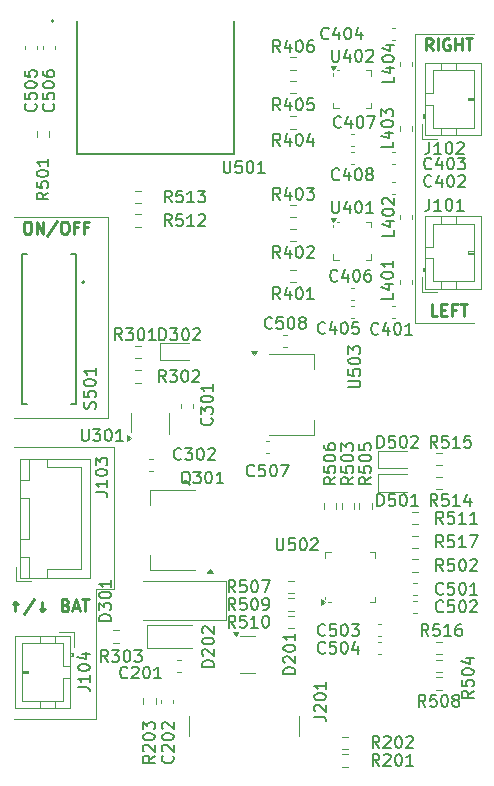
<source format=gbr>
%TF.GenerationSoftware,KiCad,Pcbnew,9.0.3*%
%TF.CreationDate,2025-11-17T09:12:33+01:00*%
%TF.ProjectId,PCB_BLE_Speaker,5043425f-424c-4455-9f53-7065616b6572,R.Casas*%
%TF.SameCoordinates,Original*%
%TF.FileFunction,Legend,Top*%
%TF.FilePolarity,Positive*%
%FSLAX46Y46*%
G04 Gerber Fmt 4.6, Leading zero omitted, Abs format (unit mm)*
G04 Created by KiCad (PCBNEW 9.0.3) date 2025-11-17 09:12:33*
%MOMM*%
%LPD*%
G01*
G04 APERTURE LIST*
%ADD10C,0.100000*%
%ADD11C,0.250000*%
%ADD12C,0.150000*%
%ADD13C,0.120000*%
%ADD14C,0.127000*%
%ADD15C,0.200000*%
G04 APERTURE END LIST*
D10*
X93500000Y-69520000D02*
X85500000Y-69520000D01*
X94000000Y-72020000D02*
X94000000Y-84020000D01*
X93500000Y-52520000D02*
X93500000Y-69520000D01*
X85500000Y-72020000D02*
X94000000Y-72020000D01*
X92500000Y-84020000D02*
X92500000Y-95020000D01*
X119500000Y-37020000D02*
X119500000Y-61520000D01*
X124500000Y-37020000D02*
X119500000Y-37020000D01*
X85500000Y-52520000D02*
X93500000Y-52520000D01*
X94000000Y-84020000D02*
X92500000Y-84020000D01*
X92500000Y-95020000D02*
X85500000Y-95020000D01*
X119500000Y-61520000D02*
X124500000Y-61520000D01*
D11*
X120973996Y-38384619D02*
X120640663Y-37908428D01*
X120402568Y-38384619D02*
X120402568Y-37384619D01*
X120402568Y-37384619D02*
X120783520Y-37384619D01*
X120783520Y-37384619D02*
X120878758Y-37432238D01*
X120878758Y-37432238D02*
X120926377Y-37479857D01*
X120926377Y-37479857D02*
X120973996Y-37575095D01*
X120973996Y-37575095D02*
X120973996Y-37717952D01*
X120973996Y-37717952D02*
X120926377Y-37813190D01*
X120926377Y-37813190D02*
X120878758Y-37860809D01*
X120878758Y-37860809D02*
X120783520Y-37908428D01*
X120783520Y-37908428D02*
X120402568Y-37908428D01*
X121402568Y-38384619D02*
X121402568Y-37384619D01*
X122402567Y-37432238D02*
X122307329Y-37384619D01*
X122307329Y-37384619D02*
X122164472Y-37384619D01*
X122164472Y-37384619D02*
X122021615Y-37432238D01*
X122021615Y-37432238D02*
X121926377Y-37527476D01*
X121926377Y-37527476D02*
X121878758Y-37622714D01*
X121878758Y-37622714D02*
X121831139Y-37813190D01*
X121831139Y-37813190D02*
X121831139Y-37956047D01*
X121831139Y-37956047D02*
X121878758Y-38146523D01*
X121878758Y-38146523D02*
X121926377Y-38241761D01*
X121926377Y-38241761D02*
X122021615Y-38337000D01*
X122021615Y-38337000D02*
X122164472Y-38384619D01*
X122164472Y-38384619D02*
X122259710Y-38384619D01*
X122259710Y-38384619D02*
X122402567Y-38337000D01*
X122402567Y-38337000D02*
X122450186Y-38289380D01*
X122450186Y-38289380D02*
X122450186Y-37956047D01*
X122450186Y-37956047D02*
X122259710Y-37956047D01*
X122878758Y-38384619D02*
X122878758Y-37384619D01*
X122878758Y-37860809D02*
X123450186Y-37860809D01*
X123450186Y-38384619D02*
X123450186Y-37384619D01*
X123783520Y-37384619D02*
X124354948Y-37384619D01*
X124069234Y-38384619D02*
X124069234Y-37384619D01*
X86593044Y-52909619D02*
X86783520Y-52909619D01*
X86783520Y-52909619D02*
X86878758Y-52957238D01*
X86878758Y-52957238D02*
X86973996Y-53052476D01*
X86973996Y-53052476D02*
X87021615Y-53242952D01*
X87021615Y-53242952D02*
X87021615Y-53576285D01*
X87021615Y-53576285D02*
X86973996Y-53766761D01*
X86973996Y-53766761D02*
X86878758Y-53862000D01*
X86878758Y-53862000D02*
X86783520Y-53909619D01*
X86783520Y-53909619D02*
X86593044Y-53909619D01*
X86593044Y-53909619D02*
X86497806Y-53862000D01*
X86497806Y-53862000D02*
X86402568Y-53766761D01*
X86402568Y-53766761D02*
X86354949Y-53576285D01*
X86354949Y-53576285D02*
X86354949Y-53242952D01*
X86354949Y-53242952D02*
X86402568Y-53052476D01*
X86402568Y-53052476D02*
X86497806Y-52957238D01*
X86497806Y-52957238D02*
X86593044Y-52909619D01*
X87450187Y-53909619D02*
X87450187Y-52909619D01*
X87450187Y-52909619D02*
X88021615Y-53909619D01*
X88021615Y-53909619D02*
X88021615Y-52909619D01*
X89212091Y-52862000D02*
X88354949Y-54147714D01*
X89735901Y-52909619D02*
X89926377Y-52909619D01*
X89926377Y-52909619D02*
X90021615Y-52957238D01*
X90021615Y-52957238D02*
X90116853Y-53052476D01*
X90116853Y-53052476D02*
X90164472Y-53242952D01*
X90164472Y-53242952D02*
X90164472Y-53576285D01*
X90164472Y-53576285D02*
X90116853Y-53766761D01*
X90116853Y-53766761D02*
X90021615Y-53862000D01*
X90021615Y-53862000D02*
X89926377Y-53909619D01*
X89926377Y-53909619D02*
X89735901Y-53909619D01*
X89735901Y-53909619D02*
X89640663Y-53862000D01*
X89640663Y-53862000D02*
X89545425Y-53766761D01*
X89545425Y-53766761D02*
X89497806Y-53576285D01*
X89497806Y-53576285D02*
X89497806Y-53242952D01*
X89497806Y-53242952D02*
X89545425Y-53052476D01*
X89545425Y-53052476D02*
X89640663Y-52957238D01*
X89640663Y-52957238D02*
X89735901Y-52909619D01*
X90926377Y-53385809D02*
X90593044Y-53385809D01*
X90593044Y-53909619D02*
X90593044Y-52909619D01*
X90593044Y-52909619D02*
X91069234Y-52909619D01*
X91783520Y-53385809D02*
X91450187Y-53385809D01*
X91450187Y-53909619D02*
X91450187Y-52909619D01*
X91450187Y-52909619D02*
X91926377Y-52909619D01*
X121378758Y-60884619D02*
X120902568Y-60884619D01*
X120902568Y-60884619D02*
X120902568Y-59884619D01*
X121712092Y-60360809D02*
X122045425Y-60360809D01*
X122188282Y-60884619D02*
X121712092Y-60884619D01*
X121712092Y-60884619D02*
X121712092Y-59884619D01*
X121712092Y-59884619D02*
X122188282Y-59884619D01*
X122950187Y-60360809D02*
X122616854Y-60360809D01*
X122616854Y-60884619D02*
X122616854Y-59884619D01*
X122616854Y-59884619D02*
X123093044Y-59884619D01*
X123331140Y-59884619D02*
X123902568Y-59884619D01*
X123616854Y-60884619D02*
X123616854Y-59884619D01*
X85666666Y-85884619D02*
X85666666Y-85122714D01*
X85476190Y-85313190D02*
X85666666Y-85122714D01*
X85666666Y-85122714D02*
X85857142Y-85313190D01*
X87238094Y-84837000D02*
X86380952Y-86122714D01*
X87952380Y-85122714D02*
X87952380Y-85884619D01*
X88142856Y-85694142D02*
X87952380Y-85884619D01*
X87952380Y-85884619D02*
X87761904Y-85694142D01*
X89904761Y-85360809D02*
X90047618Y-85408428D01*
X90047618Y-85408428D02*
X90095237Y-85456047D01*
X90095237Y-85456047D02*
X90142856Y-85551285D01*
X90142856Y-85551285D02*
X90142856Y-85694142D01*
X90142856Y-85694142D02*
X90095237Y-85789380D01*
X90095237Y-85789380D02*
X90047618Y-85837000D01*
X90047618Y-85837000D02*
X89952380Y-85884619D01*
X89952380Y-85884619D02*
X89571428Y-85884619D01*
X89571428Y-85884619D02*
X89571428Y-84884619D01*
X89571428Y-84884619D02*
X89904761Y-84884619D01*
X89904761Y-84884619D02*
X89999999Y-84932238D01*
X89999999Y-84932238D02*
X90047618Y-84979857D01*
X90047618Y-84979857D02*
X90095237Y-85075095D01*
X90095237Y-85075095D02*
X90095237Y-85170333D01*
X90095237Y-85170333D02*
X90047618Y-85265571D01*
X90047618Y-85265571D02*
X89999999Y-85313190D01*
X89999999Y-85313190D02*
X89904761Y-85360809D01*
X89904761Y-85360809D02*
X89571428Y-85360809D01*
X90523809Y-85598904D02*
X90999999Y-85598904D01*
X90428571Y-85884619D02*
X90761904Y-84884619D01*
X90761904Y-84884619D02*
X91095237Y-85884619D01*
X91285714Y-84884619D02*
X91857142Y-84884619D01*
X91571428Y-85884619D02*
X91571428Y-84884619D01*
D12*
X113070952Y-49309580D02*
X113023333Y-49357200D01*
X113023333Y-49357200D02*
X112880476Y-49404819D01*
X112880476Y-49404819D02*
X112785238Y-49404819D01*
X112785238Y-49404819D02*
X112642381Y-49357200D01*
X112642381Y-49357200D02*
X112547143Y-49261961D01*
X112547143Y-49261961D02*
X112499524Y-49166723D01*
X112499524Y-49166723D02*
X112451905Y-48976247D01*
X112451905Y-48976247D02*
X112451905Y-48833390D01*
X112451905Y-48833390D02*
X112499524Y-48642914D01*
X112499524Y-48642914D02*
X112547143Y-48547676D01*
X112547143Y-48547676D02*
X112642381Y-48452438D01*
X112642381Y-48452438D02*
X112785238Y-48404819D01*
X112785238Y-48404819D02*
X112880476Y-48404819D01*
X112880476Y-48404819D02*
X113023333Y-48452438D01*
X113023333Y-48452438D02*
X113070952Y-48500057D01*
X113928095Y-48738152D02*
X113928095Y-49404819D01*
X113690000Y-48357200D02*
X113451905Y-49071485D01*
X113451905Y-49071485D02*
X114070952Y-49071485D01*
X114642381Y-48404819D02*
X114737619Y-48404819D01*
X114737619Y-48404819D02*
X114832857Y-48452438D01*
X114832857Y-48452438D02*
X114880476Y-48500057D01*
X114880476Y-48500057D02*
X114928095Y-48595295D01*
X114928095Y-48595295D02*
X114975714Y-48785771D01*
X114975714Y-48785771D02*
X114975714Y-49023866D01*
X114975714Y-49023866D02*
X114928095Y-49214342D01*
X114928095Y-49214342D02*
X114880476Y-49309580D01*
X114880476Y-49309580D02*
X114832857Y-49357200D01*
X114832857Y-49357200D02*
X114737619Y-49404819D01*
X114737619Y-49404819D02*
X114642381Y-49404819D01*
X114642381Y-49404819D02*
X114547143Y-49357200D01*
X114547143Y-49357200D02*
X114499524Y-49309580D01*
X114499524Y-49309580D02*
X114451905Y-49214342D01*
X114451905Y-49214342D02*
X114404286Y-49023866D01*
X114404286Y-49023866D02*
X114404286Y-48785771D01*
X114404286Y-48785771D02*
X114451905Y-48595295D01*
X114451905Y-48595295D02*
X114499524Y-48500057D01*
X114499524Y-48500057D02*
X114547143Y-48452438D01*
X114547143Y-48452438D02*
X114642381Y-48404819D01*
X115547143Y-48833390D02*
X115451905Y-48785771D01*
X115451905Y-48785771D02*
X115404286Y-48738152D01*
X115404286Y-48738152D02*
X115356667Y-48642914D01*
X115356667Y-48642914D02*
X115356667Y-48595295D01*
X115356667Y-48595295D02*
X115404286Y-48500057D01*
X115404286Y-48500057D02*
X115451905Y-48452438D01*
X115451905Y-48452438D02*
X115547143Y-48404819D01*
X115547143Y-48404819D02*
X115737619Y-48404819D01*
X115737619Y-48404819D02*
X115832857Y-48452438D01*
X115832857Y-48452438D02*
X115880476Y-48500057D01*
X115880476Y-48500057D02*
X115928095Y-48595295D01*
X115928095Y-48595295D02*
X115928095Y-48642914D01*
X115928095Y-48642914D02*
X115880476Y-48738152D01*
X115880476Y-48738152D02*
X115832857Y-48785771D01*
X115832857Y-48785771D02*
X115737619Y-48833390D01*
X115737619Y-48833390D02*
X115547143Y-48833390D01*
X115547143Y-48833390D02*
X115451905Y-48881009D01*
X115451905Y-48881009D02*
X115404286Y-48928628D01*
X115404286Y-48928628D02*
X115356667Y-49023866D01*
X115356667Y-49023866D02*
X115356667Y-49214342D01*
X115356667Y-49214342D02*
X115404286Y-49309580D01*
X115404286Y-49309580D02*
X115451905Y-49357200D01*
X115451905Y-49357200D02*
X115547143Y-49404819D01*
X115547143Y-49404819D02*
X115737619Y-49404819D01*
X115737619Y-49404819D02*
X115832857Y-49357200D01*
X115832857Y-49357200D02*
X115880476Y-49309580D01*
X115880476Y-49309580D02*
X115928095Y-49214342D01*
X115928095Y-49214342D02*
X115928095Y-49023866D01*
X115928095Y-49023866D02*
X115880476Y-48928628D01*
X115880476Y-48928628D02*
X115832857Y-48881009D01*
X115832857Y-48881009D02*
X115737619Y-48833390D01*
X107785714Y-79724819D02*
X107785714Y-80534342D01*
X107785714Y-80534342D02*
X107833333Y-80629580D01*
X107833333Y-80629580D02*
X107880952Y-80677200D01*
X107880952Y-80677200D02*
X107976190Y-80724819D01*
X107976190Y-80724819D02*
X108166666Y-80724819D01*
X108166666Y-80724819D02*
X108261904Y-80677200D01*
X108261904Y-80677200D02*
X108309523Y-80629580D01*
X108309523Y-80629580D02*
X108357142Y-80534342D01*
X108357142Y-80534342D02*
X108357142Y-79724819D01*
X109309523Y-79724819D02*
X108833333Y-79724819D01*
X108833333Y-79724819D02*
X108785714Y-80201009D01*
X108785714Y-80201009D02*
X108833333Y-80153390D01*
X108833333Y-80153390D02*
X108928571Y-80105771D01*
X108928571Y-80105771D02*
X109166666Y-80105771D01*
X109166666Y-80105771D02*
X109261904Y-80153390D01*
X109261904Y-80153390D02*
X109309523Y-80201009D01*
X109309523Y-80201009D02*
X109357142Y-80296247D01*
X109357142Y-80296247D02*
X109357142Y-80534342D01*
X109357142Y-80534342D02*
X109309523Y-80629580D01*
X109309523Y-80629580D02*
X109261904Y-80677200D01*
X109261904Y-80677200D02*
X109166666Y-80724819D01*
X109166666Y-80724819D02*
X108928571Y-80724819D01*
X108928571Y-80724819D02*
X108833333Y-80677200D01*
X108833333Y-80677200D02*
X108785714Y-80629580D01*
X109976190Y-79724819D02*
X110071428Y-79724819D01*
X110071428Y-79724819D02*
X110166666Y-79772438D01*
X110166666Y-79772438D02*
X110214285Y-79820057D01*
X110214285Y-79820057D02*
X110261904Y-79915295D01*
X110261904Y-79915295D02*
X110309523Y-80105771D01*
X110309523Y-80105771D02*
X110309523Y-80343866D01*
X110309523Y-80343866D02*
X110261904Y-80534342D01*
X110261904Y-80534342D02*
X110214285Y-80629580D01*
X110214285Y-80629580D02*
X110166666Y-80677200D01*
X110166666Y-80677200D02*
X110071428Y-80724819D01*
X110071428Y-80724819D02*
X109976190Y-80724819D01*
X109976190Y-80724819D02*
X109880952Y-80677200D01*
X109880952Y-80677200D02*
X109833333Y-80629580D01*
X109833333Y-80629580D02*
X109785714Y-80534342D01*
X109785714Y-80534342D02*
X109738095Y-80343866D01*
X109738095Y-80343866D02*
X109738095Y-80105771D01*
X109738095Y-80105771D02*
X109785714Y-79915295D01*
X109785714Y-79915295D02*
X109833333Y-79820057D01*
X109833333Y-79820057D02*
X109880952Y-79772438D01*
X109880952Y-79772438D02*
X109976190Y-79724819D01*
X110690476Y-79820057D02*
X110738095Y-79772438D01*
X110738095Y-79772438D02*
X110833333Y-79724819D01*
X110833333Y-79724819D02*
X111071428Y-79724819D01*
X111071428Y-79724819D02*
X111166666Y-79772438D01*
X111166666Y-79772438D02*
X111214285Y-79820057D01*
X111214285Y-79820057D02*
X111261904Y-79915295D01*
X111261904Y-79915295D02*
X111261904Y-80010533D01*
X111261904Y-80010533D02*
X111214285Y-80153390D01*
X111214285Y-80153390D02*
X110642857Y-80724819D01*
X110642857Y-80724819D02*
X111261904Y-80724819D01*
X98969580Y-98139047D02*
X99017200Y-98186666D01*
X99017200Y-98186666D02*
X99064819Y-98329523D01*
X99064819Y-98329523D02*
X99064819Y-98424761D01*
X99064819Y-98424761D02*
X99017200Y-98567618D01*
X99017200Y-98567618D02*
X98921961Y-98662856D01*
X98921961Y-98662856D02*
X98826723Y-98710475D01*
X98826723Y-98710475D02*
X98636247Y-98758094D01*
X98636247Y-98758094D02*
X98493390Y-98758094D01*
X98493390Y-98758094D02*
X98302914Y-98710475D01*
X98302914Y-98710475D02*
X98207676Y-98662856D01*
X98207676Y-98662856D02*
X98112438Y-98567618D01*
X98112438Y-98567618D02*
X98064819Y-98424761D01*
X98064819Y-98424761D02*
X98064819Y-98329523D01*
X98064819Y-98329523D02*
X98112438Y-98186666D01*
X98112438Y-98186666D02*
X98160057Y-98139047D01*
X98160057Y-97758094D02*
X98112438Y-97710475D01*
X98112438Y-97710475D02*
X98064819Y-97615237D01*
X98064819Y-97615237D02*
X98064819Y-97377142D01*
X98064819Y-97377142D02*
X98112438Y-97281904D01*
X98112438Y-97281904D02*
X98160057Y-97234285D01*
X98160057Y-97234285D02*
X98255295Y-97186666D01*
X98255295Y-97186666D02*
X98350533Y-97186666D01*
X98350533Y-97186666D02*
X98493390Y-97234285D01*
X98493390Y-97234285D02*
X99064819Y-97805713D01*
X99064819Y-97805713D02*
X99064819Y-97186666D01*
X98064819Y-96567618D02*
X98064819Y-96472380D01*
X98064819Y-96472380D02*
X98112438Y-96377142D01*
X98112438Y-96377142D02*
X98160057Y-96329523D01*
X98160057Y-96329523D02*
X98255295Y-96281904D01*
X98255295Y-96281904D02*
X98445771Y-96234285D01*
X98445771Y-96234285D02*
X98683866Y-96234285D01*
X98683866Y-96234285D02*
X98874342Y-96281904D01*
X98874342Y-96281904D02*
X98969580Y-96329523D01*
X98969580Y-96329523D02*
X99017200Y-96377142D01*
X99017200Y-96377142D02*
X99064819Y-96472380D01*
X99064819Y-96472380D02*
X99064819Y-96567618D01*
X99064819Y-96567618D02*
X99017200Y-96662856D01*
X99017200Y-96662856D02*
X98969580Y-96710475D01*
X98969580Y-96710475D02*
X98874342Y-96758094D01*
X98874342Y-96758094D02*
X98683866Y-96805713D01*
X98683866Y-96805713D02*
X98445771Y-96805713D01*
X98445771Y-96805713D02*
X98255295Y-96758094D01*
X98255295Y-96758094D02*
X98160057Y-96710475D01*
X98160057Y-96710475D02*
X98112438Y-96662856D01*
X98112438Y-96662856D02*
X98064819Y-96567618D01*
X98160057Y-95853332D02*
X98112438Y-95805713D01*
X98112438Y-95805713D02*
X98064819Y-95710475D01*
X98064819Y-95710475D02*
X98064819Y-95472380D01*
X98064819Y-95472380D02*
X98112438Y-95377142D01*
X98112438Y-95377142D02*
X98160057Y-95329523D01*
X98160057Y-95329523D02*
X98255295Y-95281904D01*
X98255295Y-95281904D02*
X98350533Y-95281904D01*
X98350533Y-95281904D02*
X98493390Y-95329523D01*
X98493390Y-95329523D02*
X99064819Y-95900951D01*
X99064819Y-95900951D02*
X99064819Y-95281904D01*
X117644819Y-46139047D02*
X117644819Y-46615237D01*
X117644819Y-46615237D02*
X116644819Y-46615237D01*
X116978152Y-45377142D02*
X117644819Y-45377142D01*
X116597200Y-45615237D02*
X117311485Y-45853332D01*
X117311485Y-45853332D02*
X117311485Y-45234285D01*
X116644819Y-44662856D02*
X116644819Y-44567618D01*
X116644819Y-44567618D02*
X116692438Y-44472380D01*
X116692438Y-44472380D02*
X116740057Y-44424761D01*
X116740057Y-44424761D02*
X116835295Y-44377142D01*
X116835295Y-44377142D02*
X117025771Y-44329523D01*
X117025771Y-44329523D02*
X117263866Y-44329523D01*
X117263866Y-44329523D02*
X117454342Y-44377142D01*
X117454342Y-44377142D02*
X117549580Y-44424761D01*
X117549580Y-44424761D02*
X117597200Y-44472380D01*
X117597200Y-44472380D02*
X117644819Y-44567618D01*
X117644819Y-44567618D02*
X117644819Y-44662856D01*
X117644819Y-44662856D02*
X117597200Y-44758094D01*
X117597200Y-44758094D02*
X117549580Y-44805713D01*
X117549580Y-44805713D02*
X117454342Y-44853332D01*
X117454342Y-44853332D02*
X117263866Y-44900951D01*
X117263866Y-44900951D02*
X117025771Y-44900951D01*
X117025771Y-44900951D02*
X116835295Y-44853332D01*
X116835295Y-44853332D02*
X116740057Y-44805713D01*
X116740057Y-44805713D02*
X116692438Y-44758094D01*
X116692438Y-44758094D02*
X116644819Y-44662856D01*
X116644819Y-43996189D02*
X116644819Y-43377142D01*
X116644819Y-43377142D02*
X117025771Y-43710475D01*
X117025771Y-43710475D02*
X117025771Y-43567618D01*
X117025771Y-43567618D02*
X117073390Y-43472380D01*
X117073390Y-43472380D02*
X117121009Y-43424761D01*
X117121009Y-43424761D02*
X117216247Y-43377142D01*
X117216247Y-43377142D02*
X117454342Y-43377142D01*
X117454342Y-43377142D02*
X117549580Y-43424761D01*
X117549580Y-43424761D02*
X117597200Y-43472380D01*
X117597200Y-43472380D02*
X117644819Y-43567618D01*
X117644819Y-43567618D02*
X117644819Y-43853332D01*
X117644819Y-43853332D02*
X117597200Y-43948570D01*
X117597200Y-43948570D02*
X117549580Y-43996189D01*
X113217219Y-44879580D02*
X113169600Y-44927200D01*
X113169600Y-44927200D02*
X113026743Y-44974819D01*
X113026743Y-44974819D02*
X112931505Y-44974819D01*
X112931505Y-44974819D02*
X112788648Y-44927200D01*
X112788648Y-44927200D02*
X112693410Y-44831961D01*
X112693410Y-44831961D02*
X112645791Y-44736723D01*
X112645791Y-44736723D02*
X112598172Y-44546247D01*
X112598172Y-44546247D02*
X112598172Y-44403390D01*
X112598172Y-44403390D02*
X112645791Y-44212914D01*
X112645791Y-44212914D02*
X112693410Y-44117676D01*
X112693410Y-44117676D02*
X112788648Y-44022438D01*
X112788648Y-44022438D02*
X112931505Y-43974819D01*
X112931505Y-43974819D02*
X113026743Y-43974819D01*
X113026743Y-43974819D02*
X113169600Y-44022438D01*
X113169600Y-44022438D02*
X113217219Y-44070057D01*
X114074362Y-44308152D02*
X114074362Y-44974819D01*
X113836267Y-43927200D02*
X113598172Y-44641485D01*
X113598172Y-44641485D02*
X114217219Y-44641485D01*
X114788648Y-43974819D02*
X114883886Y-43974819D01*
X114883886Y-43974819D02*
X114979124Y-44022438D01*
X114979124Y-44022438D02*
X115026743Y-44070057D01*
X115026743Y-44070057D02*
X115074362Y-44165295D01*
X115074362Y-44165295D02*
X115121981Y-44355771D01*
X115121981Y-44355771D02*
X115121981Y-44593866D01*
X115121981Y-44593866D02*
X115074362Y-44784342D01*
X115074362Y-44784342D02*
X115026743Y-44879580D01*
X115026743Y-44879580D02*
X114979124Y-44927200D01*
X114979124Y-44927200D02*
X114883886Y-44974819D01*
X114883886Y-44974819D02*
X114788648Y-44974819D01*
X114788648Y-44974819D02*
X114693410Y-44927200D01*
X114693410Y-44927200D02*
X114645791Y-44879580D01*
X114645791Y-44879580D02*
X114598172Y-44784342D01*
X114598172Y-44784342D02*
X114550553Y-44593866D01*
X114550553Y-44593866D02*
X114550553Y-44355771D01*
X114550553Y-44355771D02*
X114598172Y-44165295D01*
X114598172Y-44165295D02*
X114645791Y-44070057D01*
X114645791Y-44070057D02*
X114693410Y-44022438D01*
X114693410Y-44022438D02*
X114788648Y-43974819D01*
X115455315Y-43974819D02*
X116121981Y-43974819D01*
X116121981Y-43974819D02*
X115693410Y-44974819D01*
X121880952Y-84379580D02*
X121833333Y-84427200D01*
X121833333Y-84427200D02*
X121690476Y-84474819D01*
X121690476Y-84474819D02*
X121595238Y-84474819D01*
X121595238Y-84474819D02*
X121452381Y-84427200D01*
X121452381Y-84427200D02*
X121357143Y-84331961D01*
X121357143Y-84331961D02*
X121309524Y-84236723D01*
X121309524Y-84236723D02*
X121261905Y-84046247D01*
X121261905Y-84046247D02*
X121261905Y-83903390D01*
X121261905Y-83903390D02*
X121309524Y-83712914D01*
X121309524Y-83712914D02*
X121357143Y-83617676D01*
X121357143Y-83617676D02*
X121452381Y-83522438D01*
X121452381Y-83522438D02*
X121595238Y-83474819D01*
X121595238Y-83474819D02*
X121690476Y-83474819D01*
X121690476Y-83474819D02*
X121833333Y-83522438D01*
X121833333Y-83522438D02*
X121880952Y-83570057D01*
X122785714Y-83474819D02*
X122309524Y-83474819D01*
X122309524Y-83474819D02*
X122261905Y-83951009D01*
X122261905Y-83951009D02*
X122309524Y-83903390D01*
X122309524Y-83903390D02*
X122404762Y-83855771D01*
X122404762Y-83855771D02*
X122642857Y-83855771D01*
X122642857Y-83855771D02*
X122738095Y-83903390D01*
X122738095Y-83903390D02*
X122785714Y-83951009D01*
X122785714Y-83951009D02*
X122833333Y-84046247D01*
X122833333Y-84046247D02*
X122833333Y-84284342D01*
X122833333Y-84284342D02*
X122785714Y-84379580D01*
X122785714Y-84379580D02*
X122738095Y-84427200D01*
X122738095Y-84427200D02*
X122642857Y-84474819D01*
X122642857Y-84474819D02*
X122404762Y-84474819D01*
X122404762Y-84474819D02*
X122309524Y-84427200D01*
X122309524Y-84427200D02*
X122261905Y-84379580D01*
X123452381Y-83474819D02*
X123547619Y-83474819D01*
X123547619Y-83474819D02*
X123642857Y-83522438D01*
X123642857Y-83522438D02*
X123690476Y-83570057D01*
X123690476Y-83570057D02*
X123738095Y-83665295D01*
X123738095Y-83665295D02*
X123785714Y-83855771D01*
X123785714Y-83855771D02*
X123785714Y-84093866D01*
X123785714Y-84093866D02*
X123738095Y-84284342D01*
X123738095Y-84284342D02*
X123690476Y-84379580D01*
X123690476Y-84379580D02*
X123642857Y-84427200D01*
X123642857Y-84427200D02*
X123547619Y-84474819D01*
X123547619Y-84474819D02*
X123452381Y-84474819D01*
X123452381Y-84474819D02*
X123357143Y-84427200D01*
X123357143Y-84427200D02*
X123309524Y-84379580D01*
X123309524Y-84379580D02*
X123261905Y-84284342D01*
X123261905Y-84284342D02*
X123214286Y-84093866D01*
X123214286Y-84093866D02*
X123214286Y-83855771D01*
X123214286Y-83855771D02*
X123261905Y-83665295D01*
X123261905Y-83665295D02*
X123309524Y-83570057D01*
X123309524Y-83570057D02*
X123357143Y-83522438D01*
X123357143Y-83522438D02*
X123452381Y-83474819D01*
X124738095Y-84474819D02*
X124166667Y-84474819D01*
X124452381Y-84474819D02*
X124452381Y-83474819D01*
X124452381Y-83474819D02*
X124357143Y-83617676D01*
X124357143Y-83617676D02*
X124261905Y-83712914D01*
X124261905Y-83712914D02*
X124166667Y-83760533D01*
X111880952Y-62309580D02*
X111833333Y-62357200D01*
X111833333Y-62357200D02*
X111690476Y-62404819D01*
X111690476Y-62404819D02*
X111595238Y-62404819D01*
X111595238Y-62404819D02*
X111452381Y-62357200D01*
X111452381Y-62357200D02*
X111357143Y-62261961D01*
X111357143Y-62261961D02*
X111309524Y-62166723D01*
X111309524Y-62166723D02*
X111261905Y-61976247D01*
X111261905Y-61976247D02*
X111261905Y-61833390D01*
X111261905Y-61833390D02*
X111309524Y-61642914D01*
X111309524Y-61642914D02*
X111357143Y-61547676D01*
X111357143Y-61547676D02*
X111452381Y-61452438D01*
X111452381Y-61452438D02*
X111595238Y-61404819D01*
X111595238Y-61404819D02*
X111690476Y-61404819D01*
X111690476Y-61404819D02*
X111833333Y-61452438D01*
X111833333Y-61452438D02*
X111880952Y-61500057D01*
X112738095Y-61738152D02*
X112738095Y-62404819D01*
X112500000Y-61357200D02*
X112261905Y-62071485D01*
X112261905Y-62071485D02*
X112880952Y-62071485D01*
X113452381Y-61404819D02*
X113547619Y-61404819D01*
X113547619Y-61404819D02*
X113642857Y-61452438D01*
X113642857Y-61452438D02*
X113690476Y-61500057D01*
X113690476Y-61500057D02*
X113738095Y-61595295D01*
X113738095Y-61595295D02*
X113785714Y-61785771D01*
X113785714Y-61785771D02*
X113785714Y-62023866D01*
X113785714Y-62023866D02*
X113738095Y-62214342D01*
X113738095Y-62214342D02*
X113690476Y-62309580D01*
X113690476Y-62309580D02*
X113642857Y-62357200D01*
X113642857Y-62357200D02*
X113547619Y-62404819D01*
X113547619Y-62404819D02*
X113452381Y-62404819D01*
X113452381Y-62404819D02*
X113357143Y-62357200D01*
X113357143Y-62357200D02*
X113309524Y-62309580D01*
X113309524Y-62309580D02*
X113261905Y-62214342D01*
X113261905Y-62214342D02*
X113214286Y-62023866D01*
X113214286Y-62023866D02*
X113214286Y-61785771D01*
X113214286Y-61785771D02*
X113261905Y-61595295D01*
X113261905Y-61595295D02*
X113309524Y-61500057D01*
X113309524Y-61500057D02*
X113357143Y-61452438D01*
X113357143Y-61452438D02*
X113452381Y-61404819D01*
X114690476Y-61404819D02*
X114214286Y-61404819D01*
X114214286Y-61404819D02*
X114166667Y-61881009D01*
X114166667Y-61881009D02*
X114214286Y-61833390D01*
X114214286Y-61833390D02*
X114309524Y-61785771D01*
X114309524Y-61785771D02*
X114547619Y-61785771D01*
X114547619Y-61785771D02*
X114642857Y-61833390D01*
X114642857Y-61833390D02*
X114690476Y-61881009D01*
X114690476Y-61881009D02*
X114738095Y-61976247D01*
X114738095Y-61976247D02*
X114738095Y-62214342D01*
X114738095Y-62214342D02*
X114690476Y-62309580D01*
X114690476Y-62309580D02*
X114642857Y-62357200D01*
X114642857Y-62357200D02*
X114547619Y-62404819D01*
X114547619Y-62404819D02*
X114309524Y-62404819D01*
X114309524Y-62404819D02*
X114214286Y-62357200D01*
X114214286Y-62357200D02*
X114166667Y-62309580D01*
X117714819Y-40639047D02*
X117714819Y-41115237D01*
X117714819Y-41115237D02*
X116714819Y-41115237D01*
X117048152Y-39877142D02*
X117714819Y-39877142D01*
X116667200Y-40115237D02*
X117381485Y-40353332D01*
X117381485Y-40353332D02*
X117381485Y-39734285D01*
X116714819Y-39162856D02*
X116714819Y-39067618D01*
X116714819Y-39067618D02*
X116762438Y-38972380D01*
X116762438Y-38972380D02*
X116810057Y-38924761D01*
X116810057Y-38924761D02*
X116905295Y-38877142D01*
X116905295Y-38877142D02*
X117095771Y-38829523D01*
X117095771Y-38829523D02*
X117333866Y-38829523D01*
X117333866Y-38829523D02*
X117524342Y-38877142D01*
X117524342Y-38877142D02*
X117619580Y-38924761D01*
X117619580Y-38924761D02*
X117667200Y-38972380D01*
X117667200Y-38972380D02*
X117714819Y-39067618D01*
X117714819Y-39067618D02*
X117714819Y-39162856D01*
X117714819Y-39162856D02*
X117667200Y-39258094D01*
X117667200Y-39258094D02*
X117619580Y-39305713D01*
X117619580Y-39305713D02*
X117524342Y-39353332D01*
X117524342Y-39353332D02*
X117333866Y-39400951D01*
X117333866Y-39400951D02*
X117095771Y-39400951D01*
X117095771Y-39400951D02*
X116905295Y-39353332D01*
X116905295Y-39353332D02*
X116810057Y-39305713D01*
X116810057Y-39305713D02*
X116762438Y-39258094D01*
X116762438Y-39258094D02*
X116714819Y-39162856D01*
X117048152Y-37972380D02*
X117714819Y-37972380D01*
X116667200Y-38210475D02*
X117381485Y-38448570D01*
X117381485Y-38448570D02*
X117381485Y-37829523D01*
X121880952Y-85879580D02*
X121833333Y-85927200D01*
X121833333Y-85927200D02*
X121690476Y-85974819D01*
X121690476Y-85974819D02*
X121595238Y-85974819D01*
X121595238Y-85974819D02*
X121452381Y-85927200D01*
X121452381Y-85927200D02*
X121357143Y-85831961D01*
X121357143Y-85831961D02*
X121309524Y-85736723D01*
X121309524Y-85736723D02*
X121261905Y-85546247D01*
X121261905Y-85546247D02*
X121261905Y-85403390D01*
X121261905Y-85403390D02*
X121309524Y-85212914D01*
X121309524Y-85212914D02*
X121357143Y-85117676D01*
X121357143Y-85117676D02*
X121452381Y-85022438D01*
X121452381Y-85022438D02*
X121595238Y-84974819D01*
X121595238Y-84974819D02*
X121690476Y-84974819D01*
X121690476Y-84974819D02*
X121833333Y-85022438D01*
X121833333Y-85022438D02*
X121880952Y-85070057D01*
X122785714Y-84974819D02*
X122309524Y-84974819D01*
X122309524Y-84974819D02*
X122261905Y-85451009D01*
X122261905Y-85451009D02*
X122309524Y-85403390D01*
X122309524Y-85403390D02*
X122404762Y-85355771D01*
X122404762Y-85355771D02*
X122642857Y-85355771D01*
X122642857Y-85355771D02*
X122738095Y-85403390D01*
X122738095Y-85403390D02*
X122785714Y-85451009D01*
X122785714Y-85451009D02*
X122833333Y-85546247D01*
X122833333Y-85546247D02*
X122833333Y-85784342D01*
X122833333Y-85784342D02*
X122785714Y-85879580D01*
X122785714Y-85879580D02*
X122738095Y-85927200D01*
X122738095Y-85927200D02*
X122642857Y-85974819D01*
X122642857Y-85974819D02*
X122404762Y-85974819D01*
X122404762Y-85974819D02*
X122309524Y-85927200D01*
X122309524Y-85927200D02*
X122261905Y-85879580D01*
X123452381Y-84974819D02*
X123547619Y-84974819D01*
X123547619Y-84974819D02*
X123642857Y-85022438D01*
X123642857Y-85022438D02*
X123690476Y-85070057D01*
X123690476Y-85070057D02*
X123738095Y-85165295D01*
X123738095Y-85165295D02*
X123785714Y-85355771D01*
X123785714Y-85355771D02*
X123785714Y-85593866D01*
X123785714Y-85593866D02*
X123738095Y-85784342D01*
X123738095Y-85784342D02*
X123690476Y-85879580D01*
X123690476Y-85879580D02*
X123642857Y-85927200D01*
X123642857Y-85927200D02*
X123547619Y-85974819D01*
X123547619Y-85974819D02*
X123452381Y-85974819D01*
X123452381Y-85974819D02*
X123357143Y-85927200D01*
X123357143Y-85927200D02*
X123309524Y-85879580D01*
X123309524Y-85879580D02*
X123261905Y-85784342D01*
X123261905Y-85784342D02*
X123214286Y-85593866D01*
X123214286Y-85593866D02*
X123214286Y-85355771D01*
X123214286Y-85355771D02*
X123261905Y-85165295D01*
X123261905Y-85165295D02*
X123309524Y-85070057D01*
X123309524Y-85070057D02*
X123357143Y-85022438D01*
X123357143Y-85022438D02*
X123452381Y-84974819D01*
X124166667Y-85070057D02*
X124214286Y-85022438D01*
X124214286Y-85022438D02*
X124309524Y-84974819D01*
X124309524Y-84974819D02*
X124547619Y-84974819D01*
X124547619Y-84974819D02*
X124642857Y-85022438D01*
X124642857Y-85022438D02*
X124690476Y-85070057D01*
X124690476Y-85070057D02*
X124738095Y-85165295D01*
X124738095Y-85165295D02*
X124738095Y-85260533D01*
X124738095Y-85260533D02*
X124690476Y-85403390D01*
X124690476Y-85403390D02*
X124119048Y-85974819D01*
X124119048Y-85974819D02*
X124738095Y-85974819D01*
X114254819Y-74539047D02*
X113778628Y-74872380D01*
X114254819Y-75110475D02*
X113254819Y-75110475D01*
X113254819Y-75110475D02*
X113254819Y-74729523D01*
X113254819Y-74729523D02*
X113302438Y-74634285D01*
X113302438Y-74634285D02*
X113350057Y-74586666D01*
X113350057Y-74586666D02*
X113445295Y-74539047D01*
X113445295Y-74539047D02*
X113588152Y-74539047D01*
X113588152Y-74539047D02*
X113683390Y-74586666D01*
X113683390Y-74586666D02*
X113731009Y-74634285D01*
X113731009Y-74634285D02*
X113778628Y-74729523D01*
X113778628Y-74729523D02*
X113778628Y-75110475D01*
X113254819Y-73634285D02*
X113254819Y-74110475D01*
X113254819Y-74110475D02*
X113731009Y-74158094D01*
X113731009Y-74158094D02*
X113683390Y-74110475D01*
X113683390Y-74110475D02*
X113635771Y-74015237D01*
X113635771Y-74015237D02*
X113635771Y-73777142D01*
X113635771Y-73777142D02*
X113683390Y-73681904D01*
X113683390Y-73681904D02*
X113731009Y-73634285D01*
X113731009Y-73634285D02*
X113826247Y-73586666D01*
X113826247Y-73586666D02*
X114064342Y-73586666D01*
X114064342Y-73586666D02*
X114159580Y-73634285D01*
X114159580Y-73634285D02*
X114207200Y-73681904D01*
X114207200Y-73681904D02*
X114254819Y-73777142D01*
X114254819Y-73777142D02*
X114254819Y-74015237D01*
X114254819Y-74015237D02*
X114207200Y-74110475D01*
X114207200Y-74110475D02*
X114159580Y-74158094D01*
X113254819Y-72967618D02*
X113254819Y-72872380D01*
X113254819Y-72872380D02*
X113302438Y-72777142D01*
X113302438Y-72777142D02*
X113350057Y-72729523D01*
X113350057Y-72729523D02*
X113445295Y-72681904D01*
X113445295Y-72681904D02*
X113635771Y-72634285D01*
X113635771Y-72634285D02*
X113873866Y-72634285D01*
X113873866Y-72634285D02*
X114064342Y-72681904D01*
X114064342Y-72681904D02*
X114159580Y-72729523D01*
X114159580Y-72729523D02*
X114207200Y-72777142D01*
X114207200Y-72777142D02*
X114254819Y-72872380D01*
X114254819Y-72872380D02*
X114254819Y-72967618D01*
X114254819Y-72967618D02*
X114207200Y-73062856D01*
X114207200Y-73062856D02*
X114159580Y-73110475D01*
X114159580Y-73110475D02*
X114064342Y-73158094D01*
X114064342Y-73158094D02*
X113873866Y-73205713D01*
X113873866Y-73205713D02*
X113635771Y-73205713D01*
X113635771Y-73205713D02*
X113445295Y-73158094D01*
X113445295Y-73158094D02*
X113350057Y-73110475D01*
X113350057Y-73110475D02*
X113302438Y-73062856D01*
X113302438Y-73062856D02*
X113254819Y-72967618D01*
X113254819Y-72300951D02*
X113254819Y-71681904D01*
X113254819Y-71681904D02*
X113635771Y-72015237D01*
X113635771Y-72015237D02*
X113635771Y-71872380D01*
X113635771Y-71872380D02*
X113683390Y-71777142D01*
X113683390Y-71777142D02*
X113731009Y-71729523D01*
X113731009Y-71729523D02*
X113826247Y-71681904D01*
X113826247Y-71681904D02*
X114064342Y-71681904D01*
X114064342Y-71681904D02*
X114159580Y-71729523D01*
X114159580Y-71729523D02*
X114207200Y-71777142D01*
X114207200Y-71777142D02*
X114254819Y-71872380D01*
X114254819Y-71872380D02*
X114254819Y-72158094D01*
X114254819Y-72158094D02*
X114207200Y-72253332D01*
X114207200Y-72253332D02*
X114159580Y-72300951D01*
X120714285Y-46174819D02*
X120714285Y-46889104D01*
X120714285Y-46889104D02*
X120666666Y-47031961D01*
X120666666Y-47031961D02*
X120571428Y-47127200D01*
X120571428Y-47127200D02*
X120428571Y-47174819D01*
X120428571Y-47174819D02*
X120333333Y-47174819D01*
X121714285Y-47174819D02*
X121142857Y-47174819D01*
X121428571Y-47174819D02*
X121428571Y-46174819D01*
X121428571Y-46174819D02*
X121333333Y-46317676D01*
X121333333Y-46317676D02*
X121238095Y-46412914D01*
X121238095Y-46412914D02*
X121142857Y-46460533D01*
X122333333Y-46174819D02*
X122428571Y-46174819D01*
X122428571Y-46174819D02*
X122523809Y-46222438D01*
X122523809Y-46222438D02*
X122571428Y-46270057D01*
X122571428Y-46270057D02*
X122619047Y-46365295D01*
X122619047Y-46365295D02*
X122666666Y-46555771D01*
X122666666Y-46555771D02*
X122666666Y-46793866D01*
X122666666Y-46793866D02*
X122619047Y-46984342D01*
X122619047Y-46984342D02*
X122571428Y-47079580D01*
X122571428Y-47079580D02*
X122523809Y-47127200D01*
X122523809Y-47127200D02*
X122428571Y-47174819D01*
X122428571Y-47174819D02*
X122333333Y-47174819D01*
X122333333Y-47174819D02*
X122238095Y-47127200D01*
X122238095Y-47127200D02*
X122190476Y-47079580D01*
X122190476Y-47079580D02*
X122142857Y-46984342D01*
X122142857Y-46984342D02*
X122095238Y-46793866D01*
X122095238Y-46793866D02*
X122095238Y-46555771D01*
X122095238Y-46555771D02*
X122142857Y-46365295D01*
X122142857Y-46365295D02*
X122190476Y-46270057D01*
X122190476Y-46270057D02*
X122238095Y-46222438D01*
X122238095Y-46222438D02*
X122333333Y-46174819D01*
X123047619Y-46270057D02*
X123095238Y-46222438D01*
X123095238Y-46222438D02*
X123190476Y-46174819D01*
X123190476Y-46174819D02*
X123428571Y-46174819D01*
X123428571Y-46174819D02*
X123523809Y-46222438D01*
X123523809Y-46222438D02*
X123571428Y-46270057D01*
X123571428Y-46270057D02*
X123619047Y-46365295D01*
X123619047Y-46365295D02*
X123619047Y-46460533D01*
X123619047Y-46460533D02*
X123571428Y-46603390D01*
X123571428Y-46603390D02*
X123000000Y-47174819D01*
X123000000Y-47174819D02*
X123619047Y-47174819D01*
X91285714Y-70474819D02*
X91285714Y-71284342D01*
X91285714Y-71284342D02*
X91333333Y-71379580D01*
X91333333Y-71379580D02*
X91380952Y-71427200D01*
X91380952Y-71427200D02*
X91476190Y-71474819D01*
X91476190Y-71474819D02*
X91666666Y-71474819D01*
X91666666Y-71474819D02*
X91761904Y-71427200D01*
X91761904Y-71427200D02*
X91809523Y-71379580D01*
X91809523Y-71379580D02*
X91857142Y-71284342D01*
X91857142Y-71284342D02*
X91857142Y-70474819D01*
X92238095Y-70474819D02*
X92857142Y-70474819D01*
X92857142Y-70474819D02*
X92523809Y-70855771D01*
X92523809Y-70855771D02*
X92666666Y-70855771D01*
X92666666Y-70855771D02*
X92761904Y-70903390D01*
X92761904Y-70903390D02*
X92809523Y-70951009D01*
X92809523Y-70951009D02*
X92857142Y-71046247D01*
X92857142Y-71046247D02*
X92857142Y-71284342D01*
X92857142Y-71284342D02*
X92809523Y-71379580D01*
X92809523Y-71379580D02*
X92761904Y-71427200D01*
X92761904Y-71427200D02*
X92666666Y-71474819D01*
X92666666Y-71474819D02*
X92380952Y-71474819D01*
X92380952Y-71474819D02*
X92285714Y-71427200D01*
X92285714Y-71427200D02*
X92238095Y-71379580D01*
X93476190Y-70474819D02*
X93571428Y-70474819D01*
X93571428Y-70474819D02*
X93666666Y-70522438D01*
X93666666Y-70522438D02*
X93714285Y-70570057D01*
X93714285Y-70570057D02*
X93761904Y-70665295D01*
X93761904Y-70665295D02*
X93809523Y-70855771D01*
X93809523Y-70855771D02*
X93809523Y-71093866D01*
X93809523Y-71093866D02*
X93761904Y-71284342D01*
X93761904Y-71284342D02*
X93714285Y-71379580D01*
X93714285Y-71379580D02*
X93666666Y-71427200D01*
X93666666Y-71427200D02*
X93571428Y-71474819D01*
X93571428Y-71474819D02*
X93476190Y-71474819D01*
X93476190Y-71474819D02*
X93380952Y-71427200D01*
X93380952Y-71427200D02*
X93333333Y-71379580D01*
X93333333Y-71379580D02*
X93285714Y-71284342D01*
X93285714Y-71284342D02*
X93238095Y-71093866D01*
X93238095Y-71093866D02*
X93238095Y-70855771D01*
X93238095Y-70855771D02*
X93285714Y-70665295D01*
X93285714Y-70665295D02*
X93333333Y-70570057D01*
X93333333Y-70570057D02*
X93380952Y-70522438D01*
X93380952Y-70522438D02*
X93476190Y-70474819D01*
X94761904Y-71474819D02*
X94190476Y-71474819D01*
X94476190Y-71474819D02*
X94476190Y-70474819D01*
X94476190Y-70474819D02*
X94380952Y-70617676D01*
X94380952Y-70617676D02*
X94285714Y-70712914D01*
X94285714Y-70712914D02*
X94190476Y-70760533D01*
X88859580Y-42939047D02*
X88907200Y-42986666D01*
X88907200Y-42986666D02*
X88954819Y-43129523D01*
X88954819Y-43129523D02*
X88954819Y-43224761D01*
X88954819Y-43224761D02*
X88907200Y-43367618D01*
X88907200Y-43367618D02*
X88811961Y-43462856D01*
X88811961Y-43462856D02*
X88716723Y-43510475D01*
X88716723Y-43510475D02*
X88526247Y-43558094D01*
X88526247Y-43558094D02*
X88383390Y-43558094D01*
X88383390Y-43558094D02*
X88192914Y-43510475D01*
X88192914Y-43510475D02*
X88097676Y-43462856D01*
X88097676Y-43462856D02*
X88002438Y-43367618D01*
X88002438Y-43367618D02*
X87954819Y-43224761D01*
X87954819Y-43224761D02*
X87954819Y-43129523D01*
X87954819Y-43129523D02*
X88002438Y-42986666D01*
X88002438Y-42986666D02*
X88050057Y-42939047D01*
X87954819Y-42034285D02*
X87954819Y-42510475D01*
X87954819Y-42510475D02*
X88431009Y-42558094D01*
X88431009Y-42558094D02*
X88383390Y-42510475D01*
X88383390Y-42510475D02*
X88335771Y-42415237D01*
X88335771Y-42415237D02*
X88335771Y-42177142D01*
X88335771Y-42177142D02*
X88383390Y-42081904D01*
X88383390Y-42081904D02*
X88431009Y-42034285D01*
X88431009Y-42034285D02*
X88526247Y-41986666D01*
X88526247Y-41986666D02*
X88764342Y-41986666D01*
X88764342Y-41986666D02*
X88859580Y-42034285D01*
X88859580Y-42034285D02*
X88907200Y-42081904D01*
X88907200Y-42081904D02*
X88954819Y-42177142D01*
X88954819Y-42177142D02*
X88954819Y-42415237D01*
X88954819Y-42415237D02*
X88907200Y-42510475D01*
X88907200Y-42510475D02*
X88859580Y-42558094D01*
X87954819Y-41367618D02*
X87954819Y-41272380D01*
X87954819Y-41272380D02*
X88002438Y-41177142D01*
X88002438Y-41177142D02*
X88050057Y-41129523D01*
X88050057Y-41129523D02*
X88145295Y-41081904D01*
X88145295Y-41081904D02*
X88335771Y-41034285D01*
X88335771Y-41034285D02*
X88573866Y-41034285D01*
X88573866Y-41034285D02*
X88764342Y-41081904D01*
X88764342Y-41081904D02*
X88859580Y-41129523D01*
X88859580Y-41129523D02*
X88907200Y-41177142D01*
X88907200Y-41177142D02*
X88954819Y-41272380D01*
X88954819Y-41272380D02*
X88954819Y-41367618D01*
X88954819Y-41367618D02*
X88907200Y-41462856D01*
X88907200Y-41462856D02*
X88859580Y-41510475D01*
X88859580Y-41510475D02*
X88764342Y-41558094D01*
X88764342Y-41558094D02*
X88573866Y-41605713D01*
X88573866Y-41605713D02*
X88335771Y-41605713D01*
X88335771Y-41605713D02*
X88145295Y-41558094D01*
X88145295Y-41558094D02*
X88050057Y-41510475D01*
X88050057Y-41510475D02*
X88002438Y-41462856D01*
X88002438Y-41462856D02*
X87954819Y-41367618D01*
X87954819Y-40177142D02*
X87954819Y-40367618D01*
X87954819Y-40367618D02*
X88002438Y-40462856D01*
X88002438Y-40462856D02*
X88050057Y-40510475D01*
X88050057Y-40510475D02*
X88192914Y-40605713D01*
X88192914Y-40605713D02*
X88383390Y-40653332D01*
X88383390Y-40653332D02*
X88764342Y-40653332D01*
X88764342Y-40653332D02*
X88859580Y-40605713D01*
X88859580Y-40605713D02*
X88907200Y-40558094D01*
X88907200Y-40558094D02*
X88954819Y-40462856D01*
X88954819Y-40462856D02*
X88954819Y-40272380D01*
X88954819Y-40272380D02*
X88907200Y-40177142D01*
X88907200Y-40177142D02*
X88859580Y-40129523D01*
X88859580Y-40129523D02*
X88764342Y-40081904D01*
X88764342Y-40081904D02*
X88526247Y-40081904D01*
X88526247Y-40081904D02*
X88431009Y-40129523D01*
X88431009Y-40129523D02*
X88383390Y-40177142D01*
X88383390Y-40177142D02*
X88335771Y-40272380D01*
X88335771Y-40272380D02*
X88335771Y-40462856D01*
X88335771Y-40462856D02*
X88383390Y-40558094D01*
X88383390Y-40558094D02*
X88431009Y-40605713D01*
X88431009Y-40605713D02*
X88526247Y-40653332D01*
X100452380Y-75170057D02*
X100357142Y-75122438D01*
X100357142Y-75122438D02*
X100261904Y-75027200D01*
X100261904Y-75027200D02*
X100119047Y-74884342D01*
X100119047Y-74884342D02*
X100023809Y-74836723D01*
X100023809Y-74836723D02*
X99928571Y-74836723D01*
X99976190Y-75074819D02*
X99880952Y-75027200D01*
X99880952Y-75027200D02*
X99785714Y-74931961D01*
X99785714Y-74931961D02*
X99738095Y-74741485D01*
X99738095Y-74741485D02*
X99738095Y-74408152D01*
X99738095Y-74408152D02*
X99785714Y-74217676D01*
X99785714Y-74217676D02*
X99880952Y-74122438D01*
X99880952Y-74122438D02*
X99976190Y-74074819D01*
X99976190Y-74074819D02*
X100166666Y-74074819D01*
X100166666Y-74074819D02*
X100261904Y-74122438D01*
X100261904Y-74122438D02*
X100357142Y-74217676D01*
X100357142Y-74217676D02*
X100404761Y-74408152D01*
X100404761Y-74408152D02*
X100404761Y-74741485D01*
X100404761Y-74741485D02*
X100357142Y-74931961D01*
X100357142Y-74931961D02*
X100261904Y-75027200D01*
X100261904Y-75027200D02*
X100166666Y-75074819D01*
X100166666Y-75074819D02*
X99976190Y-75074819D01*
X100738095Y-74074819D02*
X101357142Y-74074819D01*
X101357142Y-74074819D02*
X101023809Y-74455771D01*
X101023809Y-74455771D02*
X101166666Y-74455771D01*
X101166666Y-74455771D02*
X101261904Y-74503390D01*
X101261904Y-74503390D02*
X101309523Y-74551009D01*
X101309523Y-74551009D02*
X101357142Y-74646247D01*
X101357142Y-74646247D02*
X101357142Y-74884342D01*
X101357142Y-74884342D02*
X101309523Y-74979580D01*
X101309523Y-74979580D02*
X101261904Y-75027200D01*
X101261904Y-75027200D02*
X101166666Y-75074819D01*
X101166666Y-75074819D02*
X100880952Y-75074819D01*
X100880952Y-75074819D02*
X100785714Y-75027200D01*
X100785714Y-75027200D02*
X100738095Y-74979580D01*
X101976190Y-74074819D02*
X102071428Y-74074819D01*
X102071428Y-74074819D02*
X102166666Y-74122438D01*
X102166666Y-74122438D02*
X102214285Y-74170057D01*
X102214285Y-74170057D02*
X102261904Y-74265295D01*
X102261904Y-74265295D02*
X102309523Y-74455771D01*
X102309523Y-74455771D02*
X102309523Y-74693866D01*
X102309523Y-74693866D02*
X102261904Y-74884342D01*
X102261904Y-74884342D02*
X102214285Y-74979580D01*
X102214285Y-74979580D02*
X102166666Y-75027200D01*
X102166666Y-75027200D02*
X102071428Y-75074819D01*
X102071428Y-75074819D02*
X101976190Y-75074819D01*
X101976190Y-75074819D02*
X101880952Y-75027200D01*
X101880952Y-75027200D02*
X101833333Y-74979580D01*
X101833333Y-74979580D02*
X101785714Y-74884342D01*
X101785714Y-74884342D02*
X101738095Y-74693866D01*
X101738095Y-74693866D02*
X101738095Y-74455771D01*
X101738095Y-74455771D02*
X101785714Y-74265295D01*
X101785714Y-74265295D02*
X101833333Y-74170057D01*
X101833333Y-74170057D02*
X101880952Y-74122438D01*
X101880952Y-74122438D02*
X101976190Y-74074819D01*
X103261904Y-75074819D02*
X102690476Y-75074819D01*
X102976190Y-75074819D02*
X102976190Y-74074819D01*
X102976190Y-74074819D02*
X102880952Y-74217676D01*
X102880952Y-74217676D02*
X102785714Y-74312914D01*
X102785714Y-74312914D02*
X102690476Y-74360533D01*
X92407200Y-68734285D02*
X92454819Y-68591428D01*
X92454819Y-68591428D02*
X92454819Y-68353333D01*
X92454819Y-68353333D02*
X92407200Y-68258095D01*
X92407200Y-68258095D02*
X92359580Y-68210476D01*
X92359580Y-68210476D02*
X92264342Y-68162857D01*
X92264342Y-68162857D02*
X92169104Y-68162857D01*
X92169104Y-68162857D02*
X92073866Y-68210476D01*
X92073866Y-68210476D02*
X92026247Y-68258095D01*
X92026247Y-68258095D02*
X91978628Y-68353333D01*
X91978628Y-68353333D02*
X91931009Y-68543809D01*
X91931009Y-68543809D02*
X91883390Y-68639047D01*
X91883390Y-68639047D02*
X91835771Y-68686666D01*
X91835771Y-68686666D02*
X91740533Y-68734285D01*
X91740533Y-68734285D02*
X91645295Y-68734285D01*
X91645295Y-68734285D02*
X91550057Y-68686666D01*
X91550057Y-68686666D02*
X91502438Y-68639047D01*
X91502438Y-68639047D02*
X91454819Y-68543809D01*
X91454819Y-68543809D02*
X91454819Y-68305714D01*
X91454819Y-68305714D02*
X91502438Y-68162857D01*
X91454819Y-67258095D02*
X91454819Y-67734285D01*
X91454819Y-67734285D02*
X91931009Y-67781904D01*
X91931009Y-67781904D02*
X91883390Y-67734285D01*
X91883390Y-67734285D02*
X91835771Y-67639047D01*
X91835771Y-67639047D02*
X91835771Y-67400952D01*
X91835771Y-67400952D02*
X91883390Y-67305714D01*
X91883390Y-67305714D02*
X91931009Y-67258095D01*
X91931009Y-67258095D02*
X92026247Y-67210476D01*
X92026247Y-67210476D02*
X92264342Y-67210476D01*
X92264342Y-67210476D02*
X92359580Y-67258095D01*
X92359580Y-67258095D02*
X92407200Y-67305714D01*
X92407200Y-67305714D02*
X92454819Y-67400952D01*
X92454819Y-67400952D02*
X92454819Y-67639047D01*
X92454819Y-67639047D02*
X92407200Y-67734285D01*
X92407200Y-67734285D02*
X92359580Y-67781904D01*
X91454819Y-66591428D02*
X91454819Y-66496190D01*
X91454819Y-66496190D02*
X91502438Y-66400952D01*
X91502438Y-66400952D02*
X91550057Y-66353333D01*
X91550057Y-66353333D02*
X91645295Y-66305714D01*
X91645295Y-66305714D02*
X91835771Y-66258095D01*
X91835771Y-66258095D02*
X92073866Y-66258095D01*
X92073866Y-66258095D02*
X92264342Y-66305714D01*
X92264342Y-66305714D02*
X92359580Y-66353333D01*
X92359580Y-66353333D02*
X92407200Y-66400952D01*
X92407200Y-66400952D02*
X92454819Y-66496190D01*
X92454819Y-66496190D02*
X92454819Y-66591428D01*
X92454819Y-66591428D02*
X92407200Y-66686666D01*
X92407200Y-66686666D02*
X92359580Y-66734285D01*
X92359580Y-66734285D02*
X92264342Y-66781904D01*
X92264342Y-66781904D02*
X92073866Y-66829523D01*
X92073866Y-66829523D02*
X91835771Y-66829523D01*
X91835771Y-66829523D02*
X91645295Y-66781904D01*
X91645295Y-66781904D02*
X91550057Y-66734285D01*
X91550057Y-66734285D02*
X91502438Y-66686666D01*
X91502438Y-66686666D02*
X91454819Y-66591428D01*
X92454819Y-65305714D02*
X92454819Y-65877142D01*
X92454819Y-65591428D02*
X91454819Y-65591428D01*
X91454819Y-65591428D02*
X91597676Y-65686666D01*
X91597676Y-65686666D02*
X91692914Y-65781904D01*
X91692914Y-65781904D02*
X91740533Y-65877142D01*
X102454819Y-90610475D02*
X101454819Y-90610475D01*
X101454819Y-90610475D02*
X101454819Y-90372380D01*
X101454819Y-90372380D02*
X101502438Y-90229523D01*
X101502438Y-90229523D02*
X101597676Y-90134285D01*
X101597676Y-90134285D02*
X101692914Y-90086666D01*
X101692914Y-90086666D02*
X101883390Y-90039047D01*
X101883390Y-90039047D02*
X102026247Y-90039047D01*
X102026247Y-90039047D02*
X102216723Y-90086666D01*
X102216723Y-90086666D02*
X102311961Y-90134285D01*
X102311961Y-90134285D02*
X102407200Y-90229523D01*
X102407200Y-90229523D02*
X102454819Y-90372380D01*
X102454819Y-90372380D02*
X102454819Y-90610475D01*
X101550057Y-89658094D02*
X101502438Y-89610475D01*
X101502438Y-89610475D02*
X101454819Y-89515237D01*
X101454819Y-89515237D02*
X101454819Y-89277142D01*
X101454819Y-89277142D02*
X101502438Y-89181904D01*
X101502438Y-89181904D02*
X101550057Y-89134285D01*
X101550057Y-89134285D02*
X101645295Y-89086666D01*
X101645295Y-89086666D02*
X101740533Y-89086666D01*
X101740533Y-89086666D02*
X101883390Y-89134285D01*
X101883390Y-89134285D02*
X102454819Y-89705713D01*
X102454819Y-89705713D02*
X102454819Y-89086666D01*
X101454819Y-88467618D02*
X101454819Y-88372380D01*
X101454819Y-88372380D02*
X101502438Y-88277142D01*
X101502438Y-88277142D02*
X101550057Y-88229523D01*
X101550057Y-88229523D02*
X101645295Y-88181904D01*
X101645295Y-88181904D02*
X101835771Y-88134285D01*
X101835771Y-88134285D02*
X102073866Y-88134285D01*
X102073866Y-88134285D02*
X102264342Y-88181904D01*
X102264342Y-88181904D02*
X102359580Y-88229523D01*
X102359580Y-88229523D02*
X102407200Y-88277142D01*
X102407200Y-88277142D02*
X102454819Y-88372380D01*
X102454819Y-88372380D02*
X102454819Y-88467618D01*
X102454819Y-88467618D02*
X102407200Y-88562856D01*
X102407200Y-88562856D02*
X102359580Y-88610475D01*
X102359580Y-88610475D02*
X102264342Y-88658094D01*
X102264342Y-88658094D02*
X102073866Y-88705713D01*
X102073866Y-88705713D02*
X101835771Y-88705713D01*
X101835771Y-88705713D02*
X101645295Y-88658094D01*
X101645295Y-88658094D02*
X101550057Y-88610475D01*
X101550057Y-88610475D02*
X101502438Y-88562856D01*
X101502438Y-88562856D02*
X101454819Y-88467618D01*
X101550057Y-87753332D02*
X101502438Y-87705713D01*
X101502438Y-87705713D02*
X101454819Y-87610475D01*
X101454819Y-87610475D02*
X101454819Y-87372380D01*
X101454819Y-87372380D02*
X101502438Y-87277142D01*
X101502438Y-87277142D02*
X101550057Y-87229523D01*
X101550057Y-87229523D02*
X101645295Y-87181904D01*
X101645295Y-87181904D02*
X101740533Y-87181904D01*
X101740533Y-87181904D02*
X101883390Y-87229523D01*
X101883390Y-87229523D02*
X102454819Y-87800951D01*
X102454819Y-87800951D02*
X102454819Y-87181904D01*
X121880952Y-82474819D02*
X121547619Y-81998628D01*
X121309524Y-82474819D02*
X121309524Y-81474819D01*
X121309524Y-81474819D02*
X121690476Y-81474819D01*
X121690476Y-81474819D02*
X121785714Y-81522438D01*
X121785714Y-81522438D02*
X121833333Y-81570057D01*
X121833333Y-81570057D02*
X121880952Y-81665295D01*
X121880952Y-81665295D02*
X121880952Y-81808152D01*
X121880952Y-81808152D02*
X121833333Y-81903390D01*
X121833333Y-81903390D02*
X121785714Y-81951009D01*
X121785714Y-81951009D02*
X121690476Y-81998628D01*
X121690476Y-81998628D02*
X121309524Y-81998628D01*
X122785714Y-81474819D02*
X122309524Y-81474819D01*
X122309524Y-81474819D02*
X122261905Y-81951009D01*
X122261905Y-81951009D02*
X122309524Y-81903390D01*
X122309524Y-81903390D02*
X122404762Y-81855771D01*
X122404762Y-81855771D02*
X122642857Y-81855771D01*
X122642857Y-81855771D02*
X122738095Y-81903390D01*
X122738095Y-81903390D02*
X122785714Y-81951009D01*
X122785714Y-81951009D02*
X122833333Y-82046247D01*
X122833333Y-82046247D02*
X122833333Y-82284342D01*
X122833333Y-82284342D02*
X122785714Y-82379580D01*
X122785714Y-82379580D02*
X122738095Y-82427200D01*
X122738095Y-82427200D02*
X122642857Y-82474819D01*
X122642857Y-82474819D02*
X122404762Y-82474819D01*
X122404762Y-82474819D02*
X122309524Y-82427200D01*
X122309524Y-82427200D02*
X122261905Y-82379580D01*
X123452381Y-81474819D02*
X123547619Y-81474819D01*
X123547619Y-81474819D02*
X123642857Y-81522438D01*
X123642857Y-81522438D02*
X123690476Y-81570057D01*
X123690476Y-81570057D02*
X123738095Y-81665295D01*
X123738095Y-81665295D02*
X123785714Y-81855771D01*
X123785714Y-81855771D02*
X123785714Y-82093866D01*
X123785714Y-82093866D02*
X123738095Y-82284342D01*
X123738095Y-82284342D02*
X123690476Y-82379580D01*
X123690476Y-82379580D02*
X123642857Y-82427200D01*
X123642857Y-82427200D02*
X123547619Y-82474819D01*
X123547619Y-82474819D02*
X123452381Y-82474819D01*
X123452381Y-82474819D02*
X123357143Y-82427200D01*
X123357143Y-82427200D02*
X123309524Y-82379580D01*
X123309524Y-82379580D02*
X123261905Y-82284342D01*
X123261905Y-82284342D02*
X123214286Y-82093866D01*
X123214286Y-82093866D02*
X123214286Y-81855771D01*
X123214286Y-81855771D02*
X123261905Y-81665295D01*
X123261905Y-81665295D02*
X123309524Y-81570057D01*
X123309524Y-81570057D02*
X123357143Y-81522438D01*
X123357143Y-81522438D02*
X123452381Y-81474819D01*
X124166667Y-81570057D02*
X124214286Y-81522438D01*
X124214286Y-81522438D02*
X124309524Y-81474819D01*
X124309524Y-81474819D02*
X124547619Y-81474819D01*
X124547619Y-81474819D02*
X124642857Y-81522438D01*
X124642857Y-81522438D02*
X124690476Y-81570057D01*
X124690476Y-81570057D02*
X124738095Y-81665295D01*
X124738095Y-81665295D02*
X124738095Y-81760533D01*
X124738095Y-81760533D02*
X124690476Y-81903390D01*
X124690476Y-81903390D02*
X124119048Y-82474819D01*
X124119048Y-82474819D02*
X124738095Y-82474819D01*
X120630952Y-87974819D02*
X120297619Y-87498628D01*
X120059524Y-87974819D02*
X120059524Y-86974819D01*
X120059524Y-86974819D02*
X120440476Y-86974819D01*
X120440476Y-86974819D02*
X120535714Y-87022438D01*
X120535714Y-87022438D02*
X120583333Y-87070057D01*
X120583333Y-87070057D02*
X120630952Y-87165295D01*
X120630952Y-87165295D02*
X120630952Y-87308152D01*
X120630952Y-87308152D02*
X120583333Y-87403390D01*
X120583333Y-87403390D02*
X120535714Y-87451009D01*
X120535714Y-87451009D02*
X120440476Y-87498628D01*
X120440476Y-87498628D02*
X120059524Y-87498628D01*
X121535714Y-86974819D02*
X121059524Y-86974819D01*
X121059524Y-86974819D02*
X121011905Y-87451009D01*
X121011905Y-87451009D02*
X121059524Y-87403390D01*
X121059524Y-87403390D02*
X121154762Y-87355771D01*
X121154762Y-87355771D02*
X121392857Y-87355771D01*
X121392857Y-87355771D02*
X121488095Y-87403390D01*
X121488095Y-87403390D02*
X121535714Y-87451009D01*
X121535714Y-87451009D02*
X121583333Y-87546247D01*
X121583333Y-87546247D02*
X121583333Y-87784342D01*
X121583333Y-87784342D02*
X121535714Y-87879580D01*
X121535714Y-87879580D02*
X121488095Y-87927200D01*
X121488095Y-87927200D02*
X121392857Y-87974819D01*
X121392857Y-87974819D02*
X121154762Y-87974819D01*
X121154762Y-87974819D02*
X121059524Y-87927200D01*
X121059524Y-87927200D02*
X121011905Y-87879580D01*
X122535714Y-87974819D02*
X121964286Y-87974819D01*
X122250000Y-87974819D02*
X122250000Y-86974819D01*
X122250000Y-86974819D02*
X122154762Y-87117676D01*
X122154762Y-87117676D02*
X122059524Y-87212914D01*
X122059524Y-87212914D02*
X121964286Y-87260533D01*
X123392857Y-86974819D02*
X123202381Y-86974819D01*
X123202381Y-86974819D02*
X123107143Y-87022438D01*
X123107143Y-87022438D02*
X123059524Y-87070057D01*
X123059524Y-87070057D02*
X122964286Y-87212914D01*
X122964286Y-87212914D02*
X122916667Y-87403390D01*
X122916667Y-87403390D02*
X122916667Y-87784342D01*
X122916667Y-87784342D02*
X122964286Y-87879580D01*
X122964286Y-87879580D02*
X123011905Y-87927200D01*
X123011905Y-87927200D02*
X123107143Y-87974819D01*
X123107143Y-87974819D02*
X123297619Y-87974819D01*
X123297619Y-87974819D02*
X123392857Y-87927200D01*
X123392857Y-87927200D02*
X123440476Y-87879580D01*
X123440476Y-87879580D02*
X123488095Y-87784342D01*
X123488095Y-87784342D02*
X123488095Y-87546247D01*
X123488095Y-87546247D02*
X123440476Y-87451009D01*
X123440476Y-87451009D02*
X123392857Y-87403390D01*
X123392857Y-87403390D02*
X123297619Y-87355771D01*
X123297619Y-87355771D02*
X123107143Y-87355771D01*
X123107143Y-87355771D02*
X123011905Y-87403390D01*
X123011905Y-87403390D02*
X122964286Y-87451009D01*
X122964286Y-87451009D02*
X122916667Y-87546247D01*
X121380952Y-76974819D02*
X121047619Y-76498628D01*
X120809524Y-76974819D02*
X120809524Y-75974819D01*
X120809524Y-75974819D02*
X121190476Y-75974819D01*
X121190476Y-75974819D02*
X121285714Y-76022438D01*
X121285714Y-76022438D02*
X121333333Y-76070057D01*
X121333333Y-76070057D02*
X121380952Y-76165295D01*
X121380952Y-76165295D02*
X121380952Y-76308152D01*
X121380952Y-76308152D02*
X121333333Y-76403390D01*
X121333333Y-76403390D02*
X121285714Y-76451009D01*
X121285714Y-76451009D02*
X121190476Y-76498628D01*
X121190476Y-76498628D02*
X120809524Y-76498628D01*
X122285714Y-75974819D02*
X121809524Y-75974819D01*
X121809524Y-75974819D02*
X121761905Y-76451009D01*
X121761905Y-76451009D02*
X121809524Y-76403390D01*
X121809524Y-76403390D02*
X121904762Y-76355771D01*
X121904762Y-76355771D02*
X122142857Y-76355771D01*
X122142857Y-76355771D02*
X122238095Y-76403390D01*
X122238095Y-76403390D02*
X122285714Y-76451009D01*
X122285714Y-76451009D02*
X122333333Y-76546247D01*
X122333333Y-76546247D02*
X122333333Y-76784342D01*
X122333333Y-76784342D02*
X122285714Y-76879580D01*
X122285714Y-76879580D02*
X122238095Y-76927200D01*
X122238095Y-76927200D02*
X122142857Y-76974819D01*
X122142857Y-76974819D02*
X121904762Y-76974819D01*
X121904762Y-76974819D02*
X121809524Y-76927200D01*
X121809524Y-76927200D02*
X121761905Y-76879580D01*
X123285714Y-76974819D02*
X122714286Y-76974819D01*
X123000000Y-76974819D02*
X123000000Y-75974819D01*
X123000000Y-75974819D02*
X122904762Y-76117676D01*
X122904762Y-76117676D02*
X122809524Y-76212914D01*
X122809524Y-76212914D02*
X122714286Y-76260533D01*
X124142857Y-76308152D02*
X124142857Y-76974819D01*
X123904762Y-75927200D02*
X123666667Y-76641485D01*
X123666667Y-76641485D02*
X124285714Y-76641485D01*
X121880952Y-80474819D02*
X121547619Y-79998628D01*
X121309524Y-80474819D02*
X121309524Y-79474819D01*
X121309524Y-79474819D02*
X121690476Y-79474819D01*
X121690476Y-79474819D02*
X121785714Y-79522438D01*
X121785714Y-79522438D02*
X121833333Y-79570057D01*
X121833333Y-79570057D02*
X121880952Y-79665295D01*
X121880952Y-79665295D02*
X121880952Y-79808152D01*
X121880952Y-79808152D02*
X121833333Y-79903390D01*
X121833333Y-79903390D02*
X121785714Y-79951009D01*
X121785714Y-79951009D02*
X121690476Y-79998628D01*
X121690476Y-79998628D02*
X121309524Y-79998628D01*
X122785714Y-79474819D02*
X122309524Y-79474819D01*
X122309524Y-79474819D02*
X122261905Y-79951009D01*
X122261905Y-79951009D02*
X122309524Y-79903390D01*
X122309524Y-79903390D02*
X122404762Y-79855771D01*
X122404762Y-79855771D02*
X122642857Y-79855771D01*
X122642857Y-79855771D02*
X122738095Y-79903390D01*
X122738095Y-79903390D02*
X122785714Y-79951009D01*
X122785714Y-79951009D02*
X122833333Y-80046247D01*
X122833333Y-80046247D02*
X122833333Y-80284342D01*
X122833333Y-80284342D02*
X122785714Y-80379580D01*
X122785714Y-80379580D02*
X122738095Y-80427200D01*
X122738095Y-80427200D02*
X122642857Y-80474819D01*
X122642857Y-80474819D02*
X122404762Y-80474819D01*
X122404762Y-80474819D02*
X122309524Y-80427200D01*
X122309524Y-80427200D02*
X122261905Y-80379580D01*
X123785714Y-80474819D02*
X123214286Y-80474819D01*
X123500000Y-80474819D02*
X123500000Y-79474819D01*
X123500000Y-79474819D02*
X123404762Y-79617676D01*
X123404762Y-79617676D02*
X123309524Y-79712914D01*
X123309524Y-79712914D02*
X123214286Y-79760533D01*
X124119048Y-79474819D02*
X124785714Y-79474819D01*
X124785714Y-79474819D02*
X124357143Y-80474819D01*
X88454819Y-50439047D02*
X87978628Y-50772380D01*
X88454819Y-51010475D02*
X87454819Y-51010475D01*
X87454819Y-51010475D02*
X87454819Y-50629523D01*
X87454819Y-50629523D02*
X87502438Y-50534285D01*
X87502438Y-50534285D02*
X87550057Y-50486666D01*
X87550057Y-50486666D02*
X87645295Y-50439047D01*
X87645295Y-50439047D02*
X87788152Y-50439047D01*
X87788152Y-50439047D02*
X87883390Y-50486666D01*
X87883390Y-50486666D02*
X87931009Y-50534285D01*
X87931009Y-50534285D02*
X87978628Y-50629523D01*
X87978628Y-50629523D02*
X87978628Y-51010475D01*
X87454819Y-49534285D02*
X87454819Y-50010475D01*
X87454819Y-50010475D02*
X87931009Y-50058094D01*
X87931009Y-50058094D02*
X87883390Y-50010475D01*
X87883390Y-50010475D02*
X87835771Y-49915237D01*
X87835771Y-49915237D02*
X87835771Y-49677142D01*
X87835771Y-49677142D02*
X87883390Y-49581904D01*
X87883390Y-49581904D02*
X87931009Y-49534285D01*
X87931009Y-49534285D02*
X88026247Y-49486666D01*
X88026247Y-49486666D02*
X88264342Y-49486666D01*
X88264342Y-49486666D02*
X88359580Y-49534285D01*
X88359580Y-49534285D02*
X88407200Y-49581904D01*
X88407200Y-49581904D02*
X88454819Y-49677142D01*
X88454819Y-49677142D02*
X88454819Y-49915237D01*
X88454819Y-49915237D02*
X88407200Y-50010475D01*
X88407200Y-50010475D02*
X88359580Y-50058094D01*
X87454819Y-48867618D02*
X87454819Y-48772380D01*
X87454819Y-48772380D02*
X87502438Y-48677142D01*
X87502438Y-48677142D02*
X87550057Y-48629523D01*
X87550057Y-48629523D02*
X87645295Y-48581904D01*
X87645295Y-48581904D02*
X87835771Y-48534285D01*
X87835771Y-48534285D02*
X88073866Y-48534285D01*
X88073866Y-48534285D02*
X88264342Y-48581904D01*
X88264342Y-48581904D02*
X88359580Y-48629523D01*
X88359580Y-48629523D02*
X88407200Y-48677142D01*
X88407200Y-48677142D02*
X88454819Y-48772380D01*
X88454819Y-48772380D02*
X88454819Y-48867618D01*
X88454819Y-48867618D02*
X88407200Y-48962856D01*
X88407200Y-48962856D02*
X88359580Y-49010475D01*
X88359580Y-49010475D02*
X88264342Y-49058094D01*
X88264342Y-49058094D02*
X88073866Y-49105713D01*
X88073866Y-49105713D02*
X87835771Y-49105713D01*
X87835771Y-49105713D02*
X87645295Y-49058094D01*
X87645295Y-49058094D02*
X87550057Y-49010475D01*
X87550057Y-49010475D02*
X87502438Y-48962856D01*
X87502438Y-48962856D02*
X87454819Y-48867618D01*
X88454819Y-47581904D02*
X88454819Y-48153332D01*
X88454819Y-47867618D02*
X87454819Y-47867618D01*
X87454819Y-47867618D02*
X87597676Y-47962856D01*
X87597676Y-47962856D02*
X87692914Y-48058094D01*
X87692914Y-48058094D02*
X87740533Y-48153332D01*
X117714819Y-53639047D02*
X117714819Y-54115237D01*
X117714819Y-54115237D02*
X116714819Y-54115237D01*
X117048152Y-52877142D02*
X117714819Y-52877142D01*
X116667200Y-53115237D02*
X117381485Y-53353332D01*
X117381485Y-53353332D02*
X117381485Y-52734285D01*
X116714819Y-52162856D02*
X116714819Y-52067618D01*
X116714819Y-52067618D02*
X116762438Y-51972380D01*
X116762438Y-51972380D02*
X116810057Y-51924761D01*
X116810057Y-51924761D02*
X116905295Y-51877142D01*
X116905295Y-51877142D02*
X117095771Y-51829523D01*
X117095771Y-51829523D02*
X117333866Y-51829523D01*
X117333866Y-51829523D02*
X117524342Y-51877142D01*
X117524342Y-51877142D02*
X117619580Y-51924761D01*
X117619580Y-51924761D02*
X117667200Y-51972380D01*
X117667200Y-51972380D02*
X117714819Y-52067618D01*
X117714819Y-52067618D02*
X117714819Y-52162856D01*
X117714819Y-52162856D02*
X117667200Y-52258094D01*
X117667200Y-52258094D02*
X117619580Y-52305713D01*
X117619580Y-52305713D02*
X117524342Y-52353332D01*
X117524342Y-52353332D02*
X117333866Y-52400951D01*
X117333866Y-52400951D02*
X117095771Y-52400951D01*
X117095771Y-52400951D02*
X116905295Y-52353332D01*
X116905295Y-52353332D02*
X116810057Y-52305713D01*
X116810057Y-52305713D02*
X116762438Y-52258094D01*
X116762438Y-52258094D02*
X116714819Y-52162856D01*
X116810057Y-51448570D02*
X116762438Y-51400951D01*
X116762438Y-51400951D02*
X116714819Y-51305713D01*
X116714819Y-51305713D02*
X116714819Y-51067618D01*
X116714819Y-51067618D02*
X116762438Y-50972380D01*
X116762438Y-50972380D02*
X116810057Y-50924761D01*
X116810057Y-50924761D02*
X116905295Y-50877142D01*
X116905295Y-50877142D02*
X117000533Y-50877142D01*
X117000533Y-50877142D02*
X117143390Y-50924761D01*
X117143390Y-50924761D02*
X117714819Y-51496189D01*
X117714819Y-51496189D02*
X117714819Y-50877142D01*
X116309524Y-76974819D02*
X116309524Y-75974819D01*
X116309524Y-75974819D02*
X116547619Y-75974819D01*
X116547619Y-75974819D02*
X116690476Y-76022438D01*
X116690476Y-76022438D02*
X116785714Y-76117676D01*
X116785714Y-76117676D02*
X116833333Y-76212914D01*
X116833333Y-76212914D02*
X116880952Y-76403390D01*
X116880952Y-76403390D02*
X116880952Y-76546247D01*
X116880952Y-76546247D02*
X116833333Y-76736723D01*
X116833333Y-76736723D02*
X116785714Y-76831961D01*
X116785714Y-76831961D02*
X116690476Y-76927200D01*
X116690476Y-76927200D02*
X116547619Y-76974819D01*
X116547619Y-76974819D02*
X116309524Y-76974819D01*
X117785714Y-75974819D02*
X117309524Y-75974819D01*
X117309524Y-75974819D02*
X117261905Y-76451009D01*
X117261905Y-76451009D02*
X117309524Y-76403390D01*
X117309524Y-76403390D02*
X117404762Y-76355771D01*
X117404762Y-76355771D02*
X117642857Y-76355771D01*
X117642857Y-76355771D02*
X117738095Y-76403390D01*
X117738095Y-76403390D02*
X117785714Y-76451009D01*
X117785714Y-76451009D02*
X117833333Y-76546247D01*
X117833333Y-76546247D02*
X117833333Y-76784342D01*
X117833333Y-76784342D02*
X117785714Y-76879580D01*
X117785714Y-76879580D02*
X117738095Y-76927200D01*
X117738095Y-76927200D02*
X117642857Y-76974819D01*
X117642857Y-76974819D02*
X117404762Y-76974819D01*
X117404762Y-76974819D02*
X117309524Y-76927200D01*
X117309524Y-76927200D02*
X117261905Y-76879580D01*
X118452381Y-75974819D02*
X118547619Y-75974819D01*
X118547619Y-75974819D02*
X118642857Y-76022438D01*
X118642857Y-76022438D02*
X118690476Y-76070057D01*
X118690476Y-76070057D02*
X118738095Y-76165295D01*
X118738095Y-76165295D02*
X118785714Y-76355771D01*
X118785714Y-76355771D02*
X118785714Y-76593866D01*
X118785714Y-76593866D02*
X118738095Y-76784342D01*
X118738095Y-76784342D02*
X118690476Y-76879580D01*
X118690476Y-76879580D02*
X118642857Y-76927200D01*
X118642857Y-76927200D02*
X118547619Y-76974819D01*
X118547619Y-76974819D02*
X118452381Y-76974819D01*
X118452381Y-76974819D02*
X118357143Y-76927200D01*
X118357143Y-76927200D02*
X118309524Y-76879580D01*
X118309524Y-76879580D02*
X118261905Y-76784342D01*
X118261905Y-76784342D02*
X118214286Y-76593866D01*
X118214286Y-76593866D02*
X118214286Y-76355771D01*
X118214286Y-76355771D02*
X118261905Y-76165295D01*
X118261905Y-76165295D02*
X118309524Y-76070057D01*
X118309524Y-76070057D02*
X118357143Y-76022438D01*
X118357143Y-76022438D02*
X118452381Y-75974819D01*
X119738095Y-76974819D02*
X119166667Y-76974819D01*
X119452381Y-76974819D02*
X119452381Y-75974819D01*
X119452381Y-75974819D02*
X119357143Y-76117676D01*
X119357143Y-76117676D02*
X119261905Y-76212914D01*
X119261905Y-76212914D02*
X119166667Y-76260533D01*
X102259580Y-69539047D02*
X102307200Y-69586666D01*
X102307200Y-69586666D02*
X102354819Y-69729523D01*
X102354819Y-69729523D02*
X102354819Y-69824761D01*
X102354819Y-69824761D02*
X102307200Y-69967618D01*
X102307200Y-69967618D02*
X102211961Y-70062856D01*
X102211961Y-70062856D02*
X102116723Y-70110475D01*
X102116723Y-70110475D02*
X101926247Y-70158094D01*
X101926247Y-70158094D02*
X101783390Y-70158094D01*
X101783390Y-70158094D02*
X101592914Y-70110475D01*
X101592914Y-70110475D02*
X101497676Y-70062856D01*
X101497676Y-70062856D02*
X101402438Y-69967618D01*
X101402438Y-69967618D02*
X101354819Y-69824761D01*
X101354819Y-69824761D02*
X101354819Y-69729523D01*
X101354819Y-69729523D02*
X101402438Y-69586666D01*
X101402438Y-69586666D02*
X101450057Y-69539047D01*
X101354819Y-69205713D02*
X101354819Y-68586666D01*
X101354819Y-68586666D02*
X101735771Y-68919999D01*
X101735771Y-68919999D02*
X101735771Y-68777142D01*
X101735771Y-68777142D02*
X101783390Y-68681904D01*
X101783390Y-68681904D02*
X101831009Y-68634285D01*
X101831009Y-68634285D02*
X101926247Y-68586666D01*
X101926247Y-68586666D02*
X102164342Y-68586666D01*
X102164342Y-68586666D02*
X102259580Y-68634285D01*
X102259580Y-68634285D02*
X102307200Y-68681904D01*
X102307200Y-68681904D02*
X102354819Y-68777142D01*
X102354819Y-68777142D02*
X102354819Y-69062856D01*
X102354819Y-69062856D02*
X102307200Y-69158094D01*
X102307200Y-69158094D02*
X102259580Y-69205713D01*
X101354819Y-67967618D02*
X101354819Y-67872380D01*
X101354819Y-67872380D02*
X101402438Y-67777142D01*
X101402438Y-67777142D02*
X101450057Y-67729523D01*
X101450057Y-67729523D02*
X101545295Y-67681904D01*
X101545295Y-67681904D02*
X101735771Y-67634285D01*
X101735771Y-67634285D02*
X101973866Y-67634285D01*
X101973866Y-67634285D02*
X102164342Y-67681904D01*
X102164342Y-67681904D02*
X102259580Y-67729523D01*
X102259580Y-67729523D02*
X102307200Y-67777142D01*
X102307200Y-67777142D02*
X102354819Y-67872380D01*
X102354819Y-67872380D02*
X102354819Y-67967618D01*
X102354819Y-67967618D02*
X102307200Y-68062856D01*
X102307200Y-68062856D02*
X102259580Y-68110475D01*
X102259580Y-68110475D02*
X102164342Y-68158094D01*
X102164342Y-68158094D02*
X101973866Y-68205713D01*
X101973866Y-68205713D02*
X101735771Y-68205713D01*
X101735771Y-68205713D02*
X101545295Y-68158094D01*
X101545295Y-68158094D02*
X101450057Y-68110475D01*
X101450057Y-68110475D02*
X101402438Y-68062856D01*
X101402438Y-68062856D02*
X101354819Y-67967618D01*
X102354819Y-66681904D02*
X102354819Y-67253332D01*
X102354819Y-66967618D02*
X101354819Y-66967618D01*
X101354819Y-66967618D02*
X101497676Y-67062856D01*
X101497676Y-67062856D02*
X101592914Y-67158094D01*
X101592914Y-67158094D02*
X101640533Y-67253332D01*
X112475714Y-38364819D02*
X112475714Y-39174342D01*
X112475714Y-39174342D02*
X112523333Y-39269580D01*
X112523333Y-39269580D02*
X112570952Y-39317200D01*
X112570952Y-39317200D02*
X112666190Y-39364819D01*
X112666190Y-39364819D02*
X112856666Y-39364819D01*
X112856666Y-39364819D02*
X112951904Y-39317200D01*
X112951904Y-39317200D02*
X112999523Y-39269580D01*
X112999523Y-39269580D02*
X113047142Y-39174342D01*
X113047142Y-39174342D02*
X113047142Y-38364819D01*
X113951904Y-38698152D02*
X113951904Y-39364819D01*
X113713809Y-38317200D02*
X113475714Y-39031485D01*
X113475714Y-39031485D02*
X114094761Y-39031485D01*
X114666190Y-38364819D02*
X114761428Y-38364819D01*
X114761428Y-38364819D02*
X114856666Y-38412438D01*
X114856666Y-38412438D02*
X114904285Y-38460057D01*
X114904285Y-38460057D02*
X114951904Y-38555295D01*
X114951904Y-38555295D02*
X114999523Y-38745771D01*
X114999523Y-38745771D02*
X114999523Y-38983866D01*
X114999523Y-38983866D02*
X114951904Y-39174342D01*
X114951904Y-39174342D02*
X114904285Y-39269580D01*
X114904285Y-39269580D02*
X114856666Y-39317200D01*
X114856666Y-39317200D02*
X114761428Y-39364819D01*
X114761428Y-39364819D02*
X114666190Y-39364819D01*
X114666190Y-39364819D02*
X114570952Y-39317200D01*
X114570952Y-39317200D02*
X114523333Y-39269580D01*
X114523333Y-39269580D02*
X114475714Y-39174342D01*
X114475714Y-39174342D02*
X114428095Y-38983866D01*
X114428095Y-38983866D02*
X114428095Y-38745771D01*
X114428095Y-38745771D02*
X114475714Y-38555295D01*
X114475714Y-38555295D02*
X114523333Y-38460057D01*
X114523333Y-38460057D02*
X114570952Y-38412438D01*
X114570952Y-38412438D02*
X114666190Y-38364819D01*
X115380476Y-38460057D02*
X115428095Y-38412438D01*
X115428095Y-38412438D02*
X115523333Y-38364819D01*
X115523333Y-38364819D02*
X115761428Y-38364819D01*
X115761428Y-38364819D02*
X115856666Y-38412438D01*
X115856666Y-38412438D02*
X115904285Y-38460057D01*
X115904285Y-38460057D02*
X115951904Y-38555295D01*
X115951904Y-38555295D02*
X115951904Y-38650533D01*
X115951904Y-38650533D02*
X115904285Y-38793390D01*
X115904285Y-38793390D02*
X115332857Y-39364819D01*
X115332857Y-39364819D02*
X115951904Y-39364819D01*
X107380952Y-61879580D02*
X107333333Y-61927200D01*
X107333333Y-61927200D02*
X107190476Y-61974819D01*
X107190476Y-61974819D02*
X107095238Y-61974819D01*
X107095238Y-61974819D02*
X106952381Y-61927200D01*
X106952381Y-61927200D02*
X106857143Y-61831961D01*
X106857143Y-61831961D02*
X106809524Y-61736723D01*
X106809524Y-61736723D02*
X106761905Y-61546247D01*
X106761905Y-61546247D02*
X106761905Y-61403390D01*
X106761905Y-61403390D02*
X106809524Y-61212914D01*
X106809524Y-61212914D02*
X106857143Y-61117676D01*
X106857143Y-61117676D02*
X106952381Y-61022438D01*
X106952381Y-61022438D02*
X107095238Y-60974819D01*
X107095238Y-60974819D02*
X107190476Y-60974819D01*
X107190476Y-60974819D02*
X107333333Y-61022438D01*
X107333333Y-61022438D02*
X107380952Y-61070057D01*
X108285714Y-60974819D02*
X107809524Y-60974819D01*
X107809524Y-60974819D02*
X107761905Y-61451009D01*
X107761905Y-61451009D02*
X107809524Y-61403390D01*
X107809524Y-61403390D02*
X107904762Y-61355771D01*
X107904762Y-61355771D02*
X108142857Y-61355771D01*
X108142857Y-61355771D02*
X108238095Y-61403390D01*
X108238095Y-61403390D02*
X108285714Y-61451009D01*
X108285714Y-61451009D02*
X108333333Y-61546247D01*
X108333333Y-61546247D02*
X108333333Y-61784342D01*
X108333333Y-61784342D02*
X108285714Y-61879580D01*
X108285714Y-61879580D02*
X108238095Y-61927200D01*
X108238095Y-61927200D02*
X108142857Y-61974819D01*
X108142857Y-61974819D02*
X107904762Y-61974819D01*
X107904762Y-61974819D02*
X107809524Y-61927200D01*
X107809524Y-61927200D02*
X107761905Y-61879580D01*
X108952381Y-60974819D02*
X109047619Y-60974819D01*
X109047619Y-60974819D02*
X109142857Y-61022438D01*
X109142857Y-61022438D02*
X109190476Y-61070057D01*
X109190476Y-61070057D02*
X109238095Y-61165295D01*
X109238095Y-61165295D02*
X109285714Y-61355771D01*
X109285714Y-61355771D02*
X109285714Y-61593866D01*
X109285714Y-61593866D02*
X109238095Y-61784342D01*
X109238095Y-61784342D02*
X109190476Y-61879580D01*
X109190476Y-61879580D02*
X109142857Y-61927200D01*
X109142857Y-61927200D02*
X109047619Y-61974819D01*
X109047619Y-61974819D02*
X108952381Y-61974819D01*
X108952381Y-61974819D02*
X108857143Y-61927200D01*
X108857143Y-61927200D02*
X108809524Y-61879580D01*
X108809524Y-61879580D02*
X108761905Y-61784342D01*
X108761905Y-61784342D02*
X108714286Y-61593866D01*
X108714286Y-61593866D02*
X108714286Y-61355771D01*
X108714286Y-61355771D02*
X108761905Y-61165295D01*
X108761905Y-61165295D02*
X108809524Y-61070057D01*
X108809524Y-61070057D02*
X108857143Y-61022438D01*
X108857143Y-61022438D02*
X108952381Y-60974819D01*
X109857143Y-61403390D02*
X109761905Y-61355771D01*
X109761905Y-61355771D02*
X109714286Y-61308152D01*
X109714286Y-61308152D02*
X109666667Y-61212914D01*
X109666667Y-61212914D02*
X109666667Y-61165295D01*
X109666667Y-61165295D02*
X109714286Y-61070057D01*
X109714286Y-61070057D02*
X109761905Y-61022438D01*
X109761905Y-61022438D02*
X109857143Y-60974819D01*
X109857143Y-60974819D02*
X110047619Y-60974819D01*
X110047619Y-60974819D02*
X110142857Y-61022438D01*
X110142857Y-61022438D02*
X110190476Y-61070057D01*
X110190476Y-61070057D02*
X110238095Y-61165295D01*
X110238095Y-61165295D02*
X110238095Y-61212914D01*
X110238095Y-61212914D02*
X110190476Y-61308152D01*
X110190476Y-61308152D02*
X110142857Y-61355771D01*
X110142857Y-61355771D02*
X110047619Y-61403390D01*
X110047619Y-61403390D02*
X109857143Y-61403390D01*
X109857143Y-61403390D02*
X109761905Y-61451009D01*
X109761905Y-61451009D02*
X109714286Y-61498628D01*
X109714286Y-61498628D02*
X109666667Y-61593866D01*
X109666667Y-61593866D02*
X109666667Y-61784342D01*
X109666667Y-61784342D02*
X109714286Y-61879580D01*
X109714286Y-61879580D02*
X109761905Y-61927200D01*
X109761905Y-61927200D02*
X109857143Y-61974819D01*
X109857143Y-61974819D02*
X110047619Y-61974819D01*
X110047619Y-61974819D02*
X110142857Y-61927200D01*
X110142857Y-61927200D02*
X110190476Y-61879580D01*
X110190476Y-61879580D02*
X110238095Y-61784342D01*
X110238095Y-61784342D02*
X110238095Y-61593866D01*
X110238095Y-61593866D02*
X110190476Y-61498628D01*
X110190476Y-61498628D02*
X110142857Y-61451009D01*
X110142857Y-61451009D02*
X110047619Y-61403390D01*
X104280952Y-87274819D02*
X103947619Y-86798628D01*
X103709524Y-87274819D02*
X103709524Y-86274819D01*
X103709524Y-86274819D02*
X104090476Y-86274819D01*
X104090476Y-86274819D02*
X104185714Y-86322438D01*
X104185714Y-86322438D02*
X104233333Y-86370057D01*
X104233333Y-86370057D02*
X104280952Y-86465295D01*
X104280952Y-86465295D02*
X104280952Y-86608152D01*
X104280952Y-86608152D02*
X104233333Y-86703390D01*
X104233333Y-86703390D02*
X104185714Y-86751009D01*
X104185714Y-86751009D02*
X104090476Y-86798628D01*
X104090476Y-86798628D02*
X103709524Y-86798628D01*
X105185714Y-86274819D02*
X104709524Y-86274819D01*
X104709524Y-86274819D02*
X104661905Y-86751009D01*
X104661905Y-86751009D02*
X104709524Y-86703390D01*
X104709524Y-86703390D02*
X104804762Y-86655771D01*
X104804762Y-86655771D02*
X105042857Y-86655771D01*
X105042857Y-86655771D02*
X105138095Y-86703390D01*
X105138095Y-86703390D02*
X105185714Y-86751009D01*
X105185714Y-86751009D02*
X105233333Y-86846247D01*
X105233333Y-86846247D02*
X105233333Y-87084342D01*
X105233333Y-87084342D02*
X105185714Y-87179580D01*
X105185714Y-87179580D02*
X105138095Y-87227200D01*
X105138095Y-87227200D02*
X105042857Y-87274819D01*
X105042857Y-87274819D02*
X104804762Y-87274819D01*
X104804762Y-87274819D02*
X104709524Y-87227200D01*
X104709524Y-87227200D02*
X104661905Y-87179580D01*
X106185714Y-87274819D02*
X105614286Y-87274819D01*
X105900000Y-87274819D02*
X105900000Y-86274819D01*
X105900000Y-86274819D02*
X105804762Y-86417676D01*
X105804762Y-86417676D02*
X105709524Y-86512914D01*
X105709524Y-86512914D02*
X105614286Y-86560533D01*
X106804762Y-86274819D02*
X106900000Y-86274819D01*
X106900000Y-86274819D02*
X106995238Y-86322438D01*
X106995238Y-86322438D02*
X107042857Y-86370057D01*
X107042857Y-86370057D02*
X107090476Y-86465295D01*
X107090476Y-86465295D02*
X107138095Y-86655771D01*
X107138095Y-86655771D02*
X107138095Y-86893866D01*
X107138095Y-86893866D02*
X107090476Y-87084342D01*
X107090476Y-87084342D02*
X107042857Y-87179580D01*
X107042857Y-87179580D02*
X106995238Y-87227200D01*
X106995238Y-87227200D02*
X106900000Y-87274819D01*
X106900000Y-87274819D02*
X106804762Y-87274819D01*
X106804762Y-87274819D02*
X106709524Y-87227200D01*
X106709524Y-87227200D02*
X106661905Y-87179580D01*
X106661905Y-87179580D02*
X106614286Y-87084342D01*
X106614286Y-87084342D02*
X106566667Y-86893866D01*
X106566667Y-86893866D02*
X106566667Y-86655771D01*
X106566667Y-86655771D02*
X106614286Y-86465295D01*
X106614286Y-86465295D02*
X106661905Y-86370057D01*
X106661905Y-86370057D02*
X106709524Y-86322438D01*
X106709524Y-86322438D02*
X106804762Y-86274819D01*
X95130952Y-91479580D02*
X95083333Y-91527200D01*
X95083333Y-91527200D02*
X94940476Y-91574819D01*
X94940476Y-91574819D02*
X94845238Y-91574819D01*
X94845238Y-91574819D02*
X94702381Y-91527200D01*
X94702381Y-91527200D02*
X94607143Y-91431961D01*
X94607143Y-91431961D02*
X94559524Y-91336723D01*
X94559524Y-91336723D02*
X94511905Y-91146247D01*
X94511905Y-91146247D02*
X94511905Y-91003390D01*
X94511905Y-91003390D02*
X94559524Y-90812914D01*
X94559524Y-90812914D02*
X94607143Y-90717676D01*
X94607143Y-90717676D02*
X94702381Y-90622438D01*
X94702381Y-90622438D02*
X94845238Y-90574819D01*
X94845238Y-90574819D02*
X94940476Y-90574819D01*
X94940476Y-90574819D02*
X95083333Y-90622438D01*
X95083333Y-90622438D02*
X95130952Y-90670057D01*
X95511905Y-90670057D02*
X95559524Y-90622438D01*
X95559524Y-90622438D02*
X95654762Y-90574819D01*
X95654762Y-90574819D02*
X95892857Y-90574819D01*
X95892857Y-90574819D02*
X95988095Y-90622438D01*
X95988095Y-90622438D02*
X96035714Y-90670057D01*
X96035714Y-90670057D02*
X96083333Y-90765295D01*
X96083333Y-90765295D02*
X96083333Y-90860533D01*
X96083333Y-90860533D02*
X96035714Y-91003390D01*
X96035714Y-91003390D02*
X95464286Y-91574819D01*
X95464286Y-91574819D02*
X96083333Y-91574819D01*
X96702381Y-90574819D02*
X96797619Y-90574819D01*
X96797619Y-90574819D02*
X96892857Y-90622438D01*
X96892857Y-90622438D02*
X96940476Y-90670057D01*
X96940476Y-90670057D02*
X96988095Y-90765295D01*
X96988095Y-90765295D02*
X97035714Y-90955771D01*
X97035714Y-90955771D02*
X97035714Y-91193866D01*
X97035714Y-91193866D02*
X96988095Y-91384342D01*
X96988095Y-91384342D02*
X96940476Y-91479580D01*
X96940476Y-91479580D02*
X96892857Y-91527200D01*
X96892857Y-91527200D02*
X96797619Y-91574819D01*
X96797619Y-91574819D02*
X96702381Y-91574819D01*
X96702381Y-91574819D02*
X96607143Y-91527200D01*
X96607143Y-91527200D02*
X96559524Y-91479580D01*
X96559524Y-91479580D02*
X96511905Y-91384342D01*
X96511905Y-91384342D02*
X96464286Y-91193866D01*
X96464286Y-91193866D02*
X96464286Y-90955771D01*
X96464286Y-90955771D02*
X96511905Y-90765295D01*
X96511905Y-90765295D02*
X96559524Y-90670057D01*
X96559524Y-90670057D02*
X96607143Y-90622438D01*
X96607143Y-90622438D02*
X96702381Y-90574819D01*
X97988095Y-91574819D02*
X97416667Y-91574819D01*
X97702381Y-91574819D02*
X97702381Y-90574819D01*
X97702381Y-90574819D02*
X97607143Y-90717676D01*
X97607143Y-90717676D02*
X97511905Y-90812914D01*
X97511905Y-90812914D02*
X97416667Y-90860533D01*
X108070952Y-59474819D02*
X107737619Y-58998628D01*
X107499524Y-59474819D02*
X107499524Y-58474819D01*
X107499524Y-58474819D02*
X107880476Y-58474819D01*
X107880476Y-58474819D02*
X107975714Y-58522438D01*
X107975714Y-58522438D02*
X108023333Y-58570057D01*
X108023333Y-58570057D02*
X108070952Y-58665295D01*
X108070952Y-58665295D02*
X108070952Y-58808152D01*
X108070952Y-58808152D02*
X108023333Y-58903390D01*
X108023333Y-58903390D02*
X107975714Y-58951009D01*
X107975714Y-58951009D02*
X107880476Y-58998628D01*
X107880476Y-58998628D02*
X107499524Y-58998628D01*
X108928095Y-58808152D02*
X108928095Y-59474819D01*
X108690000Y-58427200D02*
X108451905Y-59141485D01*
X108451905Y-59141485D02*
X109070952Y-59141485D01*
X109642381Y-58474819D02*
X109737619Y-58474819D01*
X109737619Y-58474819D02*
X109832857Y-58522438D01*
X109832857Y-58522438D02*
X109880476Y-58570057D01*
X109880476Y-58570057D02*
X109928095Y-58665295D01*
X109928095Y-58665295D02*
X109975714Y-58855771D01*
X109975714Y-58855771D02*
X109975714Y-59093866D01*
X109975714Y-59093866D02*
X109928095Y-59284342D01*
X109928095Y-59284342D02*
X109880476Y-59379580D01*
X109880476Y-59379580D02*
X109832857Y-59427200D01*
X109832857Y-59427200D02*
X109737619Y-59474819D01*
X109737619Y-59474819D02*
X109642381Y-59474819D01*
X109642381Y-59474819D02*
X109547143Y-59427200D01*
X109547143Y-59427200D02*
X109499524Y-59379580D01*
X109499524Y-59379580D02*
X109451905Y-59284342D01*
X109451905Y-59284342D02*
X109404286Y-59093866D01*
X109404286Y-59093866D02*
X109404286Y-58855771D01*
X109404286Y-58855771D02*
X109451905Y-58665295D01*
X109451905Y-58665295D02*
X109499524Y-58570057D01*
X109499524Y-58570057D02*
X109547143Y-58522438D01*
X109547143Y-58522438D02*
X109642381Y-58474819D01*
X110928095Y-59474819D02*
X110356667Y-59474819D01*
X110642381Y-59474819D02*
X110642381Y-58474819D01*
X110642381Y-58474819D02*
X110547143Y-58617676D01*
X110547143Y-58617676D02*
X110451905Y-58712914D01*
X110451905Y-58712914D02*
X110356667Y-58760533D01*
X94680952Y-62934819D02*
X94347619Y-62458628D01*
X94109524Y-62934819D02*
X94109524Y-61934819D01*
X94109524Y-61934819D02*
X94490476Y-61934819D01*
X94490476Y-61934819D02*
X94585714Y-61982438D01*
X94585714Y-61982438D02*
X94633333Y-62030057D01*
X94633333Y-62030057D02*
X94680952Y-62125295D01*
X94680952Y-62125295D02*
X94680952Y-62268152D01*
X94680952Y-62268152D02*
X94633333Y-62363390D01*
X94633333Y-62363390D02*
X94585714Y-62411009D01*
X94585714Y-62411009D02*
X94490476Y-62458628D01*
X94490476Y-62458628D02*
X94109524Y-62458628D01*
X95014286Y-61934819D02*
X95633333Y-61934819D01*
X95633333Y-61934819D02*
X95300000Y-62315771D01*
X95300000Y-62315771D02*
X95442857Y-62315771D01*
X95442857Y-62315771D02*
X95538095Y-62363390D01*
X95538095Y-62363390D02*
X95585714Y-62411009D01*
X95585714Y-62411009D02*
X95633333Y-62506247D01*
X95633333Y-62506247D02*
X95633333Y-62744342D01*
X95633333Y-62744342D02*
X95585714Y-62839580D01*
X95585714Y-62839580D02*
X95538095Y-62887200D01*
X95538095Y-62887200D02*
X95442857Y-62934819D01*
X95442857Y-62934819D02*
X95157143Y-62934819D01*
X95157143Y-62934819D02*
X95061905Y-62887200D01*
X95061905Y-62887200D02*
X95014286Y-62839580D01*
X96252381Y-61934819D02*
X96347619Y-61934819D01*
X96347619Y-61934819D02*
X96442857Y-61982438D01*
X96442857Y-61982438D02*
X96490476Y-62030057D01*
X96490476Y-62030057D02*
X96538095Y-62125295D01*
X96538095Y-62125295D02*
X96585714Y-62315771D01*
X96585714Y-62315771D02*
X96585714Y-62553866D01*
X96585714Y-62553866D02*
X96538095Y-62744342D01*
X96538095Y-62744342D02*
X96490476Y-62839580D01*
X96490476Y-62839580D02*
X96442857Y-62887200D01*
X96442857Y-62887200D02*
X96347619Y-62934819D01*
X96347619Y-62934819D02*
X96252381Y-62934819D01*
X96252381Y-62934819D02*
X96157143Y-62887200D01*
X96157143Y-62887200D02*
X96109524Y-62839580D01*
X96109524Y-62839580D02*
X96061905Y-62744342D01*
X96061905Y-62744342D02*
X96014286Y-62553866D01*
X96014286Y-62553866D02*
X96014286Y-62315771D01*
X96014286Y-62315771D02*
X96061905Y-62125295D01*
X96061905Y-62125295D02*
X96109524Y-62030057D01*
X96109524Y-62030057D02*
X96157143Y-61982438D01*
X96157143Y-61982438D02*
X96252381Y-61934819D01*
X97538095Y-62934819D02*
X96966667Y-62934819D01*
X97252381Y-62934819D02*
X97252381Y-61934819D01*
X97252381Y-61934819D02*
X97157143Y-62077676D01*
X97157143Y-62077676D02*
X97061905Y-62172914D01*
X97061905Y-62172914D02*
X96966667Y-62220533D01*
X112475714Y-51174819D02*
X112475714Y-51984342D01*
X112475714Y-51984342D02*
X112523333Y-52079580D01*
X112523333Y-52079580D02*
X112570952Y-52127200D01*
X112570952Y-52127200D02*
X112666190Y-52174819D01*
X112666190Y-52174819D02*
X112856666Y-52174819D01*
X112856666Y-52174819D02*
X112951904Y-52127200D01*
X112951904Y-52127200D02*
X112999523Y-52079580D01*
X112999523Y-52079580D02*
X113047142Y-51984342D01*
X113047142Y-51984342D02*
X113047142Y-51174819D01*
X113951904Y-51508152D02*
X113951904Y-52174819D01*
X113713809Y-51127200D02*
X113475714Y-51841485D01*
X113475714Y-51841485D02*
X114094761Y-51841485D01*
X114666190Y-51174819D02*
X114761428Y-51174819D01*
X114761428Y-51174819D02*
X114856666Y-51222438D01*
X114856666Y-51222438D02*
X114904285Y-51270057D01*
X114904285Y-51270057D02*
X114951904Y-51365295D01*
X114951904Y-51365295D02*
X114999523Y-51555771D01*
X114999523Y-51555771D02*
X114999523Y-51793866D01*
X114999523Y-51793866D02*
X114951904Y-51984342D01*
X114951904Y-51984342D02*
X114904285Y-52079580D01*
X114904285Y-52079580D02*
X114856666Y-52127200D01*
X114856666Y-52127200D02*
X114761428Y-52174819D01*
X114761428Y-52174819D02*
X114666190Y-52174819D01*
X114666190Y-52174819D02*
X114570952Y-52127200D01*
X114570952Y-52127200D02*
X114523333Y-52079580D01*
X114523333Y-52079580D02*
X114475714Y-51984342D01*
X114475714Y-51984342D02*
X114428095Y-51793866D01*
X114428095Y-51793866D02*
X114428095Y-51555771D01*
X114428095Y-51555771D02*
X114475714Y-51365295D01*
X114475714Y-51365295D02*
X114523333Y-51270057D01*
X114523333Y-51270057D02*
X114570952Y-51222438D01*
X114570952Y-51222438D02*
X114666190Y-51174819D01*
X115951904Y-52174819D02*
X115380476Y-52174819D01*
X115666190Y-52174819D02*
X115666190Y-51174819D01*
X115666190Y-51174819D02*
X115570952Y-51317676D01*
X115570952Y-51317676D02*
X115475714Y-51412914D01*
X115475714Y-51412914D02*
X115380476Y-51460533D01*
X120380952Y-93974819D02*
X120047619Y-93498628D01*
X119809524Y-93974819D02*
X119809524Y-92974819D01*
X119809524Y-92974819D02*
X120190476Y-92974819D01*
X120190476Y-92974819D02*
X120285714Y-93022438D01*
X120285714Y-93022438D02*
X120333333Y-93070057D01*
X120333333Y-93070057D02*
X120380952Y-93165295D01*
X120380952Y-93165295D02*
X120380952Y-93308152D01*
X120380952Y-93308152D02*
X120333333Y-93403390D01*
X120333333Y-93403390D02*
X120285714Y-93451009D01*
X120285714Y-93451009D02*
X120190476Y-93498628D01*
X120190476Y-93498628D02*
X119809524Y-93498628D01*
X121285714Y-92974819D02*
X120809524Y-92974819D01*
X120809524Y-92974819D02*
X120761905Y-93451009D01*
X120761905Y-93451009D02*
X120809524Y-93403390D01*
X120809524Y-93403390D02*
X120904762Y-93355771D01*
X120904762Y-93355771D02*
X121142857Y-93355771D01*
X121142857Y-93355771D02*
X121238095Y-93403390D01*
X121238095Y-93403390D02*
X121285714Y-93451009D01*
X121285714Y-93451009D02*
X121333333Y-93546247D01*
X121333333Y-93546247D02*
X121333333Y-93784342D01*
X121333333Y-93784342D02*
X121285714Y-93879580D01*
X121285714Y-93879580D02*
X121238095Y-93927200D01*
X121238095Y-93927200D02*
X121142857Y-93974819D01*
X121142857Y-93974819D02*
X120904762Y-93974819D01*
X120904762Y-93974819D02*
X120809524Y-93927200D01*
X120809524Y-93927200D02*
X120761905Y-93879580D01*
X121952381Y-92974819D02*
X122047619Y-92974819D01*
X122047619Y-92974819D02*
X122142857Y-93022438D01*
X122142857Y-93022438D02*
X122190476Y-93070057D01*
X122190476Y-93070057D02*
X122238095Y-93165295D01*
X122238095Y-93165295D02*
X122285714Y-93355771D01*
X122285714Y-93355771D02*
X122285714Y-93593866D01*
X122285714Y-93593866D02*
X122238095Y-93784342D01*
X122238095Y-93784342D02*
X122190476Y-93879580D01*
X122190476Y-93879580D02*
X122142857Y-93927200D01*
X122142857Y-93927200D02*
X122047619Y-93974819D01*
X122047619Y-93974819D02*
X121952381Y-93974819D01*
X121952381Y-93974819D02*
X121857143Y-93927200D01*
X121857143Y-93927200D02*
X121809524Y-93879580D01*
X121809524Y-93879580D02*
X121761905Y-93784342D01*
X121761905Y-93784342D02*
X121714286Y-93593866D01*
X121714286Y-93593866D02*
X121714286Y-93355771D01*
X121714286Y-93355771D02*
X121761905Y-93165295D01*
X121761905Y-93165295D02*
X121809524Y-93070057D01*
X121809524Y-93070057D02*
X121857143Y-93022438D01*
X121857143Y-93022438D02*
X121952381Y-92974819D01*
X122857143Y-93403390D02*
X122761905Y-93355771D01*
X122761905Y-93355771D02*
X122714286Y-93308152D01*
X122714286Y-93308152D02*
X122666667Y-93212914D01*
X122666667Y-93212914D02*
X122666667Y-93165295D01*
X122666667Y-93165295D02*
X122714286Y-93070057D01*
X122714286Y-93070057D02*
X122761905Y-93022438D01*
X122761905Y-93022438D02*
X122857143Y-92974819D01*
X122857143Y-92974819D02*
X123047619Y-92974819D01*
X123047619Y-92974819D02*
X123142857Y-93022438D01*
X123142857Y-93022438D02*
X123190476Y-93070057D01*
X123190476Y-93070057D02*
X123238095Y-93165295D01*
X123238095Y-93165295D02*
X123238095Y-93212914D01*
X123238095Y-93212914D02*
X123190476Y-93308152D01*
X123190476Y-93308152D02*
X123142857Y-93355771D01*
X123142857Y-93355771D02*
X123047619Y-93403390D01*
X123047619Y-93403390D02*
X122857143Y-93403390D01*
X122857143Y-93403390D02*
X122761905Y-93451009D01*
X122761905Y-93451009D02*
X122714286Y-93498628D01*
X122714286Y-93498628D02*
X122666667Y-93593866D01*
X122666667Y-93593866D02*
X122666667Y-93784342D01*
X122666667Y-93784342D02*
X122714286Y-93879580D01*
X122714286Y-93879580D02*
X122761905Y-93927200D01*
X122761905Y-93927200D02*
X122857143Y-93974819D01*
X122857143Y-93974819D02*
X123047619Y-93974819D01*
X123047619Y-93974819D02*
X123142857Y-93927200D01*
X123142857Y-93927200D02*
X123190476Y-93879580D01*
X123190476Y-93879580D02*
X123238095Y-93784342D01*
X123238095Y-93784342D02*
X123238095Y-93593866D01*
X123238095Y-93593866D02*
X123190476Y-93498628D01*
X123190476Y-93498628D02*
X123142857Y-93451009D01*
X123142857Y-93451009D02*
X123047619Y-93403390D01*
X87359580Y-42939047D02*
X87407200Y-42986666D01*
X87407200Y-42986666D02*
X87454819Y-43129523D01*
X87454819Y-43129523D02*
X87454819Y-43224761D01*
X87454819Y-43224761D02*
X87407200Y-43367618D01*
X87407200Y-43367618D02*
X87311961Y-43462856D01*
X87311961Y-43462856D02*
X87216723Y-43510475D01*
X87216723Y-43510475D02*
X87026247Y-43558094D01*
X87026247Y-43558094D02*
X86883390Y-43558094D01*
X86883390Y-43558094D02*
X86692914Y-43510475D01*
X86692914Y-43510475D02*
X86597676Y-43462856D01*
X86597676Y-43462856D02*
X86502438Y-43367618D01*
X86502438Y-43367618D02*
X86454819Y-43224761D01*
X86454819Y-43224761D02*
X86454819Y-43129523D01*
X86454819Y-43129523D02*
X86502438Y-42986666D01*
X86502438Y-42986666D02*
X86550057Y-42939047D01*
X86454819Y-42034285D02*
X86454819Y-42510475D01*
X86454819Y-42510475D02*
X86931009Y-42558094D01*
X86931009Y-42558094D02*
X86883390Y-42510475D01*
X86883390Y-42510475D02*
X86835771Y-42415237D01*
X86835771Y-42415237D02*
X86835771Y-42177142D01*
X86835771Y-42177142D02*
X86883390Y-42081904D01*
X86883390Y-42081904D02*
X86931009Y-42034285D01*
X86931009Y-42034285D02*
X87026247Y-41986666D01*
X87026247Y-41986666D02*
X87264342Y-41986666D01*
X87264342Y-41986666D02*
X87359580Y-42034285D01*
X87359580Y-42034285D02*
X87407200Y-42081904D01*
X87407200Y-42081904D02*
X87454819Y-42177142D01*
X87454819Y-42177142D02*
X87454819Y-42415237D01*
X87454819Y-42415237D02*
X87407200Y-42510475D01*
X87407200Y-42510475D02*
X87359580Y-42558094D01*
X86454819Y-41367618D02*
X86454819Y-41272380D01*
X86454819Y-41272380D02*
X86502438Y-41177142D01*
X86502438Y-41177142D02*
X86550057Y-41129523D01*
X86550057Y-41129523D02*
X86645295Y-41081904D01*
X86645295Y-41081904D02*
X86835771Y-41034285D01*
X86835771Y-41034285D02*
X87073866Y-41034285D01*
X87073866Y-41034285D02*
X87264342Y-41081904D01*
X87264342Y-41081904D02*
X87359580Y-41129523D01*
X87359580Y-41129523D02*
X87407200Y-41177142D01*
X87407200Y-41177142D02*
X87454819Y-41272380D01*
X87454819Y-41272380D02*
X87454819Y-41367618D01*
X87454819Y-41367618D02*
X87407200Y-41462856D01*
X87407200Y-41462856D02*
X87359580Y-41510475D01*
X87359580Y-41510475D02*
X87264342Y-41558094D01*
X87264342Y-41558094D02*
X87073866Y-41605713D01*
X87073866Y-41605713D02*
X86835771Y-41605713D01*
X86835771Y-41605713D02*
X86645295Y-41558094D01*
X86645295Y-41558094D02*
X86550057Y-41510475D01*
X86550057Y-41510475D02*
X86502438Y-41462856D01*
X86502438Y-41462856D02*
X86454819Y-41367618D01*
X86454819Y-40129523D02*
X86454819Y-40605713D01*
X86454819Y-40605713D02*
X86931009Y-40653332D01*
X86931009Y-40653332D02*
X86883390Y-40605713D01*
X86883390Y-40605713D02*
X86835771Y-40510475D01*
X86835771Y-40510475D02*
X86835771Y-40272380D01*
X86835771Y-40272380D02*
X86883390Y-40177142D01*
X86883390Y-40177142D02*
X86931009Y-40129523D01*
X86931009Y-40129523D02*
X87026247Y-40081904D01*
X87026247Y-40081904D02*
X87264342Y-40081904D01*
X87264342Y-40081904D02*
X87359580Y-40129523D01*
X87359580Y-40129523D02*
X87407200Y-40177142D01*
X87407200Y-40177142D02*
X87454819Y-40272380D01*
X87454819Y-40272380D02*
X87454819Y-40510475D01*
X87454819Y-40510475D02*
X87407200Y-40605713D01*
X87407200Y-40605713D02*
X87359580Y-40653332D01*
X116468452Y-98974819D02*
X116135119Y-98498628D01*
X115897024Y-98974819D02*
X115897024Y-97974819D01*
X115897024Y-97974819D02*
X116277976Y-97974819D01*
X116277976Y-97974819D02*
X116373214Y-98022438D01*
X116373214Y-98022438D02*
X116420833Y-98070057D01*
X116420833Y-98070057D02*
X116468452Y-98165295D01*
X116468452Y-98165295D02*
X116468452Y-98308152D01*
X116468452Y-98308152D02*
X116420833Y-98403390D01*
X116420833Y-98403390D02*
X116373214Y-98451009D01*
X116373214Y-98451009D02*
X116277976Y-98498628D01*
X116277976Y-98498628D02*
X115897024Y-98498628D01*
X116849405Y-98070057D02*
X116897024Y-98022438D01*
X116897024Y-98022438D02*
X116992262Y-97974819D01*
X116992262Y-97974819D02*
X117230357Y-97974819D01*
X117230357Y-97974819D02*
X117325595Y-98022438D01*
X117325595Y-98022438D02*
X117373214Y-98070057D01*
X117373214Y-98070057D02*
X117420833Y-98165295D01*
X117420833Y-98165295D02*
X117420833Y-98260533D01*
X117420833Y-98260533D02*
X117373214Y-98403390D01*
X117373214Y-98403390D02*
X116801786Y-98974819D01*
X116801786Y-98974819D02*
X117420833Y-98974819D01*
X118039881Y-97974819D02*
X118135119Y-97974819D01*
X118135119Y-97974819D02*
X118230357Y-98022438D01*
X118230357Y-98022438D02*
X118277976Y-98070057D01*
X118277976Y-98070057D02*
X118325595Y-98165295D01*
X118325595Y-98165295D02*
X118373214Y-98355771D01*
X118373214Y-98355771D02*
X118373214Y-98593866D01*
X118373214Y-98593866D02*
X118325595Y-98784342D01*
X118325595Y-98784342D02*
X118277976Y-98879580D01*
X118277976Y-98879580D02*
X118230357Y-98927200D01*
X118230357Y-98927200D02*
X118135119Y-98974819D01*
X118135119Y-98974819D02*
X118039881Y-98974819D01*
X118039881Y-98974819D02*
X117944643Y-98927200D01*
X117944643Y-98927200D02*
X117897024Y-98879580D01*
X117897024Y-98879580D02*
X117849405Y-98784342D01*
X117849405Y-98784342D02*
X117801786Y-98593866D01*
X117801786Y-98593866D02*
X117801786Y-98355771D01*
X117801786Y-98355771D02*
X117849405Y-98165295D01*
X117849405Y-98165295D02*
X117897024Y-98070057D01*
X117897024Y-98070057D02*
X117944643Y-98022438D01*
X117944643Y-98022438D02*
X118039881Y-97974819D01*
X119325595Y-98974819D02*
X118754167Y-98974819D01*
X119039881Y-98974819D02*
X119039881Y-97974819D01*
X119039881Y-97974819D02*
X118944643Y-98117676D01*
X118944643Y-98117676D02*
X118849405Y-98212914D01*
X118849405Y-98212914D02*
X118754167Y-98260533D01*
X120880952Y-48379580D02*
X120833333Y-48427200D01*
X120833333Y-48427200D02*
X120690476Y-48474819D01*
X120690476Y-48474819D02*
X120595238Y-48474819D01*
X120595238Y-48474819D02*
X120452381Y-48427200D01*
X120452381Y-48427200D02*
X120357143Y-48331961D01*
X120357143Y-48331961D02*
X120309524Y-48236723D01*
X120309524Y-48236723D02*
X120261905Y-48046247D01*
X120261905Y-48046247D02*
X120261905Y-47903390D01*
X120261905Y-47903390D02*
X120309524Y-47712914D01*
X120309524Y-47712914D02*
X120357143Y-47617676D01*
X120357143Y-47617676D02*
X120452381Y-47522438D01*
X120452381Y-47522438D02*
X120595238Y-47474819D01*
X120595238Y-47474819D02*
X120690476Y-47474819D01*
X120690476Y-47474819D02*
X120833333Y-47522438D01*
X120833333Y-47522438D02*
X120880952Y-47570057D01*
X121738095Y-47808152D02*
X121738095Y-48474819D01*
X121500000Y-47427200D02*
X121261905Y-48141485D01*
X121261905Y-48141485D02*
X121880952Y-48141485D01*
X122452381Y-47474819D02*
X122547619Y-47474819D01*
X122547619Y-47474819D02*
X122642857Y-47522438D01*
X122642857Y-47522438D02*
X122690476Y-47570057D01*
X122690476Y-47570057D02*
X122738095Y-47665295D01*
X122738095Y-47665295D02*
X122785714Y-47855771D01*
X122785714Y-47855771D02*
X122785714Y-48093866D01*
X122785714Y-48093866D02*
X122738095Y-48284342D01*
X122738095Y-48284342D02*
X122690476Y-48379580D01*
X122690476Y-48379580D02*
X122642857Y-48427200D01*
X122642857Y-48427200D02*
X122547619Y-48474819D01*
X122547619Y-48474819D02*
X122452381Y-48474819D01*
X122452381Y-48474819D02*
X122357143Y-48427200D01*
X122357143Y-48427200D02*
X122309524Y-48379580D01*
X122309524Y-48379580D02*
X122261905Y-48284342D01*
X122261905Y-48284342D02*
X122214286Y-48093866D01*
X122214286Y-48093866D02*
X122214286Y-47855771D01*
X122214286Y-47855771D02*
X122261905Y-47665295D01*
X122261905Y-47665295D02*
X122309524Y-47570057D01*
X122309524Y-47570057D02*
X122357143Y-47522438D01*
X122357143Y-47522438D02*
X122452381Y-47474819D01*
X123119048Y-47474819D02*
X123738095Y-47474819D01*
X123738095Y-47474819D02*
X123404762Y-47855771D01*
X123404762Y-47855771D02*
X123547619Y-47855771D01*
X123547619Y-47855771D02*
X123642857Y-47903390D01*
X123642857Y-47903390D02*
X123690476Y-47951009D01*
X123690476Y-47951009D02*
X123738095Y-48046247D01*
X123738095Y-48046247D02*
X123738095Y-48284342D01*
X123738095Y-48284342D02*
X123690476Y-48379580D01*
X123690476Y-48379580D02*
X123642857Y-48427200D01*
X123642857Y-48427200D02*
X123547619Y-48474819D01*
X123547619Y-48474819D02*
X123261905Y-48474819D01*
X123261905Y-48474819D02*
X123166667Y-48427200D01*
X123166667Y-48427200D02*
X123119048Y-48379580D01*
X98880952Y-51274819D02*
X98547619Y-50798628D01*
X98309524Y-51274819D02*
X98309524Y-50274819D01*
X98309524Y-50274819D02*
X98690476Y-50274819D01*
X98690476Y-50274819D02*
X98785714Y-50322438D01*
X98785714Y-50322438D02*
X98833333Y-50370057D01*
X98833333Y-50370057D02*
X98880952Y-50465295D01*
X98880952Y-50465295D02*
X98880952Y-50608152D01*
X98880952Y-50608152D02*
X98833333Y-50703390D01*
X98833333Y-50703390D02*
X98785714Y-50751009D01*
X98785714Y-50751009D02*
X98690476Y-50798628D01*
X98690476Y-50798628D02*
X98309524Y-50798628D01*
X99785714Y-50274819D02*
X99309524Y-50274819D01*
X99309524Y-50274819D02*
X99261905Y-50751009D01*
X99261905Y-50751009D02*
X99309524Y-50703390D01*
X99309524Y-50703390D02*
X99404762Y-50655771D01*
X99404762Y-50655771D02*
X99642857Y-50655771D01*
X99642857Y-50655771D02*
X99738095Y-50703390D01*
X99738095Y-50703390D02*
X99785714Y-50751009D01*
X99785714Y-50751009D02*
X99833333Y-50846247D01*
X99833333Y-50846247D02*
X99833333Y-51084342D01*
X99833333Y-51084342D02*
X99785714Y-51179580D01*
X99785714Y-51179580D02*
X99738095Y-51227200D01*
X99738095Y-51227200D02*
X99642857Y-51274819D01*
X99642857Y-51274819D02*
X99404762Y-51274819D01*
X99404762Y-51274819D02*
X99309524Y-51227200D01*
X99309524Y-51227200D02*
X99261905Y-51179580D01*
X100785714Y-51274819D02*
X100214286Y-51274819D01*
X100500000Y-51274819D02*
X100500000Y-50274819D01*
X100500000Y-50274819D02*
X100404762Y-50417676D01*
X100404762Y-50417676D02*
X100309524Y-50512914D01*
X100309524Y-50512914D02*
X100214286Y-50560533D01*
X101119048Y-50274819D02*
X101738095Y-50274819D01*
X101738095Y-50274819D02*
X101404762Y-50655771D01*
X101404762Y-50655771D02*
X101547619Y-50655771D01*
X101547619Y-50655771D02*
X101642857Y-50703390D01*
X101642857Y-50703390D02*
X101690476Y-50751009D01*
X101690476Y-50751009D02*
X101738095Y-50846247D01*
X101738095Y-50846247D02*
X101738095Y-51084342D01*
X101738095Y-51084342D02*
X101690476Y-51179580D01*
X101690476Y-51179580D02*
X101642857Y-51227200D01*
X101642857Y-51227200D02*
X101547619Y-51274819D01*
X101547619Y-51274819D02*
X101261905Y-51274819D01*
X101261905Y-51274819D02*
X101166667Y-51227200D01*
X101166667Y-51227200D02*
X101119048Y-51179580D01*
X97859524Y-62934819D02*
X97859524Y-61934819D01*
X97859524Y-61934819D02*
X98097619Y-61934819D01*
X98097619Y-61934819D02*
X98240476Y-61982438D01*
X98240476Y-61982438D02*
X98335714Y-62077676D01*
X98335714Y-62077676D02*
X98383333Y-62172914D01*
X98383333Y-62172914D02*
X98430952Y-62363390D01*
X98430952Y-62363390D02*
X98430952Y-62506247D01*
X98430952Y-62506247D02*
X98383333Y-62696723D01*
X98383333Y-62696723D02*
X98335714Y-62791961D01*
X98335714Y-62791961D02*
X98240476Y-62887200D01*
X98240476Y-62887200D02*
X98097619Y-62934819D01*
X98097619Y-62934819D02*
X97859524Y-62934819D01*
X98764286Y-61934819D02*
X99383333Y-61934819D01*
X99383333Y-61934819D02*
X99050000Y-62315771D01*
X99050000Y-62315771D02*
X99192857Y-62315771D01*
X99192857Y-62315771D02*
X99288095Y-62363390D01*
X99288095Y-62363390D02*
X99335714Y-62411009D01*
X99335714Y-62411009D02*
X99383333Y-62506247D01*
X99383333Y-62506247D02*
X99383333Y-62744342D01*
X99383333Y-62744342D02*
X99335714Y-62839580D01*
X99335714Y-62839580D02*
X99288095Y-62887200D01*
X99288095Y-62887200D02*
X99192857Y-62934819D01*
X99192857Y-62934819D02*
X98907143Y-62934819D01*
X98907143Y-62934819D02*
X98811905Y-62887200D01*
X98811905Y-62887200D02*
X98764286Y-62839580D01*
X100002381Y-61934819D02*
X100097619Y-61934819D01*
X100097619Y-61934819D02*
X100192857Y-61982438D01*
X100192857Y-61982438D02*
X100240476Y-62030057D01*
X100240476Y-62030057D02*
X100288095Y-62125295D01*
X100288095Y-62125295D02*
X100335714Y-62315771D01*
X100335714Y-62315771D02*
X100335714Y-62553866D01*
X100335714Y-62553866D02*
X100288095Y-62744342D01*
X100288095Y-62744342D02*
X100240476Y-62839580D01*
X100240476Y-62839580D02*
X100192857Y-62887200D01*
X100192857Y-62887200D02*
X100097619Y-62934819D01*
X100097619Y-62934819D02*
X100002381Y-62934819D01*
X100002381Y-62934819D02*
X99907143Y-62887200D01*
X99907143Y-62887200D02*
X99859524Y-62839580D01*
X99859524Y-62839580D02*
X99811905Y-62744342D01*
X99811905Y-62744342D02*
X99764286Y-62553866D01*
X99764286Y-62553866D02*
X99764286Y-62315771D01*
X99764286Y-62315771D02*
X99811905Y-62125295D01*
X99811905Y-62125295D02*
X99859524Y-62030057D01*
X99859524Y-62030057D02*
X99907143Y-61982438D01*
X99907143Y-61982438D02*
X100002381Y-61934819D01*
X100716667Y-62030057D02*
X100764286Y-61982438D01*
X100764286Y-61982438D02*
X100859524Y-61934819D01*
X100859524Y-61934819D02*
X101097619Y-61934819D01*
X101097619Y-61934819D02*
X101192857Y-61982438D01*
X101192857Y-61982438D02*
X101240476Y-62030057D01*
X101240476Y-62030057D02*
X101288095Y-62125295D01*
X101288095Y-62125295D02*
X101288095Y-62220533D01*
X101288095Y-62220533D02*
X101240476Y-62363390D01*
X101240476Y-62363390D02*
X100669048Y-62934819D01*
X100669048Y-62934819D02*
X101288095Y-62934819D01*
X115754819Y-74539047D02*
X115278628Y-74872380D01*
X115754819Y-75110475D02*
X114754819Y-75110475D01*
X114754819Y-75110475D02*
X114754819Y-74729523D01*
X114754819Y-74729523D02*
X114802438Y-74634285D01*
X114802438Y-74634285D02*
X114850057Y-74586666D01*
X114850057Y-74586666D02*
X114945295Y-74539047D01*
X114945295Y-74539047D02*
X115088152Y-74539047D01*
X115088152Y-74539047D02*
X115183390Y-74586666D01*
X115183390Y-74586666D02*
X115231009Y-74634285D01*
X115231009Y-74634285D02*
X115278628Y-74729523D01*
X115278628Y-74729523D02*
X115278628Y-75110475D01*
X114754819Y-73634285D02*
X114754819Y-74110475D01*
X114754819Y-74110475D02*
X115231009Y-74158094D01*
X115231009Y-74158094D02*
X115183390Y-74110475D01*
X115183390Y-74110475D02*
X115135771Y-74015237D01*
X115135771Y-74015237D02*
X115135771Y-73777142D01*
X115135771Y-73777142D02*
X115183390Y-73681904D01*
X115183390Y-73681904D02*
X115231009Y-73634285D01*
X115231009Y-73634285D02*
X115326247Y-73586666D01*
X115326247Y-73586666D02*
X115564342Y-73586666D01*
X115564342Y-73586666D02*
X115659580Y-73634285D01*
X115659580Y-73634285D02*
X115707200Y-73681904D01*
X115707200Y-73681904D02*
X115754819Y-73777142D01*
X115754819Y-73777142D02*
X115754819Y-74015237D01*
X115754819Y-74015237D02*
X115707200Y-74110475D01*
X115707200Y-74110475D02*
X115659580Y-74158094D01*
X114754819Y-72967618D02*
X114754819Y-72872380D01*
X114754819Y-72872380D02*
X114802438Y-72777142D01*
X114802438Y-72777142D02*
X114850057Y-72729523D01*
X114850057Y-72729523D02*
X114945295Y-72681904D01*
X114945295Y-72681904D02*
X115135771Y-72634285D01*
X115135771Y-72634285D02*
X115373866Y-72634285D01*
X115373866Y-72634285D02*
X115564342Y-72681904D01*
X115564342Y-72681904D02*
X115659580Y-72729523D01*
X115659580Y-72729523D02*
X115707200Y-72777142D01*
X115707200Y-72777142D02*
X115754819Y-72872380D01*
X115754819Y-72872380D02*
X115754819Y-72967618D01*
X115754819Y-72967618D02*
X115707200Y-73062856D01*
X115707200Y-73062856D02*
X115659580Y-73110475D01*
X115659580Y-73110475D02*
X115564342Y-73158094D01*
X115564342Y-73158094D02*
X115373866Y-73205713D01*
X115373866Y-73205713D02*
X115135771Y-73205713D01*
X115135771Y-73205713D02*
X114945295Y-73158094D01*
X114945295Y-73158094D02*
X114850057Y-73110475D01*
X114850057Y-73110475D02*
X114802438Y-73062856D01*
X114802438Y-73062856D02*
X114754819Y-72967618D01*
X114754819Y-71729523D02*
X114754819Y-72205713D01*
X114754819Y-72205713D02*
X115231009Y-72253332D01*
X115231009Y-72253332D02*
X115183390Y-72205713D01*
X115183390Y-72205713D02*
X115135771Y-72110475D01*
X115135771Y-72110475D02*
X115135771Y-71872380D01*
X115135771Y-71872380D02*
X115183390Y-71777142D01*
X115183390Y-71777142D02*
X115231009Y-71729523D01*
X115231009Y-71729523D02*
X115326247Y-71681904D01*
X115326247Y-71681904D02*
X115564342Y-71681904D01*
X115564342Y-71681904D02*
X115659580Y-71729523D01*
X115659580Y-71729523D02*
X115707200Y-71777142D01*
X115707200Y-71777142D02*
X115754819Y-71872380D01*
X115754819Y-71872380D02*
X115754819Y-72110475D01*
X115754819Y-72110475D02*
X115707200Y-72205713D01*
X115707200Y-72205713D02*
X115659580Y-72253332D01*
X110954819Y-94805714D02*
X111669104Y-94805714D01*
X111669104Y-94805714D02*
X111811961Y-94853333D01*
X111811961Y-94853333D02*
X111907200Y-94948571D01*
X111907200Y-94948571D02*
X111954819Y-95091428D01*
X111954819Y-95091428D02*
X111954819Y-95186666D01*
X111050057Y-94377142D02*
X111002438Y-94329523D01*
X111002438Y-94329523D02*
X110954819Y-94234285D01*
X110954819Y-94234285D02*
X110954819Y-93996190D01*
X110954819Y-93996190D02*
X111002438Y-93900952D01*
X111002438Y-93900952D02*
X111050057Y-93853333D01*
X111050057Y-93853333D02*
X111145295Y-93805714D01*
X111145295Y-93805714D02*
X111240533Y-93805714D01*
X111240533Y-93805714D02*
X111383390Y-93853333D01*
X111383390Y-93853333D02*
X111954819Y-94424761D01*
X111954819Y-94424761D02*
X111954819Y-93805714D01*
X110954819Y-93186666D02*
X110954819Y-93091428D01*
X110954819Y-93091428D02*
X111002438Y-92996190D01*
X111002438Y-92996190D02*
X111050057Y-92948571D01*
X111050057Y-92948571D02*
X111145295Y-92900952D01*
X111145295Y-92900952D02*
X111335771Y-92853333D01*
X111335771Y-92853333D02*
X111573866Y-92853333D01*
X111573866Y-92853333D02*
X111764342Y-92900952D01*
X111764342Y-92900952D02*
X111859580Y-92948571D01*
X111859580Y-92948571D02*
X111907200Y-92996190D01*
X111907200Y-92996190D02*
X111954819Y-93091428D01*
X111954819Y-93091428D02*
X111954819Y-93186666D01*
X111954819Y-93186666D02*
X111907200Y-93281904D01*
X111907200Y-93281904D02*
X111859580Y-93329523D01*
X111859580Y-93329523D02*
X111764342Y-93377142D01*
X111764342Y-93377142D02*
X111573866Y-93424761D01*
X111573866Y-93424761D02*
X111335771Y-93424761D01*
X111335771Y-93424761D02*
X111145295Y-93377142D01*
X111145295Y-93377142D02*
X111050057Y-93329523D01*
X111050057Y-93329523D02*
X111002438Y-93281904D01*
X111002438Y-93281904D02*
X110954819Y-93186666D01*
X111954819Y-91900952D02*
X111954819Y-92472380D01*
X111954819Y-92186666D02*
X110954819Y-92186666D01*
X110954819Y-92186666D02*
X111097676Y-92281904D01*
X111097676Y-92281904D02*
X111192914Y-92377142D01*
X111192914Y-92377142D02*
X111240533Y-92472380D01*
X121880952Y-78474819D02*
X121547619Y-77998628D01*
X121309524Y-78474819D02*
X121309524Y-77474819D01*
X121309524Y-77474819D02*
X121690476Y-77474819D01*
X121690476Y-77474819D02*
X121785714Y-77522438D01*
X121785714Y-77522438D02*
X121833333Y-77570057D01*
X121833333Y-77570057D02*
X121880952Y-77665295D01*
X121880952Y-77665295D02*
X121880952Y-77808152D01*
X121880952Y-77808152D02*
X121833333Y-77903390D01*
X121833333Y-77903390D02*
X121785714Y-77951009D01*
X121785714Y-77951009D02*
X121690476Y-77998628D01*
X121690476Y-77998628D02*
X121309524Y-77998628D01*
X122785714Y-77474819D02*
X122309524Y-77474819D01*
X122309524Y-77474819D02*
X122261905Y-77951009D01*
X122261905Y-77951009D02*
X122309524Y-77903390D01*
X122309524Y-77903390D02*
X122404762Y-77855771D01*
X122404762Y-77855771D02*
X122642857Y-77855771D01*
X122642857Y-77855771D02*
X122738095Y-77903390D01*
X122738095Y-77903390D02*
X122785714Y-77951009D01*
X122785714Y-77951009D02*
X122833333Y-78046247D01*
X122833333Y-78046247D02*
X122833333Y-78284342D01*
X122833333Y-78284342D02*
X122785714Y-78379580D01*
X122785714Y-78379580D02*
X122738095Y-78427200D01*
X122738095Y-78427200D02*
X122642857Y-78474819D01*
X122642857Y-78474819D02*
X122404762Y-78474819D01*
X122404762Y-78474819D02*
X122309524Y-78427200D01*
X122309524Y-78427200D02*
X122261905Y-78379580D01*
X123785714Y-78474819D02*
X123214286Y-78474819D01*
X123500000Y-78474819D02*
X123500000Y-77474819D01*
X123500000Y-77474819D02*
X123404762Y-77617676D01*
X123404762Y-77617676D02*
X123309524Y-77712914D01*
X123309524Y-77712914D02*
X123214286Y-77760533D01*
X124738095Y-78474819D02*
X124166667Y-78474819D01*
X124452381Y-78474819D02*
X124452381Y-77474819D01*
X124452381Y-77474819D02*
X124357143Y-77617676D01*
X124357143Y-77617676D02*
X124261905Y-77712914D01*
X124261905Y-77712914D02*
X124166667Y-77760533D01*
X120880952Y-49879580D02*
X120833333Y-49927200D01*
X120833333Y-49927200D02*
X120690476Y-49974819D01*
X120690476Y-49974819D02*
X120595238Y-49974819D01*
X120595238Y-49974819D02*
X120452381Y-49927200D01*
X120452381Y-49927200D02*
X120357143Y-49831961D01*
X120357143Y-49831961D02*
X120309524Y-49736723D01*
X120309524Y-49736723D02*
X120261905Y-49546247D01*
X120261905Y-49546247D02*
X120261905Y-49403390D01*
X120261905Y-49403390D02*
X120309524Y-49212914D01*
X120309524Y-49212914D02*
X120357143Y-49117676D01*
X120357143Y-49117676D02*
X120452381Y-49022438D01*
X120452381Y-49022438D02*
X120595238Y-48974819D01*
X120595238Y-48974819D02*
X120690476Y-48974819D01*
X120690476Y-48974819D02*
X120833333Y-49022438D01*
X120833333Y-49022438D02*
X120880952Y-49070057D01*
X121738095Y-49308152D02*
X121738095Y-49974819D01*
X121500000Y-48927200D02*
X121261905Y-49641485D01*
X121261905Y-49641485D02*
X121880952Y-49641485D01*
X122452381Y-48974819D02*
X122547619Y-48974819D01*
X122547619Y-48974819D02*
X122642857Y-49022438D01*
X122642857Y-49022438D02*
X122690476Y-49070057D01*
X122690476Y-49070057D02*
X122738095Y-49165295D01*
X122738095Y-49165295D02*
X122785714Y-49355771D01*
X122785714Y-49355771D02*
X122785714Y-49593866D01*
X122785714Y-49593866D02*
X122738095Y-49784342D01*
X122738095Y-49784342D02*
X122690476Y-49879580D01*
X122690476Y-49879580D02*
X122642857Y-49927200D01*
X122642857Y-49927200D02*
X122547619Y-49974819D01*
X122547619Y-49974819D02*
X122452381Y-49974819D01*
X122452381Y-49974819D02*
X122357143Y-49927200D01*
X122357143Y-49927200D02*
X122309524Y-49879580D01*
X122309524Y-49879580D02*
X122261905Y-49784342D01*
X122261905Y-49784342D02*
X122214286Y-49593866D01*
X122214286Y-49593866D02*
X122214286Y-49355771D01*
X122214286Y-49355771D02*
X122261905Y-49165295D01*
X122261905Y-49165295D02*
X122309524Y-49070057D01*
X122309524Y-49070057D02*
X122357143Y-49022438D01*
X122357143Y-49022438D02*
X122452381Y-48974819D01*
X123166667Y-49070057D02*
X123214286Y-49022438D01*
X123214286Y-49022438D02*
X123309524Y-48974819D01*
X123309524Y-48974819D02*
X123547619Y-48974819D01*
X123547619Y-48974819D02*
X123642857Y-49022438D01*
X123642857Y-49022438D02*
X123690476Y-49070057D01*
X123690476Y-49070057D02*
X123738095Y-49165295D01*
X123738095Y-49165295D02*
X123738095Y-49260533D01*
X123738095Y-49260533D02*
X123690476Y-49403390D01*
X123690476Y-49403390D02*
X123119048Y-49974819D01*
X123119048Y-49974819D02*
X123738095Y-49974819D01*
X112924685Y-57879580D02*
X112877066Y-57927200D01*
X112877066Y-57927200D02*
X112734209Y-57974819D01*
X112734209Y-57974819D02*
X112638971Y-57974819D01*
X112638971Y-57974819D02*
X112496114Y-57927200D01*
X112496114Y-57927200D02*
X112400876Y-57831961D01*
X112400876Y-57831961D02*
X112353257Y-57736723D01*
X112353257Y-57736723D02*
X112305638Y-57546247D01*
X112305638Y-57546247D02*
X112305638Y-57403390D01*
X112305638Y-57403390D02*
X112353257Y-57212914D01*
X112353257Y-57212914D02*
X112400876Y-57117676D01*
X112400876Y-57117676D02*
X112496114Y-57022438D01*
X112496114Y-57022438D02*
X112638971Y-56974819D01*
X112638971Y-56974819D02*
X112734209Y-56974819D01*
X112734209Y-56974819D02*
X112877066Y-57022438D01*
X112877066Y-57022438D02*
X112924685Y-57070057D01*
X113781828Y-57308152D02*
X113781828Y-57974819D01*
X113543733Y-56927200D02*
X113305638Y-57641485D01*
X113305638Y-57641485D02*
X113924685Y-57641485D01*
X114496114Y-56974819D02*
X114591352Y-56974819D01*
X114591352Y-56974819D02*
X114686590Y-57022438D01*
X114686590Y-57022438D02*
X114734209Y-57070057D01*
X114734209Y-57070057D02*
X114781828Y-57165295D01*
X114781828Y-57165295D02*
X114829447Y-57355771D01*
X114829447Y-57355771D02*
X114829447Y-57593866D01*
X114829447Y-57593866D02*
X114781828Y-57784342D01*
X114781828Y-57784342D02*
X114734209Y-57879580D01*
X114734209Y-57879580D02*
X114686590Y-57927200D01*
X114686590Y-57927200D02*
X114591352Y-57974819D01*
X114591352Y-57974819D02*
X114496114Y-57974819D01*
X114496114Y-57974819D02*
X114400876Y-57927200D01*
X114400876Y-57927200D02*
X114353257Y-57879580D01*
X114353257Y-57879580D02*
X114305638Y-57784342D01*
X114305638Y-57784342D02*
X114258019Y-57593866D01*
X114258019Y-57593866D02*
X114258019Y-57355771D01*
X114258019Y-57355771D02*
X114305638Y-57165295D01*
X114305638Y-57165295D02*
X114353257Y-57070057D01*
X114353257Y-57070057D02*
X114400876Y-57022438D01*
X114400876Y-57022438D02*
X114496114Y-56974819D01*
X115686590Y-56974819D02*
X115496114Y-56974819D01*
X115496114Y-56974819D02*
X115400876Y-57022438D01*
X115400876Y-57022438D02*
X115353257Y-57070057D01*
X115353257Y-57070057D02*
X115258019Y-57212914D01*
X115258019Y-57212914D02*
X115210400Y-57403390D01*
X115210400Y-57403390D02*
X115210400Y-57784342D01*
X115210400Y-57784342D02*
X115258019Y-57879580D01*
X115258019Y-57879580D02*
X115305638Y-57927200D01*
X115305638Y-57927200D02*
X115400876Y-57974819D01*
X115400876Y-57974819D02*
X115591352Y-57974819D01*
X115591352Y-57974819D02*
X115686590Y-57927200D01*
X115686590Y-57927200D02*
X115734209Y-57879580D01*
X115734209Y-57879580D02*
X115781828Y-57784342D01*
X115781828Y-57784342D02*
X115781828Y-57546247D01*
X115781828Y-57546247D02*
X115734209Y-57451009D01*
X115734209Y-57451009D02*
X115686590Y-57403390D01*
X115686590Y-57403390D02*
X115591352Y-57355771D01*
X115591352Y-57355771D02*
X115400876Y-57355771D01*
X115400876Y-57355771D02*
X115305638Y-57403390D01*
X115305638Y-57403390D02*
X115258019Y-57451009D01*
X115258019Y-57451009D02*
X115210400Y-57546247D01*
X92454819Y-75805714D02*
X93169104Y-75805714D01*
X93169104Y-75805714D02*
X93311961Y-75853333D01*
X93311961Y-75853333D02*
X93407200Y-75948571D01*
X93407200Y-75948571D02*
X93454819Y-76091428D01*
X93454819Y-76091428D02*
X93454819Y-76186666D01*
X93454819Y-74805714D02*
X93454819Y-75377142D01*
X93454819Y-75091428D02*
X92454819Y-75091428D01*
X92454819Y-75091428D02*
X92597676Y-75186666D01*
X92597676Y-75186666D02*
X92692914Y-75281904D01*
X92692914Y-75281904D02*
X92740533Y-75377142D01*
X92454819Y-74186666D02*
X92454819Y-74091428D01*
X92454819Y-74091428D02*
X92502438Y-73996190D01*
X92502438Y-73996190D02*
X92550057Y-73948571D01*
X92550057Y-73948571D02*
X92645295Y-73900952D01*
X92645295Y-73900952D02*
X92835771Y-73853333D01*
X92835771Y-73853333D02*
X93073866Y-73853333D01*
X93073866Y-73853333D02*
X93264342Y-73900952D01*
X93264342Y-73900952D02*
X93359580Y-73948571D01*
X93359580Y-73948571D02*
X93407200Y-73996190D01*
X93407200Y-73996190D02*
X93454819Y-74091428D01*
X93454819Y-74091428D02*
X93454819Y-74186666D01*
X93454819Y-74186666D02*
X93407200Y-74281904D01*
X93407200Y-74281904D02*
X93359580Y-74329523D01*
X93359580Y-74329523D02*
X93264342Y-74377142D01*
X93264342Y-74377142D02*
X93073866Y-74424761D01*
X93073866Y-74424761D02*
X92835771Y-74424761D01*
X92835771Y-74424761D02*
X92645295Y-74377142D01*
X92645295Y-74377142D02*
X92550057Y-74329523D01*
X92550057Y-74329523D02*
X92502438Y-74281904D01*
X92502438Y-74281904D02*
X92454819Y-74186666D01*
X92454819Y-73519999D02*
X92454819Y-72900952D01*
X92454819Y-72900952D02*
X92835771Y-73234285D01*
X92835771Y-73234285D02*
X92835771Y-73091428D01*
X92835771Y-73091428D02*
X92883390Y-72996190D01*
X92883390Y-72996190D02*
X92931009Y-72948571D01*
X92931009Y-72948571D02*
X93026247Y-72900952D01*
X93026247Y-72900952D02*
X93264342Y-72900952D01*
X93264342Y-72900952D02*
X93359580Y-72948571D01*
X93359580Y-72948571D02*
X93407200Y-72996190D01*
X93407200Y-72996190D02*
X93454819Y-73091428D01*
X93454819Y-73091428D02*
X93454819Y-73377142D01*
X93454819Y-73377142D02*
X93407200Y-73472380D01*
X93407200Y-73472380D02*
X93359580Y-73519999D01*
X124454819Y-92639047D02*
X123978628Y-92972380D01*
X124454819Y-93210475D02*
X123454819Y-93210475D01*
X123454819Y-93210475D02*
X123454819Y-92829523D01*
X123454819Y-92829523D02*
X123502438Y-92734285D01*
X123502438Y-92734285D02*
X123550057Y-92686666D01*
X123550057Y-92686666D02*
X123645295Y-92639047D01*
X123645295Y-92639047D02*
X123788152Y-92639047D01*
X123788152Y-92639047D02*
X123883390Y-92686666D01*
X123883390Y-92686666D02*
X123931009Y-92734285D01*
X123931009Y-92734285D02*
X123978628Y-92829523D01*
X123978628Y-92829523D02*
X123978628Y-93210475D01*
X123454819Y-91734285D02*
X123454819Y-92210475D01*
X123454819Y-92210475D02*
X123931009Y-92258094D01*
X123931009Y-92258094D02*
X123883390Y-92210475D01*
X123883390Y-92210475D02*
X123835771Y-92115237D01*
X123835771Y-92115237D02*
X123835771Y-91877142D01*
X123835771Y-91877142D02*
X123883390Y-91781904D01*
X123883390Y-91781904D02*
X123931009Y-91734285D01*
X123931009Y-91734285D02*
X124026247Y-91686666D01*
X124026247Y-91686666D02*
X124264342Y-91686666D01*
X124264342Y-91686666D02*
X124359580Y-91734285D01*
X124359580Y-91734285D02*
X124407200Y-91781904D01*
X124407200Y-91781904D02*
X124454819Y-91877142D01*
X124454819Y-91877142D02*
X124454819Y-92115237D01*
X124454819Y-92115237D02*
X124407200Y-92210475D01*
X124407200Y-92210475D02*
X124359580Y-92258094D01*
X123454819Y-91067618D02*
X123454819Y-90972380D01*
X123454819Y-90972380D02*
X123502438Y-90877142D01*
X123502438Y-90877142D02*
X123550057Y-90829523D01*
X123550057Y-90829523D02*
X123645295Y-90781904D01*
X123645295Y-90781904D02*
X123835771Y-90734285D01*
X123835771Y-90734285D02*
X124073866Y-90734285D01*
X124073866Y-90734285D02*
X124264342Y-90781904D01*
X124264342Y-90781904D02*
X124359580Y-90829523D01*
X124359580Y-90829523D02*
X124407200Y-90877142D01*
X124407200Y-90877142D02*
X124454819Y-90972380D01*
X124454819Y-90972380D02*
X124454819Y-91067618D01*
X124454819Y-91067618D02*
X124407200Y-91162856D01*
X124407200Y-91162856D02*
X124359580Y-91210475D01*
X124359580Y-91210475D02*
X124264342Y-91258094D01*
X124264342Y-91258094D02*
X124073866Y-91305713D01*
X124073866Y-91305713D02*
X123835771Y-91305713D01*
X123835771Y-91305713D02*
X123645295Y-91258094D01*
X123645295Y-91258094D02*
X123550057Y-91210475D01*
X123550057Y-91210475D02*
X123502438Y-91162856D01*
X123502438Y-91162856D02*
X123454819Y-91067618D01*
X123788152Y-89877142D02*
X124454819Y-89877142D01*
X123407200Y-90115237D02*
X124121485Y-90353332D01*
X124121485Y-90353332D02*
X124121485Y-89734285D01*
X103285714Y-47774819D02*
X103285714Y-48584342D01*
X103285714Y-48584342D02*
X103333333Y-48679580D01*
X103333333Y-48679580D02*
X103380952Y-48727200D01*
X103380952Y-48727200D02*
X103476190Y-48774819D01*
X103476190Y-48774819D02*
X103666666Y-48774819D01*
X103666666Y-48774819D02*
X103761904Y-48727200D01*
X103761904Y-48727200D02*
X103809523Y-48679580D01*
X103809523Y-48679580D02*
X103857142Y-48584342D01*
X103857142Y-48584342D02*
X103857142Y-47774819D01*
X104809523Y-47774819D02*
X104333333Y-47774819D01*
X104333333Y-47774819D02*
X104285714Y-48251009D01*
X104285714Y-48251009D02*
X104333333Y-48203390D01*
X104333333Y-48203390D02*
X104428571Y-48155771D01*
X104428571Y-48155771D02*
X104666666Y-48155771D01*
X104666666Y-48155771D02*
X104761904Y-48203390D01*
X104761904Y-48203390D02*
X104809523Y-48251009D01*
X104809523Y-48251009D02*
X104857142Y-48346247D01*
X104857142Y-48346247D02*
X104857142Y-48584342D01*
X104857142Y-48584342D02*
X104809523Y-48679580D01*
X104809523Y-48679580D02*
X104761904Y-48727200D01*
X104761904Y-48727200D02*
X104666666Y-48774819D01*
X104666666Y-48774819D02*
X104428571Y-48774819D01*
X104428571Y-48774819D02*
X104333333Y-48727200D01*
X104333333Y-48727200D02*
X104285714Y-48679580D01*
X105476190Y-47774819D02*
X105571428Y-47774819D01*
X105571428Y-47774819D02*
X105666666Y-47822438D01*
X105666666Y-47822438D02*
X105714285Y-47870057D01*
X105714285Y-47870057D02*
X105761904Y-47965295D01*
X105761904Y-47965295D02*
X105809523Y-48155771D01*
X105809523Y-48155771D02*
X105809523Y-48393866D01*
X105809523Y-48393866D02*
X105761904Y-48584342D01*
X105761904Y-48584342D02*
X105714285Y-48679580D01*
X105714285Y-48679580D02*
X105666666Y-48727200D01*
X105666666Y-48727200D02*
X105571428Y-48774819D01*
X105571428Y-48774819D02*
X105476190Y-48774819D01*
X105476190Y-48774819D02*
X105380952Y-48727200D01*
X105380952Y-48727200D02*
X105333333Y-48679580D01*
X105333333Y-48679580D02*
X105285714Y-48584342D01*
X105285714Y-48584342D02*
X105238095Y-48393866D01*
X105238095Y-48393866D02*
X105238095Y-48155771D01*
X105238095Y-48155771D02*
X105285714Y-47965295D01*
X105285714Y-47965295D02*
X105333333Y-47870057D01*
X105333333Y-47870057D02*
X105380952Y-47822438D01*
X105380952Y-47822438D02*
X105476190Y-47774819D01*
X106761904Y-48774819D02*
X106190476Y-48774819D01*
X106476190Y-48774819D02*
X106476190Y-47774819D01*
X106476190Y-47774819D02*
X106380952Y-47917676D01*
X106380952Y-47917676D02*
X106285714Y-48012914D01*
X106285714Y-48012914D02*
X106190476Y-48060533D01*
X113854819Y-66934285D02*
X114664342Y-66934285D01*
X114664342Y-66934285D02*
X114759580Y-66886666D01*
X114759580Y-66886666D02*
X114807200Y-66839047D01*
X114807200Y-66839047D02*
X114854819Y-66743809D01*
X114854819Y-66743809D02*
X114854819Y-66553333D01*
X114854819Y-66553333D02*
X114807200Y-66458095D01*
X114807200Y-66458095D02*
X114759580Y-66410476D01*
X114759580Y-66410476D02*
X114664342Y-66362857D01*
X114664342Y-66362857D02*
X113854819Y-66362857D01*
X113854819Y-65410476D02*
X113854819Y-65886666D01*
X113854819Y-65886666D02*
X114331009Y-65934285D01*
X114331009Y-65934285D02*
X114283390Y-65886666D01*
X114283390Y-65886666D02*
X114235771Y-65791428D01*
X114235771Y-65791428D02*
X114235771Y-65553333D01*
X114235771Y-65553333D02*
X114283390Y-65458095D01*
X114283390Y-65458095D02*
X114331009Y-65410476D01*
X114331009Y-65410476D02*
X114426247Y-65362857D01*
X114426247Y-65362857D02*
X114664342Y-65362857D01*
X114664342Y-65362857D02*
X114759580Y-65410476D01*
X114759580Y-65410476D02*
X114807200Y-65458095D01*
X114807200Y-65458095D02*
X114854819Y-65553333D01*
X114854819Y-65553333D02*
X114854819Y-65791428D01*
X114854819Y-65791428D02*
X114807200Y-65886666D01*
X114807200Y-65886666D02*
X114759580Y-65934285D01*
X113854819Y-64743809D02*
X113854819Y-64648571D01*
X113854819Y-64648571D02*
X113902438Y-64553333D01*
X113902438Y-64553333D02*
X113950057Y-64505714D01*
X113950057Y-64505714D02*
X114045295Y-64458095D01*
X114045295Y-64458095D02*
X114235771Y-64410476D01*
X114235771Y-64410476D02*
X114473866Y-64410476D01*
X114473866Y-64410476D02*
X114664342Y-64458095D01*
X114664342Y-64458095D02*
X114759580Y-64505714D01*
X114759580Y-64505714D02*
X114807200Y-64553333D01*
X114807200Y-64553333D02*
X114854819Y-64648571D01*
X114854819Y-64648571D02*
X114854819Y-64743809D01*
X114854819Y-64743809D02*
X114807200Y-64839047D01*
X114807200Y-64839047D02*
X114759580Y-64886666D01*
X114759580Y-64886666D02*
X114664342Y-64934285D01*
X114664342Y-64934285D02*
X114473866Y-64981904D01*
X114473866Y-64981904D02*
X114235771Y-64981904D01*
X114235771Y-64981904D02*
X114045295Y-64934285D01*
X114045295Y-64934285D02*
X113950057Y-64886666D01*
X113950057Y-64886666D02*
X113902438Y-64839047D01*
X113902438Y-64839047D02*
X113854819Y-64743809D01*
X113854819Y-64077142D02*
X113854819Y-63458095D01*
X113854819Y-63458095D02*
X114235771Y-63791428D01*
X114235771Y-63791428D02*
X114235771Y-63648571D01*
X114235771Y-63648571D02*
X114283390Y-63553333D01*
X114283390Y-63553333D02*
X114331009Y-63505714D01*
X114331009Y-63505714D02*
X114426247Y-63458095D01*
X114426247Y-63458095D02*
X114664342Y-63458095D01*
X114664342Y-63458095D02*
X114759580Y-63505714D01*
X114759580Y-63505714D02*
X114807200Y-63553333D01*
X114807200Y-63553333D02*
X114854819Y-63648571D01*
X114854819Y-63648571D02*
X114854819Y-63934285D01*
X114854819Y-63934285D02*
X114807200Y-64029523D01*
X114807200Y-64029523D02*
X114759580Y-64077142D01*
X105880952Y-74379580D02*
X105833333Y-74427200D01*
X105833333Y-74427200D02*
X105690476Y-74474819D01*
X105690476Y-74474819D02*
X105595238Y-74474819D01*
X105595238Y-74474819D02*
X105452381Y-74427200D01*
X105452381Y-74427200D02*
X105357143Y-74331961D01*
X105357143Y-74331961D02*
X105309524Y-74236723D01*
X105309524Y-74236723D02*
X105261905Y-74046247D01*
X105261905Y-74046247D02*
X105261905Y-73903390D01*
X105261905Y-73903390D02*
X105309524Y-73712914D01*
X105309524Y-73712914D02*
X105357143Y-73617676D01*
X105357143Y-73617676D02*
X105452381Y-73522438D01*
X105452381Y-73522438D02*
X105595238Y-73474819D01*
X105595238Y-73474819D02*
X105690476Y-73474819D01*
X105690476Y-73474819D02*
X105833333Y-73522438D01*
X105833333Y-73522438D02*
X105880952Y-73570057D01*
X106785714Y-73474819D02*
X106309524Y-73474819D01*
X106309524Y-73474819D02*
X106261905Y-73951009D01*
X106261905Y-73951009D02*
X106309524Y-73903390D01*
X106309524Y-73903390D02*
X106404762Y-73855771D01*
X106404762Y-73855771D02*
X106642857Y-73855771D01*
X106642857Y-73855771D02*
X106738095Y-73903390D01*
X106738095Y-73903390D02*
X106785714Y-73951009D01*
X106785714Y-73951009D02*
X106833333Y-74046247D01*
X106833333Y-74046247D02*
X106833333Y-74284342D01*
X106833333Y-74284342D02*
X106785714Y-74379580D01*
X106785714Y-74379580D02*
X106738095Y-74427200D01*
X106738095Y-74427200D02*
X106642857Y-74474819D01*
X106642857Y-74474819D02*
X106404762Y-74474819D01*
X106404762Y-74474819D02*
X106309524Y-74427200D01*
X106309524Y-74427200D02*
X106261905Y-74379580D01*
X107452381Y-73474819D02*
X107547619Y-73474819D01*
X107547619Y-73474819D02*
X107642857Y-73522438D01*
X107642857Y-73522438D02*
X107690476Y-73570057D01*
X107690476Y-73570057D02*
X107738095Y-73665295D01*
X107738095Y-73665295D02*
X107785714Y-73855771D01*
X107785714Y-73855771D02*
X107785714Y-74093866D01*
X107785714Y-74093866D02*
X107738095Y-74284342D01*
X107738095Y-74284342D02*
X107690476Y-74379580D01*
X107690476Y-74379580D02*
X107642857Y-74427200D01*
X107642857Y-74427200D02*
X107547619Y-74474819D01*
X107547619Y-74474819D02*
X107452381Y-74474819D01*
X107452381Y-74474819D02*
X107357143Y-74427200D01*
X107357143Y-74427200D02*
X107309524Y-74379580D01*
X107309524Y-74379580D02*
X107261905Y-74284342D01*
X107261905Y-74284342D02*
X107214286Y-74093866D01*
X107214286Y-74093866D02*
X107214286Y-73855771D01*
X107214286Y-73855771D02*
X107261905Y-73665295D01*
X107261905Y-73665295D02*
X107309524Y-73570057D01*
X107309524Y-73570057D02*
X107357143Y-73522438D01*
X107357143Y-73522438D02*
X107452381Y-73474819D01*
X108119048Y-73474819D02*
X108785714Y-73474819D01*
X108785714Y-73474819D02*
X108357143Y-74474819D01*
X112180952Y-37379580D02*
X112133333Y-37427200D01*
X112133333Y-37427200D02*
X111990476Y-37474819D01*
X111990476Y-37474819D02*
X111895238Y-37474819D01*
X111895238Y-37474819D02*
X111752381Y-37427200D01*
X111752381Y-37427200D02*
X111657143Y-37331961D01*
X111657143Y-37331961D02*
X111609524Y-37236723D01*
X111609524Y-37236723D02*
X111561905Y-37046247D01*
X111561905Y-37046247D02*
X111561905Y-36903390D01*
X111561905Y-36903390D02*
X111609524Y-36712914D01*
X111609524Y-36712914D02*
X111657143Y-36617676D01*
X111657143Y-36617676D02*
X111752381Y-36522438D01*
X111752381Y-36522438D02*
X111895238Y-36474819D01*
X111895238Y-36474819D02*
X111990476Y-36474819D01*
X111990476Y-36474819D02*
X112133333Y-36522438D01*
X112133333Y-36522438D02*
X112180952Y-36570057D01*
X113038095Y-36808152D02*
X113038095Y-37474819D01*
X112800000Y-36427200D02*
X112561905Y-37141485D01*
X112561905Y-37141485D02*
X113180952Y-37141485D01*
X113752381Y-36474819D02*
X113847619Y-36474819D01*
X113847619Y-36474819D02*
X113942857Y-36522438D01*
X113942857Y-36522438D02*
X113990476Y-36570057D01*
X113990476Y-36570057D02*
X114038095Y-36665295D01*
X114038095Y-36665295D02*
X114085714Y-36855771D01*
X114085714Y-36855771D02*
X114085714Y-37093866D01*
X114085714Y-37093866D02*
X114038095Y-37284342D01*
X114038095Y-37284342D02*
X113990476Y-37379580D01*
X113990476Y-37379580D02*
X113942857Y-37427200D01*
X113942857Y-37427200D02*
X113847619Y-37474819D01*
X113847619Y-37474819D02*
X113752381Y-37474819D01*
X113752381Y-37474819D02*
X113657143Y-37427200D01*
X113657143Y-37427200D02*
X113609524Y-37379580D01*
X113609524Y-37379580D02*
X113561905Y-37284342D01*
X113561905Y-37284342D02*
X113514286Y-37093866D01*
X113514286Y-37093866D02*
X113514286Y-36855771D01*
X113514286Y-36855771D02*
X113561905Y-36665295D01*
X113561905Y-36665295D02*
X113609524Y-36570057D01*
X113609524Y-36570057D02*
X113657143Y-36522438D01*
X113657143Y-36522438D02*
X113752381Y-36474819D01*
X114942857Y-36808152D02*
X114942857Y-37474819D01*
X114704762Y-36427200D02*
X114466667Y-37141485D01*
X114466667Y-37141485D02*
X115085714Y-37141485D01*
X93754819Y-86710475D02*
X92754819Y-86710475D01*
X92754819Y-86710475D02*
X92754819Y-86472380D01*
X92754819Y-86472380D02*
X92802438Y-86329523D01*
X92802438Y-86329523D02*
X92897676Y-86234285D01*
X92897676Y-86234285D02*
X92992914Y-86186666D01*
X92992914Y-86186666D02*
X93183390Y-86139047D01*
X93183390Y-86139047D02*
X93326247Y-86139047D01*
X93326247Y-86139047D02*
X93516723Y-86186666D01*
X93516723Y-86186666D02*
X93611961Y-86234285D01*
X93611961Y-86234285D02*
X93707200Y-86329523D01*
X93707200Y-86329523D02*
X93754819Y-86472380D01*
X93754819Y-86472380D02*
X93754819Y-86710475D01*
X92754819Y-85805713D02*
X92754819Y-85186666D01*
X92754819Y-85186666D02*
X93135771Y-85519999D01*
X93135771Y-85519999D02*
X93135771Y-85377142D01*
X93135771Y-85377142D02*
X93183390Y-85281904D01*
X93183390Y-85281904D02*
X93231009Y-85234285D01*
X93231009Y-85234285D02*
X93326247Y-85186666D01*
X93326247Y-85186666D02*
X93564342Y-85186666D01*
X93564342Y-85186666D02*
X93659580Y-85234285D01*
X93659580Y-85234285D02*
X93707200Y-85281904D01*
X93707200Y-85281904D02*
X93754819Y-85377142D01*
X93754819Y-85377142D02*
X93754819Y-85662856D01*
X93754819Y-85662856D02*
X93707200Y-85758094D01*
X93707200Y-85758094D02*
X93659580Y-85805713D01*
X92754819Y-84567618D02*
X92754819Y-84472380D01*
X92754819Y-84472380D02*
X92802438Y-84377142D01*
X92802438Y-84377142D02*
X92850057Y-84329523D01*
X92850057Y-84329523D02*
X92945295Y-84281904D01*
X92945295Y-84281904D02*
X93135771Y-84234285D01*
X93135771Y-84234285D02*
X93373866Y-84234285D01*
X93373866Y-84234285D02*
X93564342Y-84281904D01*
X93564342Y-84281904D02*
X93659580Y-84329523D01*
X93659580Y-84329523D02*
X93707200Y-84377142D01*
X93707200Y-84377142D02*
X93754819Y-84472380D01*
X93754819Y-84472380D02*
X93754819Y-84567618D01*
X93754819Y-84567618D02*
X93707200Y-84662856D01*
X93707200Y-84662856D02*
X93659580Y-84710475D01*
X93659580Y-84710475D02*
X93564342Y-84758094D01*
X93564342Y-84758094D02*
X93373866Y-84805713D01*
X93373866Y-84805713D02*
X93135771Y-84805713D01*
X93135771Y-84805713D02*
X92945295Y-84758094D01*
X92945295Y-84758094D02*
X92850057Y-84710475D01*
X92850057Y-84710475D02*
X92802438Y-84662856D01*
X92802438Y-84662856D02*
X92754819Y-84567618D01*
X93754819Y-83281904D02*
X93754819Y-83853332D01*
X93754819Y-83567618D02*
X92754819Y-83567618D01*
X92754819Y-83567618D02*
X92897676Y-83662856D01*
X92897676Y-83662856D02*
X92992914Y-83758094D01*
X92992914Y-83758094D02*
X93040533Y-83853332D01*
X111880952Y-87879580D02*
X111833333Y-87927200D01*
X111833333Y-87927200D02*
X111690476Y-87974819D01*
X111690476Y-87974819D02*
X111595238Y-87974819D01*
X111595238Y-87974819D02*
X111452381Y-87927200D01*
X111452381Y-87927200D02*
X111357143Y-87831961D01*
X111357143Y-87831961D02*
X111309524Y-87736723D01*
X111309524Y-87736723D02*
X111261905Y-87546247D01*
X111261905Y-87546247D02*
X111261905Y-87403390D01*
X111261905Y-87403390D02*
X111309524Y-87212914D01*
X111309524Y-87212914D02*
X111357143Y-87117676D01*
X111357143Y-87117676D02*
X111452381Y-87022438D01*
X111452381Y-87022438D02*
X111595238Y-86974819D01*
X111595238Y-86974819D02*
X111690476Y-86974819D01*
X111690476Y-86974819D02*
X111833333Y-87022438D01*
X111833333Y-87022438D02*
X111880952Y-87070057D01*
X112785714Y-86974819D02*
X112309524Y-86974819D01*
X112309524Y-86974819D02*
X112261905Y-87451009D01*
X112261905Y-87451009D02*
X112309524Y-87403390D01*
X112309524Y-87403390D02*
X112404762Y-87355771D01*
X112404762Y-87355771D02*
X112642857Y-87355771D01*
X112642857Y-87355771D02*
X112738095Y-87403390D01*
X112738095Y-87403390D02*
X112785714Y-87451009D01*
X112785714Y-87451009D02*
X112833333Y-87546247D01*
X112833333Y-87546247D02*
X112833333Y-87784342D01*
X112833333Y-87784342D02*
X112785714Y-87879580D01*
X112785714Y-87879580D02*
X112738095Y-87927200D01*
X112738095Y-87927200D02*
X112642857Y-87974819D01*
X112642857Y-87974819D02*
X112404762Y-87974819D01*
X112404762Y-87974819D02*
X112309524Y-87927200D01*
X112309524Y-87927200D02*
X112261905Y-87879580D01*
X113452381Y-86974819D02*
X113547619Y-86974819D01*
X113547619Y-86974819D02*
X113642857Y-87022438D01*
X113642857Y-87022438D02*
X113690476Y-87070057D01*
X113690476Y-87070057D02*
X113738095Y-87165295D01*
X113738095Y-87165295D02*
X113785714Y-87355771D01*
X113785714Y-87355771D02*
X113785714Y-87593866D01*
X113785714Y-87593866D02*
X113738095Y-87784342D01*
X113738095Y-87784342D02*
X113690476Y-87879580D01*
X113690476Y-87879580D02*
X113642857Y-87927200D01*
X113642857Y-87927200D02*
X113547619Y-87974819D01*
X113547619Y-87974819D02*
X113452381Y-87974819D01*
X113452381Y-87974819D02*
X113357143Y-87927200D01*
X113357143Y-87927200D02*
X113309524Y-87879580D01*
X113309524Y-87879580D02*
X113261905Y-87784342D01*
X113261905Y-87784342D02*
X113214286Y-87593866D01*
X113214286Y-87593866D02*
X113214286Y-87355771D01*
X113214286Y-87355771D02*
X113261905Y-87165295D01*
X113261905Y-87165295D02*
X113309524Y-87070057D01*
X113309524Y-87070057D02*
X113357143Y-87022438D01*
X113357143Y-87022438D02*
X113452381Y-86974819D01*
X114119048Y-86974819D02*
X114738095Y-86974819D01*
X114738095Y-86974819D02*
X114404762Y-87355771D01*
X114404762Y-87355771D02*
X114547619Y-87355771D01*
X114547619Y-87355771D02*
X114642857Y-87403390D01*
X114642857Y-87403390D02*
X114690476Y-87451009D01*
X114690476Y-87451009D02*
X114738095Y-87546247D01*
X114738095Y-87546247D02*
X114738095Y-87784342D01*
X114738095Y-87784342D02*
X114690476Y-87879580D01*
X114690476Y-87879580D02*
X114642857Y-87927200D01*
X114642857Y-87927200D02*
X114547619Y-87974819D01*
X114547619Y-87974819D02*
X114261905Y-87974819D01*
X114261905Y-87974819D02*
X114166667Y-87927200D01*
X114166667Y-87927200D02*
X114119048Y-87879580D01*
X120714285Y-50974819D02*
X120714285Y-51689104D01*
X120714285Y-51689104D02*
X120666666Y-51831961D01*
X120666666Y-51831961D02*
X120571428Y-51927200D01*
X120571428Y-51927200D02*
X120428571Y-51974819D01*
X120428571Y-51974819D02*
X120333333Y-51974819D01*
X121714285Y-51974819D02*
X121142857Y-51974819D01*
X121428571Y-51974819D02*
X121428571Y-50974819D01*
X121428571Y-50974819D02*
X121333333Y-51117676D01*
X121333333Y-51117676D02*
X121238095Y-51212914D01*
X121238095Y-51212914D02*
X121142857Y-51260533D01*
X122333333Y-50974819D02*
X122428571Y-50974819D01*
X122428571Y-50974819D02*
X122523809Y-51022438D01*
X122523809Y-51022438D02*
X122571428Y-51070057D01*
X122571428Y-51070057D02*
X122619047Y-51165295D01*
X122619047Y-51165295D02*
X122666666Y-51355771D01*
X122666666Y-51355771D02*
X122666666Y-51593866D01*
X122666666Y-51593866D02*
X122619047Y-51784342D01*
X122619047Y-51784342D02*
X122571428Y-51879580D01*
X122571428Y-51879580D02*
X122523809Y-51927200D01*
X122523809Y-51927200D02*
X122428571Y-51974819D01*
X122428571Y-51974819D02*
X122333333Y-51974819D01*
X122333333Y-51974819D02*
X122238095Y-51927200D01*
X122238095Y-51927200D02*
X122190476Y-51879580D01*
X122190476Y-51879580D02*
X122142857Y-51784342D01*
X122142857Y-51784342D02*
X122095238Y-51593866D01*
X122095238Y-51593866D02*
X122095238Y-51355771D01*
X122095238Y-51355771D02*
X122142857Y-51165295D01*
X122142857Y-51165295D02*
X122190476Y-51070057D01*
X122190476Y-51070057D02*
X122238095Y-51022438D01*
X122238095Y-51022438D02*
X122333333Y-50974819D01*
X123619047Y-51974819D02*
X123047619Y-51974819D01*
X123333333Y-51974819D02*
X123333333Y-50974819D01*
X123333333Y-50974819D02*
X123238095Y-51117676D01*
X123238095Y-51117676D02*
X123142857Y-51212914D01*
X123142857Y-51212914D02*
X123047619Y-51260533D01*
X116380952Y-62379580D02*
X116333333Y-62427200D01*
X116333333Y-62427200D02*
X116190476Y-62474819D01*
X116190476Y-62474819D02*
X116095238Y-62474819D01*
X116095238Y-62474819D02*
X115952381Y-62427200D01*
X115952381Y-62427200D02*
X115857143Y-62331961D01*
X115857143Y-62331961D02*
X115809524Y-62236723D01*
X115809524Y-62236723D02*
X115761905Y-62046247D01*
X115761905Y-62046247D02*
X115761905Y-61903390D01*
X115761905Y-61903390D02*
X115809524Y-61712914D01*
X115809524Y-61712914D02*
X115857143Y-61617676D01*
X115857143Y-61617676D02*
X115952381Y-61522438D01*
X115952381Y-61522438D02*
X116095238Y-61474819D01*
X116095238Y-61474819D02*
X116190476Y-61474819D01*
X116190476Y-61474819D02*
X116333333Y-61522438D01*
X116333333Y-61522438D02*
X116380952Y-61570057D01*
X117238095Y-61808152D02*
X117238095Y-62474819D01*
X117000000Y-61427200D02*
X116761905Y-62141485D01*
X116761905Y-62141485D02*
X117380952Y-62141485D01*
X117952381Y-61474819D02*
X118047619Y-61474819D01*
X118047619Y-61474819D02*
X118142857Y-61522438D01*
X118142857Y-61522438D02*
X118190476Y-61570057D01*
X118190476Y-61570057D02*
X118238095Y-61665295D01*
X118238095Y-61665295D02*
X118285714Y-61855771D01*
X118285714Y-61855771D02*
X118285714Y-62093866D01*
X118285714Y-62093866D02*
X118238095Y-62284342D01*
X118238095Y-62284342D02*
X118190476Y-62379580D01*
X118190476Y-62379580D02*
X118142857Y-62427200D01*
X118142857Y-62427200D02*
X118047619Y-62474819D01*
X118047619Y-62474819D02*
X117952381Y-62474819D01*
X117952381Y-62474819D02*
X117857143Y-62427200D01*
X117857143Y-62427200D02*
X117809524Y-62379580D01*
X117809524Y-62379580D02*
X117761905Y-62284342D01*
X117761905Y-62284342D02*
X117714286Y-62093866D01*
X117714286Y-62093866D02*
X117714286Y-61855771D01*
X117714286Y-61855771D02*
X117761905Y-61665295D01*
X117761905Y-61665295D02*
X117809524Y-61570057D01*
X117809524Y-61570057D02*
X117857143Y-61522438D01*
X117857143Y-61522438D02*
X117952381Y-61474819D01*
X119238095Y-62474819D02*
X118666667Y-62474819D01*
X118952381Y-62474819D02*
X118952381Y-61474819D01*
X118952381Y-61474819D02*
X118857143Y-61617676D01*
X118857143Y-61617676D02*
X118761905Y-61712914D01*
X118761905Y-61712914D02*
X118666667Y-61760533D01*
X108070952Y-46474819D02*
X107737619Y-45998628D01*
X107499524Y-46474819D02*
X107499524Y-45474819D01*
X107499524Y-45474819D02*
X107880476Y-45474819D01*
X107880476Y-45474819D02*
X107975714Y-45522438D01*
X107975714Y-45522438D02*
X108023333Y-45570057D01*
X108023333Y-45570057D02*
X108070952Y-45665295D01*
X108070952Y-45665295D02*
X108070952Y-45808152D01*
X108070952Y-45808152D02*
X108023333Y-45903390D01*
X108023333Y-45903390D02*
X107975714Y-45951009D01*
X107975714Y-45951009D02*
X107880476Y-45998628D01*
X107880476Y-45998628D02*
X107499524Y-45998628D01*
X108928095Y-45808152D02*
X108928095Y-46474819D01*
X108690000Y-45427200D02*
X108451905Y-46141485D01*
X108451905Y-46141485D02*
X109070952Y-46141485D01*
X109642381Y-45474819D02*
X109737619Y-45474819D01*
X109737619Y-45474819D02*
X109832857Y-45522438D01*
X109832857Y-45522438D02*
X109880476Y-45570057D01*
X109880476Y-45570057D02*
X109928095Y-45665295D01*
X109928095Y-45665295D02*
X109975714Y-45855771D01*
X109975714Y-45855771D02*
X109975714Y-46093866D01*
X109975714Y-46093866D02*
X109928095Y-46284342D01*
X109928095Y-46284342D02*
X109880476Y-46379580D01*
X109880476Y-46379580D02*
X109832857Y-46427200D01*
X109832857Y-46427200D02*
X109737619Y-46474819D01*
X109737619Y-46474819D02*
X109642381Y-46474819D01*
X109642381Y-46474819D02*
X109547143Y-46427200D01*
X109547143Y-46427200D02*
X109499524Y-46379580D01*
X109499524Y-46379580D02*
X109451905Y-46284342D01*
X109451905Y-46284342D02*
X109404286Y-46093866D01*
X109404286Y-46093866D02*
X109404286Y-45855771D01*
X109404286Y-45855771D02*
X109451905Y-45665295D01*
X109451905Y-45665295D02*
X109499524Y-45570057D01*
X109499524Y-45570057D02*
X109547143Y-45522438D01*
X109547143Y-45522438D02*
X109642381Y-45474819D01*
X110832857Y-45808152D02*
X110832857Y-46474819D01*
X110594762Y-45427200D02*
X110356667Y-46141485D01*
X110356667Y-46141485D02*
X110975714Y-46141485D01*
X109354819Y-91210475D02*
X108354819Y-91210475D01*
X108354819Y-91210475D02*
X108354819Y-90972380D01*
X108354819Y-90972380D02*
X108402438Y-90829523D01*
X108402438Y-90829523D02*
X108497676Y-90734285D01*
X108497676Y-90734285D02*
X108592914Y-90686666D01*
X108592914Y-90686666D02*
X108783390Y-90639047D01*
X108783390Y-90639047D02*
X108926247Y-90639047D01*
X108926247Y-90639047D02*
X109116723Y-90686666D01*
X109116723Y-90686666D02*
X109211961Y-90734285D01*
X109211961Y-90734285D02*
X109307200Y-90829523D01*
X109307200Y-90829523D02*
X109354819Y-90972380D01*
X109354819Y-90972380D02*
X109354819Y-91210475D01*
X108450057Y-90258094D02*
X108402438Y-90210475D01*
X108402438Y-90210475D02*
X108354819Y-90115237D01*
X108354819Y-90115237D02*
X108354819Y-89877142D01*
X108354819Y-89877142D02*
X108402438Y-89781904D01*
X108402438Y-89781904D02*
X108450057Y-89734285D01*
X108450057Y-89734285D02*
X108545295Y-89686666D01*
X108545295Y-89686666D02*
X108640533Y-89686666D01*
X108640533Y-89686666D02*
X108783390Y-89734285D01*
X108783390Y-89734285D02*
X109354819Y-90305713D01*
X109354819Y-90305713D02*
X109354819Y-89686666D01*
X108354819Y-89067618D02*
X108354819Y-88972380D01*
X108354819Y-88972380D02*
X108402438Y-88877142D01*
X108402438Y-88877142D02*
X108450057Y-88829523D01*
X108450057Y-88829523D02*
X108545295Y-88781904D01*
X108545295Y-88781904D02*
X108735771Y-88734285D01*
X108735771Y-88734285D02*
X108973866Y-88734285D01*
X108973866Y-88734285D02*
X109164342Y-88781904D01*
X109164342Y-88781904D02*
X109259580Y-88829523D01*
X109259580Y-88829523D02*
X109307200Y-88877142D01*
X109307200Y-88877142D02*
X109354819Y-88972380D01*
X109354819Y-88972380D02*
X109354819Y-89067618D01*
X109354819Y-89067618D02*
X109307200Y-89162856D01*
X109307200Y-89162856D02*
X109259580Y-89210475D01*
X109259580Y-89210475D02*
X109164342Y-89258094D01*
X109164342Y-89258094D02*
X108973866Y-89305713D01*
X108973866Y-89305713D02*
X108735771Y-89305713D01*
X108735771Y-89305713D02*
X108545295Y-89258094D01*
X108545295Y-89258094D02*
X108450057Y-89210475D01*
X108450057Y-89210475D02*
X108402438Y-89162856D01*
X108402438Y-89162856D02*
X108354819Y-89067618D01*
X109354819Y-87781904D02*
X109354819Y-88353332D01*
X109354819Y-88067618D02*
X108354819Y-88067618D01*
X108354819Y-88067618D02*
X108497676Y-88162856D01*
X108497676Y-88162856D02*
X108592914Y-88258094D01*
X108592914Y-88258094D02*
X108640533Y-88353332D01*
X111880952Y-89379580D02*
X111833333Y-89427200D01*
X111833333Y-89427200D02*
X111690476Y-89474819D01*
X111690476Y-89474819D02*
X111595238Y-89474819D01*
X111595238Y-89474819D02*
X111452381Y-89427200D01*
X111452381Y-89427200D02*
X111357143Y-89331961D01*
X111357143Y-89331961D02*
X111309524Y-89236723D01*
X111309524Y-89236723D02*
X111261905Y-89046247D01*
X111261905Y-89046247D02*
X111261905Y-88903390D01*
X111261905Y-88903390D02*
X111309524Y-88712914D01*
X111309524Y-88712914D02*
X111357143Y-88617676D01*
X111357143Y-88617676D02*
X111452381Y-88522438D01*
X111452381Y-88522438D02*
X111595238Y-88474819D01*
X111595238Y-88474819D02*
X111690476Y-88474819D01*
X111690476Y-88474819D02*
X111833333Y-88522438D01*
X111833333Y-88522438D02*
X111880952Y-88570057D01*
X112785714Y-88474819D02*
X112309524Y-88474819D01*
X112309524Y-88474819D02*
X112261905Y-88951009D01*
X112261905Y-88951009D02*
X112309524Y-88903390D01*
X112309524Y-88903390D02*
X112404762Y-88855771D01*
X112404762Y-88855771D02*
X112642857Y-88855771D01*
X112642857Y-88855771D02*
X112738095Y-88903390D01*
X112738095Y-88903390D02*
X112785714Y-88951009D01*
X112785714Y-88951009D02*
X112833333Y-89046247D01*
X112833333Y-89046247D02*
X112833333Y-89284342D01*
X112833333Y-89284342D02*
X112785714Y-89379580D01*
X112785714Y-89379580D02*
X112738095Y-89427200D01*
X112738095Y-89427200D02*
X112642857Y-89474819D01*
X112642857Y-89474819D02*
X112404762Y-89474819D01*
X112404762Y-89474819D02*
X112309524Y-89427200D01*
X112309524Y-89427200D02*
X112261905Y-89379580D01*
X113452381Y-88474819D02*
X113547619Y-88474819D01*
X113547619Y-88474819D02*
X113642857Y-88522438D01*
X113642857Y-88522438D02*
X113690476Y-88570057D01*
X113690476Y-88570057D02*
X113738095Y-88665295D01*
X113738095Y-88665295D02*
X113785714Y-88855771D01*
X113785714Y-88855771D02*
X113785714Y-89093866D01*
X113785714Y-89093866D02*
X113738095Y-89284342D01*
X113738095Y-89284342D02*
X113690476Y-89379580D01*
X113690476Y-89379580D02*
X113642857Y-89427200D01*
X113642857Y-89427200D02*
X113547619Y-89474819D01*
X113547619Y-89474819D02*
X113452381Y-89474819D01*
X113452381Y-89474819D02*
X113357143Y-89427200D01*
X113357143Y-89427200D02*
X113309524Y-89379580D01*
X113309524Y-89379580D02*
X113261905Y-89284342D01*
X113261905Y-89284342D02*
X113214286Y-89093866D01*
X113214286Y-89093866D02*
X113214286Y-88855771D01*
X113214286Y-88855771D02*
X113261905Y-88665295D01*
X113261905Y-88665295D02*
X113309524Y-88570057D01*
X113309524Y-88570057D02*
X113357143Y-88522438D01*
X113357143Y-88522438D02*
X113452381Y-88474819D01*
X114642857Y-88808152D02*
X114642857Y-89474819D01*
X114404762Y-88427200D02*
X114166667Y-89141485D01*
X114166667Y-89141485D02*
X114785714Y-89141485D01*
X121380952Y-72044819D02*
X121047619Y-71568628D01*
X120809524Y-72044819D02*
X120809524Y-71044819D01*
X120809524Y-71044819D02*
X121190476Y-71044819D01*
X121190476Y-71044819D02*
X121285714Y-71092438D01*
X121285714Y-71092438D02*
X121333333Y-71140057D01*
X121333333Y-71140057D02*
X121380952Y-71235295D01*
X121380952Y-71235295D02*
X121380952Y-71378152D01*
X121380952Y-71378152D02*
X121333333Y-71473390D01*
X121333333Y-71473390D02*
X121285714Y-71521009D01*
X121285714Y-71521009D02*
X121190476Y-71568628D01*
X121190476Y-71568628D02*
X120809524Y-71568628D01*
X122285714Y-71044819D02*
X121809524Y-71044819D01*
X121809524Y-71044819D02*
X121761905Y-71521009D01*
X121761905Y-71521009D02*
X121809524Y-71473390D01*
X121809524Y-71473390D02*
X121904762Y-71425771D01*
X121904762Y-71425771D02*
X122142857Y-71425771D01*
X122142857Y-71425771D02*
X122238095Y-71473390D01*
X122238095Y-71473390D02*
X122285714Y-71521009D01*
X122285714Y-71521009D02*
X122333333Y-71616247D01*
X122333333Y-71616247D02*
X122333333Y-71854342D01*
X122333333Y-71854342D02*
X122285714Y-71949580D01*
X122285714Y-71949580D02*
X122238095Y-71997200D01*
X122238095Y-71997200D02*
X122142857Y-72044819D01*
X122142857Y-72044819D02*
X121904762Y-72044819D01*
X121904762Y-72044819D02*
X121809524Y-71997200D01*
X121809524Y-71997200D02*
X121761905Y-71949580D01*
X123285714Y-72044819D02*
X122714286Y-72044819D01*
X123000000Y-72044819D02*
X123000000Y-71044819D01*
X123000000Y-71044819D02*
X122904762Y-71187676D01*
X122904762Y-71187676D02*
X122809524Y-71282914D01*
X122809524Y-71282914D02*
X122714286Y-71330533D01*
X124190476Y-71044819D02*
X123714286Y-71044819D01*
X123714286Y-71044819D02*
X123666667Y-71521009D01*
X123666667Y-71521009D02*
X123714286Y-71473390D01*
X123714286Y-71473390D02*
X123809524Y-71425771D01*
X123809524Y-71425771D02*
X124047619Y-71425771D01*
X124047619Y-71425771D02*
X124142857Y-71473390D01*
X124142857Y-71473390D02*
X124190476Y-71521009D01*
X124190476Y-71521009D02*
X124238095Y-71616247D01*
X124238095Y-71616247D02*
X124238095Y-71854342D01*
X124238095Y-71854342D02*
X124190476Y-71949580D01*
X124190476Y-71949580D02*
X124142857Y-71997200D01*
X124142857Y-71997200D02*
X124047619Y-72044819D01*
X124047619Y-72044819D02*
X123809524Y-72044819D01*
X123809524Y-72044819D02*
X123714286Y-71997200D01*
X123714286Y-71997200D02*
X123666667Y-71949580D01*
X104280952Y-84274819D02*
X103947619Y-83798628D01*
X103709524Y-84274819D02*
X103709524Y-83274819D01*
X103709524Y-83274819D02*
X104090476Y-83274819D01*
X104090476Y-83274819D02*
X104185714Y-83322438D01*
X104185714Y-83322438D02*
X104233333Y-83370057D01*
X104233333Y-83370057D02*
X104280952Y-83465295D01*
X104280952Y-83465295D02*
X104280952Y-83608152D01*
X104280952Y-83608152D02*
X104233333Y-83703390D01*
X104233333Y-83703390D02*
X104185714Y-83751009D01*
X104185714Y-83751009D02*
X104090476Y-83798628D01*
X104090476Y-83798628D02*
X103709524Y-83798628D01*
X105185714Y-83274819D02*
X104709524Y-83274819D01*
X104709524Y-83274819D02*
X104661905Y-83751009D01*
X104661905Y-83751009D02*
X104709524Y-83703390D01*
X104709524Y-83703390D02*
X104804762Y-83655771D01*
X104804762Y-83655771D02*
X105042857Y-83655771D01*
X105042857Y-83655771D02*
X105138095Y-83703390D01*
X105138095Y-83703390D02*
X105185714Y-83751009D01*
X105185714Y-83751009D02*
X105233333Y-83846247D01*
X105233333Y-83846247D02*
X105233333Y-84084342D01*
X105233333Y-84084342D02*
X105185714Y-84179580D01*
X105185714Y-84179580D02*
X105138095Y-84227200D01*
X105138095Y-84227200D02*
X105042857Y-84274819D01*
X105042857Y-84274819D02*
X104804762Y-84274819D01*
X104804762Y-84274819D02*
X104709524Y-84227200D01*
X104709524Y-84227200D02*
X104661905Y-84179580D01*
X105852381Y-83274819D02*
X105947619Y-83274819D01*
X105947619Y-83274819D02*
X106042857Y-83322438D01*
X106042857Y-83322438D02*
X106090476Y-83370057D01*
X106090476Y-83370057D02*
X106138095Y-83465295D01*
X106138095Y-83465295D02*
X106185714Y-83655771D01*
X106185714Y-83655771D02*
X106185714Y-83893866D01*
X106185714Y-83893866D02*
X106138095Y-84084342D01*
X106138095Y-84084342D02*
X106090476Y-84179580D01*
X106090476Y-84179580D02*
X106042857Y-84227200D01*
X106042857Y-84227200D02*
X105947619Y-84274819D01*
X105947619Y-84274819D02*
X105852381Y-84274819D01*
X105852381Y-84274819D02*
X105757143Y-84227200D01*
X105757143Y-84227200D02*
X105709524Y-84179580D01*
X105709524Y-84179580D02*
X105661905Y-84084342D01*
X105661905Y-84084342D02*
X105614286Y-83893866D01*
X105614286Y-83893866D02*
X105614286Y-83655771D01*
X105614286Y-83655771D02*
X105661905Y-83465295D01*
X105661905Y-83465295D02*
X105709524Y-83370057D01*
X105709524Y-83370057D02*
X105757143Y-83322438D01*
X105757143Y-83322438D02*
X105852381Y-83274819D01*
X106519048Y-83274819D02*
X107185714Y-83274819D01*
X107185714Y-83274819D02*
X106757143Y-84274819D01*
X112754819Y-74539047D02*
X112278628Y-74872380D01*
X112754819Y-75110475D02*
X111754819Y-75110475D01*
X111754819Y-75110475D02*
X111754819Y-74729523D01*
X111754819Y-74729523D02*
X111802438Y-74634285D01*
X111802438Y-74634285D02*
X111850057Y-74586666D01*
X111850057Y-74586666D02*
X111945295Y-74539047D01*
X111945295Y-74539047D02*
X112088152Y-74539047D01*
X112088152Y-74539047D02*
X112183390Y-74586666D01*
X112183390Y-74586666D02*
X112231009Y-74634285D01*
X112231009Y-74634285D02*
X112278628Y-74729523D01*
X112278628Y-74729523D02*
X112278628Y-75110475D01*
X111754819Y-73634285D02*
X111754819Y-74110475D01*
X111754819Y-74110475D02*
X112231009Y-74158094D01*
X112231009Y-74158094D02*
X112183390Y-74110475D01*
X112183390Y-74110475D02*
X112135771Y-74015237D01*
X112135771Y-74015237D02*
X112135771Y-73777142D01*
X112135771Y-73777142D02*
X112183390Y-73681904D01*
X112183390Y-73681904D02*
X112231009Y-73634285D01*
X112231009Y-73634285D02*
X112326247Y-73586666D01*
X112326247Y-73586666D02*
X112564342Y-73586666D01*
X112564342Y-73586666D02*
X112659580Y-73634285D01*
X112659580Y-73634285D02*
X112707200Y-73681904D01*
X112707200Y-73681904D02*
X112754819Y-73777142D01*
X112754819Y-73777142D02*
X112754819Y-74015237D01*
X112754819Y-74015237D02*
X112707200Y-74110475D01*
X112707200Y-74110475D02*
X112659580Y-74158094D01*
X111754819Y-72967618D02*
X111754819Y-72872380D01*
X111754819Y-72872380D02*
X111802438Y-72777142D01*
X111802438Y-72777142D02*
X111850057Y-72729523D01*
X111850057Y-72729523D02*
X111945295Y-72681904D01*
X111945295Y-72681904D02*
X112135771Y-72634285D01*
X112135771Y-72634285D02*
X112373866Y-72634285D01*
X112373866Y-72634285D02*
X112564342Y-72681904D01*
X112564342Y-72681904D02*
X112659580Y-72729523D01*
X112659580Y-72729523D02*
X112707200Y-72777142D01*
X112707200Y-72777142D02*
X112754819Y-72872380D01*
X112754819Y-72872380D02*
X112754819Y-72967618D01*
X112754819Y-72967618D02*
X112707200Y-73062856D01*
X112707200Y-73062856D02*
X112659580Y-73110475D01*
X112659580Y-73110475D02*
X112564342Y-73158094D01*
X112564342Y-73158094D02*
X112373866Y-73205713D01*
X112373866Y-73205713D02*
X112135771Y-73205713D01*
X112135771Y-73205713D02*
X111945295Y-73158094D01*
X111945295Y-73158094D02*
X111850057Y-73110475D01*
X111850057Y-73110475D02*
X111802438Y-73062856D01*
X111802438Y-73062856D02*
X111754819Y-72967618D01*
X111754819Y-71777142D02*
X111754819Y-71967618D01*
X111754819Y-71967618D02*
X111802438Y-72062856D01*
X111802438Y-72062856D02*
X111850057Y-72110475D01*
X111850057Y-72110475D02*
X111992914Y-72205713D01*
X111992914Y-72205713D02*
X112183390Y-72253332D01*
X112183390Y-72253332D02*
X112564342Y-72253332D01*
X112564342Y-72253332D02*
X112659580Y-72205713D01*
X112659580Y-72205713D02*
X112707200Y-72158094D01*
X112707200Y-72158094D02*
X112754819Y-72062856D01*
X112754819Y-72062856D02*
X112754819Y-71872380D01*
X112754819Y-71872380D02*
X112707200Y-71777142D01*
X112707200Y-71777142D02*
X112659580Y-71729523D01*
X112659580Y-71729523D02*
X112564342Y-71681904D01*
X112564342Y-71681904D02*
X112326247Y-71681904D01*
X112326247Y-71681904D02*
X112231009Y-71729523D01*
X112231009Y-71729523D02*
X112183390Y-71777142D01*
X112183390Y-71777142D02*
X112135771Y-71872380D01*
X112135771Y-71872380D02*
X112135771Y-72062856D01*
X112135771Y-72062856D02*
X112183390Y-72158094D01*
X112183390Y-72158094D02*
X112231009Y-72205713D01*
X112231009Y-72205713D02*
X112326247Y-72253332D01*
X99693452Y-72979580D02*
X99645833Y-73027200D01*
X99645833Y-73027200D02*
X99502976Y-73074819D01*
X99502976Y-73074819D02*
X99407738Y-73074819D01*
X99407738Y-73074819D02*
X99264881Y-73027200D01*
X99264881Y-73027200D02*
X99169643Y-72931961D01*
X99169643Y-72931961D02*
X99122024Y-72836723D01*
X99122024Y-72836723D02*
X99074405Y-72646247D01*
X99074405Y-72646247D02*
X99074405Y-72503390D01*
X99074405Y-72503390D02*
X99122024Y-72312914D01*
X99122024Y-72312914D02*
X99169643Y-72217676D01*
X99169643Y-72217676D02*
X99264881Y-72122438D01*
X99264881Y-72122438D02*
X99407738Y-72074819D01*
X99407738Y-72074819D02*
X99502976Y-72074819D01*
X99502976Y-72074819D02*
X99645833Y-72122438D01*
X99645833Y-72122438D02*
X99693452Y-72170057D01*
X100026786Y-72074819D02*
X100645833Y-72074819D01*
X100645833Y-72074819D02*
X100312500Y-72455771D01*
X100312500Y-72455771D02*
X100455357Y-72455771D01*
X100455357Y-72455771D02*
X100550595Y-72503390D01*
X100550595Y-72503390D02*
X100598214Y-72551009D01*
X100598214Y-72551009D02*
X100645833Y-72646247D01*
X100645833Y-72646247D02*
X100645833Y-72884342D01*
X100645833Y-72884342D02*
X100598214Y-72979580D01*
X100598214Y-72979580D02*
X100550595Y-73027200D01*
X100550595Y-73027200D02*
X100455357Y-73074819D01*
X100455357Y-73074819D02*
X100169643Y-73074819D01*
X100169643Y-73074819D02*
X100074405Y-73027200D01*
X100074405Y-73027200D02*
X100026786Y-72979580D01*
X101264881Y-72074819D02*
X101360119Y-72074819D01*
X101360119Y-72074819D02*
X101455357Y-72122438D01*
X101455357Y-72122438D02*
X101502976Y-72170057D01*
X101502976Y-72170057D02*
X101550595Y-72265295D01*
X101550595Y-72265295D02*
X101598214Y-72455771D01*
X101598214Y-72455771D02*
X101598214Y-72693866D01*
X101598214Y-72693866D02*
X101550595Y-72884342D01*
X101550595Y-72884342D02*
X101502976Y-72979580D01*
X101502976Y-72979580D02*
X101455357Y-73027200D01*
X101455357Y-73027200D02*
X101360119Y-73074819D01*
X101360119Y-73074819D02*
X101264881Y-73074819D01*
X101264881Y-73074819D02*
X101169643Y-73027200D01*
X101169643Y-73027200D02*
X101122024Y-72979580D01*
X101122024Y-72979580D02*
X101074405Y-72884342D01*
X101074405Y-72884342D02*
X101026786Y-72693866D01*
X101026786Y-72693866D02*
X101026786Y-72455771D01*
X101026786Y-72455771D02*
X101074405Y-72265295D01*
X101074405Y-72265295D02*
X101122024Y-72170057D01*
X101122024Y-72170057D02*
X101169643Y-72122438D01*
X101169643Y-72122438D02*
X101264881Y-72074819D01*
X101979167Y-72170057D02*
X102026786Y-72122438D01*
X102026786Y-72122438D02*
X102122024Y-72074819D01*
X102122024Y-72074819D02*
X102360119Y-72074819D01*
X102360119Y-72074819D02*
X102455357Y-72122438D01*
X102455357Y-72122438D02*
X102502976Y-72170057D01*
X102502976Y-72170057D02*
X102550595Y-72265295D01*
X102550595Y-72265295D02*
X102550595Y-72360533D01*
X102550595Y-72360533D02*
X102502976Y-72503390D01*
X102502976Y-72503390D02*
X101931548Y-73074819D01*
X101931548Y-73074819D02*
X102550595Y-73074819D01*
X108070952Y-51044819D02*
X107737619Y-50568628D01*
X107499524Y-51044819D02*
X107499524Y-50044819D01*
X107499524Y-50044819D02*
X107880476Y-50044819D01*
X107880476Y-50044819D02*
X107975714Y-50092438D01*
X107975714Y-50092438D02*
X108023333Y-50140057D01*
X108023333Y-50140057D02*
X108070952Y-50235295D01*
X108070952Y-50235295D02*
X108070952Y-50378152D01*
X108070952Y-50378152D02*
X108023333Y-50473390D01*
X108023333Y-50473390D02*
X107975714Y-50521009D01*
X107975714Y-50521009D02*
X107880476Y-50568628D01*
X107880476Y-50568628D02*
X107499524Y-50568628D01*
X108928095Y-50378152D02*
X108928095Y-51044819D01*
X108690000Y-49997200D02*
X108451905Y-50711485D01*
X108451905Y-50711485D02*
X109070952Y-50711485D01*
X109642381Y-50044819D02*
X109737619Y-50044819D01*
X109737619Y-50044819D02*
X109832857Y-50092438D01*
X109832857Y-50092438D02*
X109880476Y-50140057D01*
X109880476Y-50140057D02*
X109928095Y-50235295D01*
X109928095Y-50235295D02*
X109975714Y-50425771D01*
X109975714Y-50425771D02*
X109975714Y-50663866D01*
X109975714Y-50663866D02*
X109928095Y-50854342D01*
X109928095Y-50854342D02*
X109880476Y-50949580D01*
X109880476Y-50949580D02*
X109832857Y-50997200D01*
X109832857Y-50997200D02*
X109737619Y-51044819D01*
X109737619Y-51044819D02*
X109642381Y-51044819D01*
X109642381Y-51044819D02*
X109547143Y-50997200D01*
X109547143Y-50997200D02*
X109499524Y-50949580D01*
X109499524Y-50949580D02*
X109451905Y-50854342D01*
X109451905Y-50854342D02*
X109404286Y-50663866D01*
X109404286Y-50663866D02*
X109404286Y-50425771D01*
X109404286Y-50425771D02*
X109451905Y-50235295D01*
X109451905Y-50235295D02*
X109499524Y-50140057D01*
X109499524Y-50140057D02*
X109547143Y-50092438D01*
X109547143Y-50092438D02*
X109642381Y-50044819D01*
X110309048Y-50044819D02*
X110928095Y-50044819D01*
X110928095Y-50044819D02*
X110594762Y-50425771D01*
X110594762Y-50425771D02*
X110737619Y-50425771D01*
X110737619Y-50425771D02*
X110832857Y-50473390D01*
X110832857Y-50473390D02*
X110880476Y-50521009D01*
X110880476Y-50521009D02*
X110928095Y-50616247D01*
X110928095Y-50616247D02*
X110928095Y-50854342D01*
X110928095Y-50854342D02*
X110880476Y-50949580D01*
X110880476Y-50949580D02*
X110832857Y-50997200D01*
X110832857Y-50997200D02*
X110737619Y-51044819D01*
X110737619Y-51044819D02*
X110451905Y-51044819D01*
X110451905Y-51044819D02*
X110356667Y-50997200D01*
X110356667Y-50997200D02*
X110309048Y-50949580D01*
X116309524Y-72044819D02*
X116309524Y-71044819D01*
X116309524Y-71044819D02*
X116547619Y-71044819D01*
X116547619Y-71044819D02*
X116690476Y-71092438D01*
X116690476Y-71092438D02*
X116785714Y-71187676D01*
X116785714Y-71187676D02*
X116833333Y-71282914D01*
X116833333Y-71282914D02*
X116880952Y-71473390D01*
X116880952Y-71473390D02*
X116880952Y-71616247D01*
X116880952Y-71616247D02*
X116833333Y-71806723D01*
X116833333Y-71806723D02*
X116785714Y-71901961D01*
X116785714Y-71901961D02*
X116690476Y-71997200D01*
X116690476Y-71997200D02*
X116547619Y-72044819D01*
X116547619Y-72044819D02*
X116309524Y-72044819D01*
X117785714Y-71044819D02*
X117309524Y-71044819D01*
X117309524Y-71044819D02*
X117261905Y-71521009D01*
X117261905Y-71521009D02*
X117309524Y-71473390D01*
X117309524Y-71473390D02*
X117404762Y-71425771D01*
X117404762Y-71425771D02*
X117642857Y-71425771D01*
X117642857Y-71425771D02*
X117738095Y-71473390D01*
X117738095Y-71473390D02*
X117785714Y-71521009D01*
X117785714Y-71521009D02*
X117833333Y-71616247D01*
X117833333Y-71616247D02*
X117833333Y-71854342D01*
X117833333Y-71854342D02*
X117785714Y-71949580D01*
X117785714Y-71949580D02*
X117738095Y-71997200D01*
X117738095Y-71997200D02*
X117642857Y-72044819D01*
X117642857Y-72044819D02*
X117404762Y-72044819D01*
X117404762Y-72044819D02*
X117309524Y-71997200D01*
X117309524Y-71997200D02*
X117261905Y-71949580D01*
X118452381Y-71044819D02*
X118547619Y-71044819D01*
X118547619Y-71044819D02*
X118642857Y-71092438D01*
X118642857Y-71092438D02*
X118690476Y-71140057D01*
X118690476Y-71140057D02*
X118738095Y-71235295D01*
X118738095Y-71235295D02*
X118785714Y-71425771D01*
X118785714Y-71425771D02*
X118785714Y-71663866D01*
X118785714Y-71663866D02*
X118738095Y-71854342D01*
X118738095Y-71854342D02*
X118690476Y-71949580D01*
X118690476Y-71949580D02*
X118642857Y-71997200D01*
X118642857Y-71997200D02*
X118547619Y-72044819D01*
X118547619Y-72044819D02*
X118452381Y-72044819D01*
X118452381Y-72044819D02*
X118357143Y-71997200D01*
X118357143Y-71997200D02*
X118309524Y-71949580D01*
X118309524Y-71949580D02*
X118261905Y-71854342D01*
X118261905Y-71854342D02*
X118214286Y-71663866D01*
X118214286Y-71663866D02*
X118214286Y-71425771D01*
X118214286Y-71425771D02*
X118261905Y-71235295D01*
X118261905Y-71235295D02*
X118309524Y-71140057D01*
X118309524Y-71140057D02*
X118357143Y-71092438D01*
X118357143Y-71092438D02*
X118452381Y-71044819D01*
X119166667Y-71140057D02*
X119214286Y-71092438D01*
X119214286Y-71092438D02*
X119309524Y-71044819D01*
X119309524Y-71044819D02*
X119547619Y-71044819D01*
X119547619Y-71044819D02*
X119642857Y-71092438D01*
X119642857Y-71092438D02*
X119690476Y-71140057D01*
X119690476Y-71140057D02*
X119738095Y-71235295D01*
X119738095Y-71235295D02*
X119738095Y-71330533D01*
X119738095Y-71330533D02*
X119690476Y-71473390D01*
X119690476Y-71473390D02*
X119119048Y-72044819D01*
X119119048Y-72044819D02*
X119738095Y-72044819D01*
X108070952Y-38544819D02*
X107737619Y-38068628D01*
X107499524Y-38544819D02*
X107499524Y-37544819D01*
X107499524Y-37544819D02*
X107880476Y-37544819D01*
X107880476Y-37544819D02*
X107975714Y-37592438D01*
X107975714Y-37592438D02*
X108023333Y-37640057D01*
X108023333Y-37640057D02*
X108070952Y-37735295D01*
X108070952Y-37735295D02*
X108070952Y-37878152D01*
X108070952Y-37878152D02*
X108023333Y-37973390D01*
X108023333Y-37973390D02*
X107975714Y-38021009D01*
X107975714Y-38021009D02*
X107880476Y-38068628D01*
X107880476Y-38068628D02*
X107499524Y-38068628D01*
X108928095Y-37878152D02*
X108928095Y-38544819D01*
X108690000Y-37497200D02*
X108451905Y-38211485D01*
X108451905Y-38211485D02*
X109070952Y-38211485D01*
X109642381Y-37544819D02*
X109737619Y-37544819D01*
X109737619Y-37544819D02*
X109832857Y-37592438D01*
X109832857Y-37592438D02*
X109880476Y-37640057D01*
X109880476Y-37640057D02*
X109928095Y-37735295D01*
X109928095Y-37735295D02*
X109975714Y-37925771D01*
X109975714Y-37925771D02*
X109975714Y-38163866D01*
X109975714Y-38163866D02*
X109928095Y-38354342D01*
X109928095Y-38354342D02*
X109880476Y-38449580D01*
X109880476Y-38449580D02*
X109832857Y-38497200D01*
X109832857Y-38497200D02*
X109737619Y-38544819D01*
X109737619Y-38544819D02*
X109642381Y-38544819D01*
X109642381Y-38544819D02*
X109547143Y-38497200D01*
X109547143Y-38497200D02*
X109499524Y-38449580D01*
X109499524Y-38449580D02*
X109451905Y-38354342D01*
X109451905Y-38354342D02*
X109404286Y-38163866D01*
X109404286Y-38163866D02*
X109404286Y-37925771D01*
X109404286Y-37925771D02*
X109451905Y-37735295D01*
X109451905Y-37735295D02*
X109499524Y-37640057D01*
X109499524Y-37640057D02*
X109547143Y-37592438D01*
X109547143Y-37592438D02*
X109642381Y-37544819D01*
X110832857Y-37544819D02*
X110642381Y-37544819D01*
X110642381Y-37544819D02*
X110547143Y-37592438D01*
X110547143Y-37592438D02*
X110499524Y-37640057D01*
X110499524Y-37640057D02*
X110404286Y-37782914D01*
X110404286Y-37782914D02*
X110356667Y-37973390D01*
X110356667Y-37973390D02*
X110356667Y-38354342D01*
X110356667Y-38354342D02*
X110404286Y-38449580D01*
X110404286Y-38449580D02*
X110451905Y-38497200D01*
X110451905Y-38497200D02*
X110547143Y-38544819D01*
X110547143Y-38544819D02*
X110737619Y-38544819D01*
X110737619Y-38544819D02*
X110832857Y-38497200D01*
X110832857Y-38497200D02*
X110880476Y-38449580D01*
X110880476Y-38449580D02*
X110928095Y-38354342D01*
X110928095Y-38354342D02*
X110928095Y-38116247D01*
X110928095Y-38116247D02*
X110880476Y-38021009D01*
X110880476Y-38021009D02*
X110832857Y-37973390D01*
X110832857Y-37973390D02*
X110737619Y-37925771D01*
X110737619Y-37925771D02*
X110547143Y-37925771D01*
X110547143Y-37925771D02*
X110451905Y-37973390D01*
X110451905Y-37973390D02*
X110404286Y-38021009D01*
X110404286Y-38021009D02*
X110356667Y-38116247D01*
X98380952Y-66474819D02*
X98047619Y-65998628D01*
X97809524Y-66474819D02*
X97809524Y-65474819D01*
X97809524Y-65474819D02*
X98190476Y-65474819D01*
X98190476Y-65474819D02*
X98285714Y-65522438D01*
X98285714Y-65522438D02*
X98333333Y-65570057D01*
X98333333Y-65570057D02*
X98380952Y-65665295D01*
X98380952Y-65665295D02*
X98380952Y-65808152D01*
X98380952Y-65808152D02*
X98333333Y-65903390D01*
X98333333Y-65903390D02*
X98285714Y-65951009D01*
X98285714Y-65951009D02*
X98190476Y-65998628D01*
X98190476Y-65998628D02*
X97809524Y-65998628D01*
X98714286Y-65474819D02*
X99333333Y-65474819D01*
X99333333Y-65474819D02*
X99000000Y-65855771D01*
X99000000Y-65855771D02*
X99142857Y-65855771D01*
X99142857Y-65855771D02*
X99238095Y-65903390D01*
X99238095Y-65903390D02*
X99285714Y-65951009D01*
X99285714Y-65951009D02*
X99333333Y-66046247D01*
X99333333Y-66046247D02*
X99333333Y-66284342D01*
X99333333Y-66284342D02*
X99285714Y-66379580D01*
X99285714Y-66379580D02*
X99238095Y-66427200D01*
X99238095Y-66427200D02*
X99142857Y-66474819D01*
X99142857Y-66474819D02*
X98857143Y-66474819D01*
X98857143Y-66474819D02*
X98761905Y-66427200D01*
X98761905Y-66427200D02*
X98714286Y-66379580D01*
X99952381Y-65474819D02*
X100047619Y-65474819D01*
X100047619Y-65474819D02*
X100142857Y-65522438D01*
X100142857Y-65522438D02*
X100190476Y-65570057D01*
X100190476Y-65570057D02*
X100238095Y-65665295D01*
X100238095Y-65665295D02*
X100285714Y-65855771D01*
X100285714Y-65855771D02*
X100285714Y-66093866D01*
X100285714Y-66093866D02*
X100238095Y-66284342D01*
X100238095Y-66284342D02*
X100190476Y-66379580D01*
X100190476Y-66379580D02*
X100142857Y-66427200D01*
X100142857Y-66427200D02*
X100047619Y-66474819D01*
X100047619Y-66474819D02*
X99952381Y-66474819D01*
X99952381Y-66474819D02*
X99857143Y-66427200D01*
X99857143Y-66427200D02*
X99809524Y-66379580D01*
X99809524Y-66379580D02*
X99761905Y-66284342D01*
X99761905Y-66284342D02*
X99714286Y-66093866D01*
X99714286Y-66093866D02*
X99714286Y-65855771D01*
X99714286Y-65855771D02*
X99761905Y-65665295D01*
X99761905Y-65665295D02*
X99809524Y-65570057D01*
X99809524Y-65570057D02*
X99857143Y-65522438D01*
X99857143Y-65522438D02*
X99952381Y-65474819D01*
X100666667Y-65570057D02*
X100714286Y-65522438D01*
X100714286Y-65522438D02*
X100809524Y-65474819D01*
X100809524Y-65474819D02*
X101047619Y-65474819D01*
X101047619Y-65474819D02*
X101142857Y-65522438D01*
X101142857Y-65522438D02*
X101190476Y-65570057D01*
X101190476Y-65570057D02*
X101238095Y-65665295D01*
X101238095Y-65665295D02*
X101238095Y-65760533D01*
X101238095Y-65760533D02*
X101190476Y-65903390D01*
X101190476Y-65903390D02*
X100619048Y-66474819D01*
X100619048Y-66474819D02*
X101238095Y-66474819D01*
X117644819Y-58967780D02*
X117644819Y-59443970D01*
X117644819Y-59443970D02*
X116644819Y-59443970D01*
X116978152Y-58205875D02*
X117644819Y-58205875D01*
X116597200Y-58443970D02*
X117311485Y-58682065D01*
X117311485Y-58682065D02*
X117311485Y-58063018D01*
X116644819Y-57491589D02*
X116644819Y-57396351D01*
X116644819Y-57396351D02*
X116692438Y-57301113D01*
X116692438Y-57301113D02*
X116740057Y-57253494D01*
X116740057Y-57253494D02*
X116835295Y-57205875D01*
X116835295Y-57205875D02*
X117025771Y-57158256D01*
X117025771Y-57158256D02*
X117263866Y-57158256D01*
X117263866Y-57158256D02*
X117454342Y-57205875D01*
X117454342Y-57205875D02*
X117549580Y-57253494D01*
X117549580Y-57253494D02*
X117597200Y-57301113D01*
X117597200Y-57301113D02*
X117644819Y-57396351D01*
X117644819Y-57396351D02*
X117644819Y-57491589D01*
X117644819Y-57491589D02*
X117597200Y-57586827D01*
X117597200Y-57586827D02*
X117549580Y-57634446D01*
X117549580Y-57634446D02*
X117454342Y-57682065D01*
X117454342Y-57682065D02*
X117263866Y-57729684D01*
X117263866Y-57729684D02*
X117025771Y-57729684D01*
X117025771Y-57729684D02*
X116835295Y-57682065D01*
X116835295Y-57682065D02*
X116740057Y-57634446D01*
X116740057Y-57634446D02*
X116692438Y-57586827D01*
X116692438Y-57586827D02*
X116644819Y-57491589D01*
X117644819Y-56205875D02*
X117644819Y-56777303D01*
X117644819Y-56491589D02*
X116644819Y-56491589D01*
X116644819Y-56491589D02*
X116787676Y-56586827D01*
X116787676Y-56586827D02*
X116882914Y-56682065D01*
X116882914Y-56682065D02*
X116930533Y-56777303D01*
X116468452Y-97474819D02*
X116135119Y-96998628D01*
X115897024Y-97474819D02*
X115897024Y-96474819D01*
X115897024Y-96474819D02*
X116277976Y-96474819D01*
X116277976Y-96474819D02*
X116373214Y-96522438D01*
X116373214Y-96522438D02*
X116420833Y-96570057D01*
X116420833Y-96570057D02*
X116468452Y-96665295D01*
X116468452Y-96665295D02*
X116468452Y-96808152D01*
X116468452Y-96808152D02*
X116420833Y-96903390D01*
X116420833Y-96903390D02*
X116373214Y-96951009D01*
X116373214Y-96951009D02*
X116277976Y-96998628D01*
X116277976Y-96998628D02*
X115897024Y-96998628D01*
X116849405Y-96570057D02*
X116897024Y-96522438D01*
X116897024Y-96522438D02*
X116992262Y-96474819D01*
X116992262Y-96474819D02*
X117230357Y-96474819D01*
X117230357Y-96474819D02*
X117325595Y-96522438D01*
X117325595Y-96522438D02*
X117373214Y-96570057D01*
X117373214Y-96570057D02*
X117420833Y-96665295D01*
X117420833Y-96665295D02*
X117420833Y-96760533D01*
X117420833Y-96760533D02*
X117373214Y-96903390D01*
X117373214Y-96903390D02*
X116801786Y-97474819D01*
X116801786Y-97474819D02*
X117420833Y-97474819D01*
X118039881Y-96474819D02*
X118135119Y-96474819D01*
X118135119Y-96474819D02*
X118230357Y-96522438D01*
X118230357Y-96522438D02*
X118277976Y-96570057D01*
X118277976Y-96570057D02*
X118325595Y-96665295D01*
X118325595Y-96665295D02*
X118373214Y-96855771D01*
X118373214Y-96855771D02*
X118373214Y-97093866D01*
X118373214Y-97093866D02*
X118325595Y-97284342D01*
X118325595Y-97284342D02*
X118277976Y-97379580D01*
X118277976Y-97379580D02*
X118230357Y-97427200D01*
X118230357Y-97427200D02*
X118135119Y-97474819D01*
X118135119Y-97474819D02*
X118039881Y-97474819D01*
X118039881Y-97474819D02*
X117944643Y-97427200D01*
X117944643Y-97427200D02*
X117897024Y-97379580D01*
X117897024Y-97379580D02*
X117849405Y-97284342D01*
X117849405Y-97284342D02*
X117801786Y-97093866D01*
X117801786Y-97093866D02*
X117801786Y-96855771D01*
X117801786Y-96855771D02*
X117849405Y-96665295D01*
X117849405Y-96665295D02*
X117897024Y-96570057D01*
X117897024Y-96570057D02*
X117944643Y-96522438D01*
X117944643Y-96522438D02*
X118039881Y-96474819D01*
X118754167Y-96570057D02*
X118801786Y-96522438D01*
X118801786Y-96522438D02*
X118897024Y-96474819D01*
X118897024Y-96474819D02*
X119135119Y-96474819D01*
X119135119Y-96474819D02*
X119230357Y-96522438D01*
X119230357Y-96522438D02*
X119277976Y-96570057D01*
X119277976Y-96570057D02*
X119325595Y-96665295D01*
X119325595Y-96665295D02*
X119325595Y-96760533D01*
X119325595Y-96760533D02*
X119277976Y-96903390D01*
X119277976Y-96903390D02*
X118706548Y-97474819D01*
X118706548Y-97474819D02*
X119325595Y-97474819D01*
X93480952Y-90174819D02*
X93147619Y-89698628D01*
X92909524Y-90174819D02*
X92909524Y-89174819D01*
X92909524Y-89174819D02*
X93290476Y-89174819D01*
X93290476Y-89174819D02*
X93385714Y-89222438D01*
X93385714Y-89222438D02*
X93433333Y-89270057D01*
X93433333Y-89270057D02*
X93480952Y-89365295D01*
X93480952Y-89365295D02*
X93480952Y-89508152D01*
X93480952Y-89508152D02*
X93433333Y-89603390D01*
X93433333Y-89603390D02*
X93385714Y-89651009D01*
X93385714Y-89651009D02*
X93290476Y-89698628D01*
X93290476Y-89698628D02*
X92909524Y-89698628D01*
X93814286Y-89174819D02*
X94433333Y-89174819D01*
X94433333Y-89174819D02*
X94100000Y-89555771D01*
X94100000Y-89555771D02*
X94242857Y-89555771D01*
X94242857Y-89555771D02*
X94338095Y-89603390D01*
X94338095Y-89603390D02*
X94385714Y-89651009D01*
X94385714Y-89651009D02*
X94433333Y-89746247D01*
X94433333Y-89746247D02*
X94433333Y-89984342D01*
X94433333Y-89984342D02*
X94385714Y-90079580D01*
X94385714Y-90079580D02*
X94338095Y-90127200D01*
X94338095Y-90127200D02*
X94242857Y-90174819D01*
X94242857Y-90174819D02*
X93957143Y-90174819D01*
X93957143Y-90174819D02*
X93861905Y-90127200D01*
X93861905Y-90127200D02*
X93814286Y-90079580D01*
X95052381Y-89174819D02*
X95147619Y-89174819D01*
X95147619Y-89174819D02*
X95242857Y-89222438D01*
X95242857Y-89222438D02*
X95290476Y-89270057D01*
X95290476Y-89270057D02*
X95338095Y-89365295D01*
X95338095Y-89365295D02*
X95385714Y-89555771D01*
X95385714Y-89555771D02*
X95385714Y-89793866D01*
X95385714Y-89793866D02*
X95338095Y-89984342D01*
X95338095Y-89984342D02*
X95290476Y-90079580D01*
X95290476Y-90079580D02*
X95242857Y-90127200D01*
X95242857Y-90127200D02*
X95147619Y-90174819D01*
X95147619Y-90174819D02*
X95052381Y-90174819D01*
X95052381Y-90174819D02*
X94957143Y-90127200D01*
X94957143Y-90127200D02*
X94909524Y-90079580D01*
X94909524Y-90079580D02*
X94861905Y-89984342D01*
X94861905Y-89984342D02*
X94814286Y-89793866D01*
X94814286Y-89793866D02*
X94814286Y-89555771D01*
X94814286Y-89555771D02*
X94861905Y-89365295D01*
X94861905Y-89365295D02*
X94909524Y-89270057D01*
X94909524Y-89270057D02*
X94957143Y-89222438D01*
X94957143Y-89222438D02*
X95052381Y-89174819D01*
X95719048Y-89174819D02*
X96338095Y-89174819D01*
X96338095Y-89174819D02*
X96004762Y-89555771D01*
X96004762Y-89555771D02*
X96147619Y-89555771D01*
X96147619Y-89555771D02*
X96242857Y-89603390D01*
X96242857Y-89603390D02*
X96290476Y-89651009D01*
X96290476Y-89651009D02*
X96338095Y-89746247D01*
X96338095Y-89746247D02*
X96338095Y-89984342D01*
X96338095Y-89984342D02*
X96290476Y-90079580D01*
X96290476Y-90079580D02*
X96242857Y-90127200D01*
X96242857Y-90127200D02*
X96147619Y-90174819D01*
X96147619Y-90174819D02*
X95861905Y-90174819D01*
X95861905Y-90174819D02*
X95766667Y-90127200D01*
X95766667Y-90127200D02*
X95719048Y-90079580D01*
X97454819Y-98139047D02*
X96978628Y-98472380D01*
X97454819Y-98710475D02*
X96454819Y-98710475D01*
X96454819Y-98710475D02*
X96454819Y-98329523D01*
X96454819Y-98329523D02*
X96502438Y-98234285D01*
X96502438Y-98234285D02*
X96550057Y-98186666D01*
X96550057Y-98186666D02*
X96645295Y-98139047D01*
X96645295Y-98139047D02*
X96788152Y-98139047D01*
X96788152Y-98139047D02*
X96883390Y-98186666D01*
X96883390Y-98186666D02*
X96931009Y-98234285D01*
X96931009Y-98234285D02*
X96978628Y-98329523D01*
X96978628Y-98329523D02*
X96978628Y-98710475D01*
X96550057Y-97758094D02*
X96502438Y-97710475D01*
X96502438Y-97710475D02*
X96454819Y-97615237D01*
X96454819Y-97615237D02*
X96454819Y-97377142D01*
X96454819Y-97377142D02*
X96502438Y-97281904D01*
X96502438Y-97281904D02*
X96550057Y-97234285D01*
X96550057Y-97234285D02*
X96645295Y-97186666D01*
X96645295Y-97186666D02*
X96740533Y-97186666D01*
X96740533Y-97186666D02*
X96883390Y-97234285D01*
X96883390Y-97234285D02*
X97454819Y-97805713D01*
X97454819Y-97805713D02*
X97454819Y-97186666D01*
X96454819Y-96567618D02*
X96454819Y-96472380D01*
X96454819Y-96472380D02*
X96502438Y-96377142D01*
X96502438Y-96377142D02*
X96550057Y-96329523D01*
X96550057Y-96329523D02*
X96645295Y-96281904D01*
X96645295Y-96281904D02*
X96835771Y-96234285D01*
X96835771Y-96234285D02*
X97073866Y-96234285D01*
X97073866Y-96234285D02*
X97264342Y-96281904D01*
X97264342Y-96281904D02*
X97359580Y-96329523D01*
X97359580Y-96329523D02*
X97407200Y-96377142D01*
X97407200Y-96377142D02*
X97454819Y-96472380D01*
X97454819Y-96472380D02*
X97454819Y-96567618D01*
X97454819Y-96567618D02*
X97407200Y-96662856D01*
X97407200Y-96662856D02*
X97359580Y-96710475D01*
X97359580Y-96710475D02*
X97264342Y-96758094D01*
X97264342Y-96758094D02*
X97073866Y-96805713D01*
X97073866Y-96805713D02*
X96835771Y-96805713D01*
X96835771Y-96805713D02*
X96645295Y-96758094D01*
X96645295Y-96758094D02*
X96550057Y-96710475D01*
X96550057Y-96710475D02*
X96502438Y-96662856D01*
X96502438Y-96662856D02*
X96454819Y-96567618D01*
X96454819Y-95900951D02*
X96454819Y-95281904D01*
X96454819Y-95281904D02*
X96835771Y-95615237D01*
X96835771Y-95615237D02*
X96835771Y-95472380D01*
X96835771Y-95472380D02*
X96883390Y-95377142D01*
X96883390Y-95377142D02*
X96931009Y-95329523D01*
X96931009Y-95329523D02*
X97026247Y-95281904D01*
X97026247Y-95281904D02*
X97264342Y-95281904D01*
X97264342Y-95281904D02*
X97359580Y-95329523D01*
X97359580Y-95329523D02*
X97407200Y-95377142D01*
X97407200Y-95377142D02*
X97454819Y-95472380D01*
X97454819Y-95472380D02*
X97454819Y-95758094D01*
X97454819Y-95758094D02*
X97407200Y-95853332D01*
X97407200Y-95853332D02*
X97359580Y-95900951D01*
X90954819Y-92305714D02*
X91669104Y-92305714D01*
X91669104Y-92305714D02*
X91811961Y-92353333D01*
X91811961Y-92353333D02*
X91907200Y-92448571D01*
X91907200Y-92448571D02*
X91954819Y-92591428D01*
X91954819Y-92591428D02*
X91954819Y-92686666D01*
X91954819Y-91305714D02*
X91954819Y-91877142D01*
X91954819Y-91591428D02*
X90954819Y-91591428D01*
X90954819Y-91591428D02*
X91097676Y-91686666D01*
X91097676Y-91686666D02*
X91192914Y-91781904D01*
X91192914Y-91781904D02*
X91240533Y-91877142D01*
X90954819Y-90686666D02*
X90954819Y-90591428D01*
X90954819Y-90591428D02*
X91002438Y-90496190D01*
X91002438Y-90496190D02*
X91050057Y-90448571D01*
X91050057Y-90448571D02*
X91145295Y-90400952D01*
X91145295Y-90400952D02*
X91335771Y-90353333D01*
X91335771Y-90353333D02*
X91573866Y-90353333D01*
X91573866Y-90353333D02*
X91764342Y-90400952D01*
X91764342Y-90400952D02*
X91859580Y-90448571D01*
X91859580Y-90448571D02*
X91907200Y-90496190D01*
X91907200Y-90496190D02*
X91954819Y-90591428D01*
X91954819Y-90591428D02*
X91954819Y-90686666D01*
X91954819Y-90686666D02*
X91907200Y-90781904D01*
X91907200Y-90781904D02*
X91859580Y-90829523D01*
X91859580Y-90829523D02*
X91764342Y-90877142D01*
X91764342Y-90877142D02*
X91573866Y-90924761D01*
X91573866Y-90924761D02*
X91335771Y-90924761D01*
X91335771Y-90924761D02*
X91145295Y-90877142D01*
X91145295Y-90877142D02*
X91050057Y-90829523D01*
X91050057Y-90829523D02*
X91002438Y-90781904D01*
X91002438Y-90781904D02*
X90954819Y-90686666D01*
X91288152Y-89496190D02*
X91954819Y-89496190D01*
X90907200Y-89734285D02*
X91621485Y-89972380D01*
X91621485Y-89972380D02*
X91621485Y-89353333D01*
X108070952Y-55974819D02*
X107737619Y-55498628D01*
X107499524Y-55974819D02*
X107499524Y-54974819D01*
X107499524Y-54974819D02*
X107880476Y-54974819D01*
X107880476Y-54974819D02*
X107975714Y-55022438D01*
X107975714Y-55022438D02*
X108023333Y-55070057D01*
X108023333Y-55070057D02*
X108070952Y-55165295D01*
X108070952Y-55165295D02*
X108070952Y-55308152D01*
X108070952Y-55308152D02*
X108023333Y-55403390D01*
X108023333Y-55403390D02*
X107975714Y-55451009D01*
X107975714Y-55451009D02*
X107880476Y-55498628D01*
X107880476Y-55498628D02*
X107499524Y-55498628D01*
X108928095Y-55308152D02*
X108928095Y-55974819D01*
X108690000Y-54927200D02*
X108451905Y-55641485D01*
X108451905Y-55641485D02*
X109070952Y-55641485D01*
X109642381Y-54974819D02*
X109737619Y-54974819D01*
X109737619Y-54974819D02*
X109832857Y-55022438D01*
X109832857Y-55022438D02*
X109880476Y-55070057D01*
X109880476Y-55070057D02*
X109928095Y-55165295D01*
X109928095Y-55165295D02*
X109975714Y-55355771D01*
X109975714Y-55355771D02*
X109975714Y-55593866D01*
X109975714Y-55593866D02*
X109928095Y-55784342D01*
X109928095Y-55784342D02*
X109880476Y-55879580D01*
X109880476Y-55879580D02*
X109832857Y-55927200D01*
X109832857Y-55927200D02*
X109737619Y-55974819D01*
X109737619Y-55974819D02*
X109642381Y-55974819D01*
X109642381Y-55974819D02*
X109547143Y-55927200D01*
X109547143Y-55927200D02*
X109499524Y-55879580D01*
X109499524Y-55879580D02*
X109451905Y-55784342D01*
X109451905Y-55784342D02*
X109404286Y-55593866D01*
X109404286Y-55593866D02*
X109404286Y-55355771D01*
X109404286Y-55355771D02*
X109451905Y-55165295D01*
X109451905Y-55165295D02*
X109499524Y-55070057D01*
X109499524Y-55070057D02*
X109547143Y-55022438D01*
X109547143Y-55022438D02*
X109642381Y-54974819D01*
X110356667Y-55070057D02*
X110404286Y-55022438D01*
X110404286Y-55022438D02*
X110499524Y-54974819D01*
X110499524Y-54974819D02*
X110737619Y-54974819D01*
X110737619Y-54974819D02*
X110832857Y-55022438D01*
X110832857Y-55022438D02*
X110880476Y-55070057D01*
X110880476Y-55070057D02*
X110928095Y-55165295D01*
X110928095Y-55165295D02*
X110928095Y-55260533D01*
X110928095Y-55260533D02*
X110880476Y-55403390D01*
X110880476Y-55403390D02*
X110309048Y-55974819D01*
X110309048Y-55974819D02*
X110928095Y-55974819D01*
X104280952Y-85774819D02*
X103947619Y-85298628D01*
X103709524Y-85774819D02*
X103709524Y-84774819D01*
X103709524Y-84774819D02*
X104090476Y-84774819D01*
X104090476Y-84774819D02*
X104185714Y-84822438D01*
X104185714Y-84822438D02*
X104233333Y-84870057D01*
X104233333Y-84870057D02*
X104280952Y-84965295D01*
X104280952Y-84965295D02*
X104280952Y-85108152D01*
X104280952Y-85108152D02*
X104233333Y-85203390D01*
X104233333Y-85203390D02*
X104185714Y-85251009D01*
X104185714Y-85251009D02*
X104090476Y-85298628D01*
X104090476Y-85298628D02*
X103709524Y-85298628D01*
X105185714Y-84774819D02*
X104709524Y-84774819D01*
X104709524Y-84774819D02*
X104661905Y-85251009D01*
X104661905Y-85251009D02*
X104709524Y-85203390D01*
X104709524Y-85203390D02*
X104804762Y-85155771D01*
X104804762Y-85155771D02*
X105042857Y-85155771D01*
X105042857Y-85155771D02*
X105138095Y-85203390D01*
X105138095Y-85203390D02*
X105185714Y-85251009D01*
X105185714Y-85251009D02*
X105233333Y-85346247D01*
X105233333Y-85346247D02*
X105233333Y-85584342D01*
X105233333Y-85584342D02*
X105185714Y-85679580D01*
X105185714Y-85679580D02*
X105138095Y-85727200D01*
X105138095Y-85727200D02*
X105042857Y-85774819D01*
X105042857Y-85774819D02*
X104804762Y-85774819D01*
X104804762Y-85774819D02*
X104709524Y-85727200D01*
X104709524Y-85727200D02*
X104661905Y-85679580D01*
X105852381Y-84774819D02*
X105947619Y-84774819D01*
X105947619Y-84774819D02*
X106042857Y-84822438D01*
X106042857Y-84822438D02*
X106090476Y-84870057D01*
X106090476Y-84870057D02*
X106138095Y-84965295D01*
X106138095Y-84965295D02*
X106185714Y-85155771D01*
X106185714Y-85155771D02*
X106185714Y-85393866D01*
X106185714Y-85393866D02*
X106138095Y-85584342D01*
X106138095Y-85584342D02*
X106090476Y-85679580D01*
X106090476Y-85679580D02*
X106042857Y-85727200D01*
X106042857Y-85727200D02*
X105947619Y-85774819D01*
X105947619Y-85774819D02*
X105852381Y-85774819D01*
X105852381Y-85774819D02*
X105757143Y-85727200D01*
X105757143Y-85727200D02*
X105709524Y-85679580D01*
X105709524Y-85679580D02*
X105661905Y-85584342D01*
X105661905Y-85584342D02*
X105614286Y-85393866D01*
X105614286Y-85393866D02*
X105614286Y-85155771D01*
X105614286Y-85155771D02*
X105661905Y-84965295D01*
X105661905Y-84965295D02*
X105709524Y-84870057D01*
X105709524Y-84870057D02*
X105757143Y-84822438D01*
X105757143Y-84822438D02*
X105852381Y-84774819D01*
X106661905Y-85774819D02*
X106852381Y-85774819D01*
X106852381Y-85774819D02*
X106947619Y-85727200D01*
X106947619Y-85727200D02*
X106995238Y-85679580D01*
X106995238Y-85679580D02*
X107090476Y-85536723D01*
X107090476Y-85536723D02*
X107138095Y-85346247D01*
X107138095Y-85346247D02*
X107138095Y-84965295D01*
X107138095Y-84965295D02*
X107090476Y-84870057D01*
X107090476Y-84870057D02*
X107042857Y-84822438D01*
X107042857Y-84822438D02*
X106947619Y-84774819D01*
X106947619Y-84774819D02*
X106757143Y-84774819D01*
X106757143Y-84774819D02*
X106661905Y-84822438D01*
X106661905Y-84822438D02*
X106614286Y-84870057D01*
X106614286Y-84870057D02*
X106566667Y-84965295D01*
X106566667Y-84965295D02*
X106566667Y-85203390D01*
X106566667Y-85203390D02*
X106614286Y-85298628D01*
X106614286Y-85298628D02*
X106661905Y-85346247D01*
X106661905Y-85346247D02*
X106757143Y-85393866D01*
X106757143Y-85393866D02*
X106947619Y-85393866D01*
X106947619Y-85393866D02*
X107042857Y-85346247D01*
X107042857Y-85346247D02*
X107090476Y-85298628D01*
X107090476Y-85298628D02*
X107138095Y-85203390D01*
X108070952Y-43474819D02*
X107737619Y-42998628D01*
X107499524Y-43474819D02*
X107499524Y-42474819D01*
X107499524Y-42474819D02*
X107880476Y-42474819D01*
X107880476Y-42474819D02*
X107975714Y-42522438D01*
X107975714Y-42522438D02*
X108023333Y-42570057D01*
X108023333Y-42570057D02*
X108070952Y-42665295D01*
X108070952Y-42665295D02*
X108070952Y-42808152D01*
X108070952Y-42808152D02*
X108023333Y-42903390D01*
X108023333Y-42903390D02*
X107975714Y-42951009D01*
X107975714Y-42951009D02*
X107880476Y-42998628D01*
X107880476Y-42998628D02*
X107499524Y-42998628D01*
X108928095Y-42808152D02*
X108928095Y-43474819D01*
X108690000Y-42427200D02*
X108451905Y-43141485D01*
X108451905Y-43141485D02*
X109070952Y-43141485D01*
X109642381Y-42474819D02*
X109737619Y-42474819D01*
X109737619Y-42474819D02*
X109832857Y-42522438D01*
X109832857Y-42522438D02*
X109880476Y-42570057D01*
X109880476Y-42570057D02*
X109928095Y-42665295D01*
X109928095Y-42665295D02*
X109975714Y-42855771D01*
X109975714Y-42855771D02*
X109975714Y-43093866D01*
X109975714Y-43093866D02*
X109928095Y-43284342D01*
X109928095Y-43284342D02*
X109880476Y-43379580D01*
X109880476Y-43379580D02*
X109832857Y-43427200D01*
X109832857Y-43427200D02*
X109737619Y-43474819D01*
X109737619Y-43474819D02*
X109642381Y-43474819D01*
X109642381Y-43474819D02*
X109547143Y-43427200D01*
X109547143Y-43427200D02*
X109499524Y-43379580D01*
X109499524Y-43379580D02*
X109451905Y-43284342D01*
X109451905Y-43284342D02*
X109404286Y-43093866D01*
X109404286Y-43093866D02*
X109404286Y-42855771D01*
X109404286Y-42855771D02*
X109451905Y-42665295D01*
X109451905Y-42665295D02*
X109499524Y-42570057D01*
X109499524Y-42570057D02*
X109547143Y-42522438D01*
X109547143Y-42522438D02*
X109642381Y-42474819D01*
X110880476Y-42474819D02*
X110404286Y-42474819D01*
X110404286Y-42474819D02*
X110356667Y-42951009D01*
X110356667Y-42951009D02*
X110404286Y-42903390D01*
X110404286Y-42903390D02*
X110499524Y-42855771D01*
X110499524Y-42855771D02*
X110737619Y-42855771D01*
X110737619Y-42855771D02*
X110832857Y-42903390D01*
X110832857Y-42903390D02*
X110880476Y-42951009D01*
X110880476Y-42951009D02*
X110928095Y-43046247D01*
X110928095Y-43046247D02*
X110928095Y-43284342D01*
X110928095Y-43284342D02*
X110880476Y-43379580D01*
X110880476Y-43379580D02*
X110832857Y-43427200D01*
X110832857Y-43427200D02*
X110737619Y-43474819D01*
X110737619Y-43474819D02*
X110499524Y-43474819D01*
X110499524Y-43474819D02*
X110404286Y-43427200D01*
X110404286Y-43427200D02*
X110356667Y-43379580D01*
X98880952Y-53274819D02*
X98547619Y-52798628D01*
X98309524Y-53274819D02*
X98309524Y-52274819D01*
X98309524Y-52274819D02*
X98690476Y-52274819D01*
X98690476Y-52274819D02*
X98785714Y-52322438D01*
X98785714Y-52322438D02*
X98833333Y-52370057D01*
X98833333Y-52370057D02*
X98880952Y-52465295D01*
X98880952Y-52465295D02*
X98880952Y-52608152D01*
X98880952Y-52608152D02*
X98833333Y-52703390D01*
X98833333Y-52703390D02*
X98785714Y-52751009D01*
X98785714Y-52751009D02*
X98690476Y-52798628D01*
X98690476Y-52798628D02*
X98309524Y-52798628D01*
X99785714Y-52274819D02*
X99309524Y-52274819D01*
X99309524Y-52274819D02*
X99261905Y-52751009D01*
X99261905Y-52751009D02*
X99309524Y-52703390D01*
X99309524Y-52703390D02*
X99404762Y-52655771D01*
X99404762Y-52655771D02*
X99642857Y-52655771D01*
X99642857Y-52655771D02*
X99738095Y-52703390D01*
X99738095Y-52703390D02*
X99785714Y-52751009D01*
X99785714Y-52751009D02*
X99833333Y-52846247D01*
X99833333Y-52846247D02*
X99833333Y-53084342D01*
X99833333Y-53084342D02*
X99785714Y-53179580D01*
X99785714Y-53179580D02*
X99738095Y-53227200D01*
X99738095Y-53227200D02*
X99642857Y-53274819D01*
X99642857Y-53274819D02*
X99404762Y-53274819D01*
X99404762Y-53274819D02*
X99309524Y-53227200D01*
X99309524Y-53227200D02*
X99261905Y-53179580D01*
X100785714Y-53274819D02*
X100214286Y-53274819D01*
X100500000Y-53274819D02*
X100500000Y-52274819D01*
X100500000Y-52274819D02*
X100404762Y-52417676D01*
X100404762Y-52417676D02*
X100309524Y-52512914D01*
X100309524Y-52512914D02*
X100214286Y-52560533D01*
X101166667Y-52370057D02*
X101214286Y-52322438D01*
X101214286Y-52322438D02*
X101309524Y-52274819D01*
X101309524Y-52274819D02*
X101547619Y-52274819D01*
X101547619Y-52274819D02*
X101642857Y-52322438D01*
X101642857Y-52322438D02*
X101690476Y-52370057D01*
X101690476Y-52370057D02*
X101738095Y-52465295D01*
X101738095Y-52465295D02*
X101738095Y-52560533D01*
X101738095Y-52560533D02*
X101690476Y-52703390D01*
X101690476Y-52703390D02*
X101119048Y-53274819D01*
X101119048Y-53274819D02*
X101738095Y-53274819D01*
D13*
%TO.C,C408*%
X114336267Y-47010000D02*
X114043733Y-47010000D01*
X114336267Y-48030000D02*
X114043733Y-48030000D01*
%TO.C,U502*%
X111890000Y-80910000D02*
X112340000Y-80910000D01*
X111890000Y-81360000D02*
X111890000Y-80910000D01*
X111890000Y-84680000D02*
X111890000Y-84830000D01*
X112340000Y-85130000D02*
X112130000Y-85130000D01*
X116110000Y-80910000D02*
X115660000Y-80910000D01*
X116110000Y-81360000D02*
X116110000Y-80910000D01*
X116110000Y-84680000D02*
X116110000Y-85130000D01*
X116110000Y-85130000D02*
X115660000Y-85130000D01*
X111890000Y-85130000D02*
X111560000Y-85370000D01*
X111560000Y-84890000D01*
X111890000Y-85130000D01*
G36*
X111890000Y-85130000D02*
G01*
X111560000Y-85370000D01*
X111560000Y-84890000D01*
X111890000Y-85130000D01*
G37*
%TO.C,C202*%
X97990000Y-93666267D02*
X97990000Y-93373733D01*
X99010000Y-93666267D02*
X99010000Y-93373733D01*
%TO.C,L403*%
X118180000Y-44848733D02*
X118180000Y-45191267D01*
X119200000Y-44848733D02*
X119200000Y-45191267D01*
%TO.C,C407*%
X114336267Y-45510000D02*
X114043733Y-45510000D01*
X114336267Y-46530000D02*
X114043733Y-46530000D01*
%TO.C,C501*%
X119353733Y-83510000D02*
X119646267Y-83510000D01*
X119353733Y-84530000D02*
X119646267Y-84530000D01*
%TO.C,C405*%
X114336267Y-60010000D02*
X114043733Y-60010000D01*
X114336267Y-61030000D02*
X114043733Y-61030000D01*
%TO.C,L404*%
X118180000Y-39691267D02*
X118180000Y-39348733D01*
X119200000Y-39691267D02*
X119200000Y-39348733D01*
%TO.C,C502*%
X119353733Y-85020000D02*
X119646267Y-85020000D01*
X119353733Y-86040000D02*
X119646267Y-86040000D01*
%TO.C,R503*%
X113277500Y-77274724D02*
X113277500Y-76765276D01*
X114322500Y-77274724D02*
X114322500Y-76765276D01*
%TO.C,J102*%
X120080000Y-44630000D02*
X120080000Y-45880000D01*
X120080000Y-45880000D02*
X121330000Y-45880000D01*
X120180000Y-43820000D02*
X120180000Y-44120000D01*
X120180000Y-44120000D02*
X120380000Y-44120000D01*
X120280000Y-43820000D02*
X120280000Y-44120000D01*
X120380000Y-39460000D02*
X120380000Y-45580000D01*
X120380000Y-43020000D02*
X120990000Y-43020000D01*
X120380000Y-43820000D02*
X120180000Y-43820000D01*
X120380000Y-45580000D02*
X125100000Y-45580000D01*
X120990000Y-40070000D02*
X120990000Y-42020000D01*
X120990000Y-42020000D02*
X120380000Y-42020000D01*
X120990000Y-43020000D02*
X120990000Y-44970000D01*
X120990000Y-44970000D02*
X124490000Y-44970000D01*
X121690000Y-39460000D02*
X121690000Y-40070000D01*
X121690000Y-45580000D02*
X121690000Y-44970000D01*
X122990000Y-39460000D02*
X122990000Y-40070000D01*
X122990000Y-45580000D02*
X122990000Y-44970000D01*
X123990000Y-42420000D02*
X124490000Y-42420000D01*
X123990000Y-42620000D02*
X123990000Y-42420000D01*
X124490000Y-40070000D02*
X120990000Y-40070000D01*
X124490000Y-42520000D02*
X123990000Y-42520000D01*
X124490000Y-42620000D02*
X123990000Y-42620000D01*
X124490000Y-44970000D02*
X124490000Y-40070000D01*
X125100000Y-39460000D02*
X120380000Y-39460000D01*
X125100000Y-45580000D02*
X125100000Y-39460000D01*
%TO.C,U301*%
X95415000Y-69920000D02*
X95415000Y-69120000D01*
X95415000Y-69920000D02*
X95415000Y-70720000D01*
X98635000Y-70920000D02*
X98635000Y-69120000D01*
X95465000Y-71220000D02*
X95135000Y-71460000D01*
X95135000Y-70980000D01*
X95465000Y-71220000D01*
G36*
X95465000Y-71220000D02*
G01*
X95135000Y-71460000D01*
X95135000Y-70980000D01*
X95465000Y-71220000D01*
G37*
%TO.C,C506*%
X87990000Y-38303767D02*
X87990000Y-38011233D01*
X89010000Y-38303767D02*
X89010000Y-38011233D01*
%TO.C,Q301*%
X97090000Y-75610000D02*
X97090000Y-76870000D01*
X97090000Y-82430000D02*
X97090000Y-81170000D01*
X100850000Y-75610000D02*
X97090000Y-75610000D01*
X100850000Y-82430000D02*
X97090000Y-82430000D01*
X102370000Y-82660000D02*
X101890000Y-82660000D01*
X102130000Y-82330000D01*
X102370000Y-82660000D01*
G36*
X102370000Y-82660000D02*
G01*
X101890000Y-82660000D01*
X102130000Y-82330000D01*
X102370000Y-82660000D01*
G37*
D14*
%TO.C,S501*%
X86250000Y-55670000D02*
X86250000Y-68370000D01*
X86250000Y-68370000D02*
X86650000Y-68370000D01*
X86650000Y-55670000D02*
X86250000Y-55670000D01*
X90350000Y-55670000D02*
X90750000Y-55670000D01*
X90750000Y-55670000D02*
X90750000Y-68370000D01*
X90750000Y-68370000D02*
X90350000Y-68370000D01*
D15*
X91500000Y-58020000D02*
G75*
G02*
X91300000Y-58020000I-100000J0D01*
G01*
X91300000Y-58020000D02*
G75*
G02*
X91500000Y-58020000I100000J0D01*
G01*
D13*
%TO.C,D202*%
X96790000Y-87020000D02*
X96790000Y-89020000D01*
X96790000Y-87020000D02*
X100650000Y-87020000D01*
X96790000Y-89020000D02*
X100650000Y-89020000D01*
%TO.C,R502*%
X119754724Y-81497500D02*
X119245276Y-81497500D01*
X119754724Y-82542500D02*
X119245276Y-82542500D01*
%TO.C,R516*%
X121245276Y-88497500D02*
X121754724Y-88497500D01*
X121245276Y-89542500D02*
X121754724Y-89542500D01*
%TO.C,R514*%
X121245276Y-74497500D02*
X121754724Y-74497500D01*
X121245276Y-75542500D02*
X121754724Y-75542500D01*
%TO.C,R517*%
X119754724Y-79497500D02*
X119245276Y-79497500D01*
X119754724Y-80542500D02*
X119245276Y-80542500D01*
%TO.C,R501*%
X87477500Y-45774724D02*
X87477500Y-45265276D01*
X88522500Y-45774724D02*
X88522500Y-45265276D01*
%TO.C,L402*%
X118180000Y-52691267D02*
X118180000Y-52348733D01*
X119200000Y-52691267D02*
X119200000Y-52348733D01*
%TO.C,D501*%
X116340000Y-74285000D02*
X116340000Y-75755000D01*
X116340000Y-75755000D02*
X118800000Y-75755000D01*
X118800000Y-74285000D02*
X116340000Y-74285000D01*
%TO.C,C301*%
X99690000Y-68666267D02*
X99690000Y-68373733D01*
X100710000Y-68666267D02*
X100710000Y-68373733D01*
%TO.C,U402*%
X112580000Y-40575000D02*
X112580000Y-40340000D01*
X112580000Y-43320000D02*
X112580000Y-42845000D01*
X113055000Y-40100000D02*
X112880000Y-40100000D01*
X113055000Y-43320000D02*
X112580000Y-43320000D01*
X115325000Y-40100000D02*
X115800000Y-40100000D01*
X115325000Y-43320000D02*
X115800000Y-43320000D01*
X115800000Y-40100000D02*
X115800000Y-40575000D01*
X115800000Y-43320000D02*
X115800000Y-42845000D01*
X112580000Y-40100000D02*
X112340000Y-39770000D01*
X112820000Y-39770000D01*
X112580000Y-40100000D01*
G36*
X112580000Y-40100000D02*
G01*
X112340000Y-39770000D01*
X112820000Y-39770000D01*
X112580000Y-40100000D01*
G37*
%TO.C,C508*%
X108646267Y-62510000D02*
X108353733Y-62510000D01*
X108646267Y-63530000D02*
X108353733Y-63530000D01*
%TO.C,R510*%
X109254724Y-86297500D02*
X108745276Y-86297500D01*
X109254724Y-87342500D02*
X108745276Y-87342500D01*
%TO.C,C201*%
X99646267Y-90010000D02*
X99353733Y-90010000D01*
X99646267Y-91030000D02*
X99353733Y-91030000D01*
%TO.C,R401*%
X108935276Y-56997500D02*
X109444724Y-56997500D01*
X108935276Y-58042500D02*
X109444724Y
... [9974 chars truncated]
</source>
